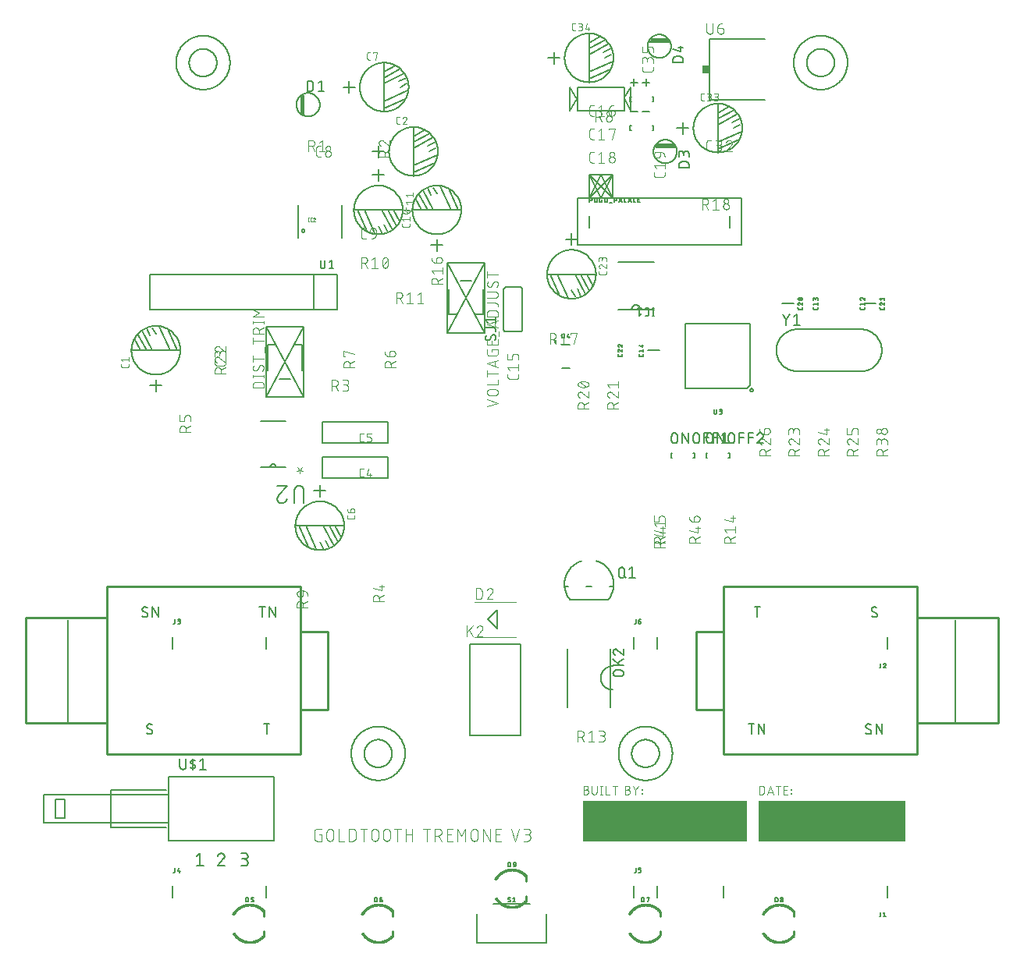
<source format=gbr>
G04 EAGLE Gerber X2 export*
%TF.Part,Single*%
%TF.FileFunction,Legend,Top,1*%
%TF.FilePolarity,Positive*%
%TF.GenerationSoftware,Autodesk,EAGLE,9.2.0*%
%TF.CreationDate,2018-10-30T14:00:18Z*%
G75*
%MOMM*%
%FSLAX34Y34*%
%LPD*%
%INSilkscreen Top*%
%IPPOS*%
%AMOC8*
5,1,8,0,0,1.08239X$1,22.5*%
G01*
%ADD10C,0.101600*%
%ADD11R,15.875000X4.445000*%
%ADD12R,17.780000X4.445000*%
%ADD13C,0.076200*%
%ADD14C,0.127000*%
%ADD15C,0.203200*%
%ADD16C,0.152400*%
%ADD17C,0.254000*%
%ADD18C,0.025400*%
%ADD19C,0.177800*%
%ADD20R,0.762000X0.863600*%

G36*
X522700Y655680D02*
X522700Y655680D01*
X522701Y655681D01*
X522703Y655681D01*
X523086Y655839D01*
X523087Y655841D01*
X523089Y655841D01*
X523417Y656093D01*
X523418Y656095D01*
X523420Y656095D01*
X523672Y656424D01*
X523672Y656426D01*
X523673Y656427D01*
X523832Y656810D01*
X523831Y656812D01*
X523833Y656813D01*
X523887Y657223D01*
X523887Y657224D01*
X523886Y657224D01*
X523886Y657225D01*
X523887Y657227D01*
X523833Y657637D01*
X523831Y657639D01*
X523832Y657640D01*
X523673Y658023D01*
X523671Y658024D01*
X523672Y658026D01*
X523420Y658355D01*
X523417Y658355D01*
X523417Y658357D01*
X523089Y658609D01*
X523086Y658609D01*
X523086Y658611D01*
X522703Y658769D01*
X522701Y658769D01*
X522700Y658770D01*
X522289Y658824D01*
X522287Y658823D01*
X522286Y658824D01*
X521875Y658770D01*
X521874Y658769D01*
X521872Y658769D01*
X521489Y658611D01*
X521488Y658609D01*
X521486Y658609D01*
X521158Y658357D01*
X521157Y658355D01*
X521156Y658355D01*
X520903Y658026D01*
X520903Y658024D01*
X520902Y658023D01*
X520743Y657640D01*
X520744Y657638D01*
X520742Y657637D01*
X520688Y657227D01*
X520689Y657225D01*
X520688Y657223D01*
X520742Y656813D01*
X520744Y656811D01*
X520743Y656810D01*
X520902Y656427D01*
X520904Y656426D01*
X520903Y656424D01*
X521156Y656095D01*
X521158Y656095D01*
X521158Y656093D01*
X521486Y655841D01*
X521489Y655841D01*
X521489Y655839D01*
X521872Y655681D01*
X521874Y655681D01*
X521875Y655680D01*
X522286Y655626D01*
X522288Y655627D01*
X522289Y655626D01*
X522700Y655680D01*
G37*
D10*
X265994Y122146D02*
X268196Y122146D01*
X268196Y114808D01*
X263793Y114808D01*
X263686Y114810D01*
X263579Y114816D01*
X263472Y114826D01*
X263366Y114839D01*
X263260Y114857D01*
X263155Y114878D01*
X263051Y114903D01*
X262947Y114932D01*
X262845Y114965D01*
X262745Y115002D01*
X262645Y115042D01*
X262547Y115086D01*
X262451Y115133D01*
X262357Y115184D01*
X262264Y115238D01*
X262174Y115295D01*
X262085Y115356D01*
X261999Y115420D01*
X261916Y115487D01*
X261834Y115557D01*
X261756Y115630D01*
X261680Y115706D01*
X261607Y115784D01*
X261537Y115866D01*
X261470Y115949D01*
X261406Y116035D01*
X261345Y116124D01*
X261288Y116214D01*
X261234Y116307D01*
X261183Y116401D01*
X261136Y116497D01*
X261092Y116595D01*
X261052Y116695D01*
X261015Y116795D01*
X260982Y116897D01*
X260953Y117001D01*
X260928Y117105D01*
X260907Y117210D01*
X260889Y117316D01*
X260876Y117422D01*
X260866Y117529D01*
X260860Y117636D01*
X260858Y117743D01*
X260858Y125081D01*
X260860Y125188D01*
X260866Y125295D01*
X260876Y125402D01*
X260889Y125508D01*
X260907Y125614D01*
X260928Y125719D01*
X260953Y125823D01*
X260982Y125927D01*
X261015Y126029D01*
X261052Y126129D01*
X261092Y126229D01*
X261136Y126327D01*
X261183Y126423D01*
X261234Y126517D01*
X261288Y126610D01*
X261345Y126700D01*
X261406Y126789D01*
X261470Y126875D01*
X261537Y126958D01*
X261607Y127040D01*
X261680Y127118D01*
X261756Y127194D01*
X261834Y127267D01*
X261916Y127337D01*
X261999Y127404D01*
X262085Y127468D01*
X262174Y127529D01*
X262264Y127586D01*
X262357Y127640D01*
X262451Y127691D01*
X262547Y127738D01*
X262645Y127782D01*
X262745Y127822D01*
X262845Y127859D01*
X262947Y127892D01*
X263051Y127921D01*
X263155Y127946D01*
X263260Y127967D01*
X263366Y127985D01*
X263472Y127998D01*
X263579Y128008D01*
X263686Y128014D01*
X263793Y128016D01*
X268196Y128016D01*
X274086Y124347D02*
X274086Y118477D01*
X274086Y124347D02*
X274088Y124467D01*
X274094Y124587D01*
X274104Y124707D01*
X274117Y124826D01*
X274135Y124945D01*
X274156Y125063D01*
X274182Y125180D01*
X274211Y125297D01*
X274244Y125412D01*
X274281Y125526D01*
X274321Y125639D01*
X274365Y125751D01*
X274413Y125861D01*
X274464Y125970D01*
X274519Y126077D01*
X274578Y126182D01*
X274639Y126284D01*
X274704Y126385D01*
X274773Y126484D01*
X274844Y126581D01*
X274919Y126675D01*
X274996Y126766D01*
X275077Y126855D01*
X275161Y126941D01*
X275247Y127025D01*
X275336Y127106D01*
X275427Y127183D01*
X275521Y127258D01*
X275618Y127329D01*
X275717Y127398D01*
X275818Y127463D01*
X275921Y127524D01*
X276025Y127583D01*
X276132Y127638D01*
X276241Y127689D01*
X276351Y127737D01*
X276463Y127781D01*
X276576Y127821D01*
X276690Y127858D01*
X276805Y127891D01*
X276922Y127920D01*
X277039Y127946D01*
X277157Y127967D01*
X277276Y127985D01*
X277395Y127998D01*
X277515Y128008D01*
X277635Y128014D01*
X277755Y128016D01*
X277875Y128014D01*
X277995Y128008D01*
X278115Y127998D01*
X278234Y127985D01*
X278353Y127967D01*
X278471Y127946D01*
X278588Y127920D01*
X278705Y127891D01*
X278820Y127858D01*
X278934Y127821D01*
X279047Y127781D01*
X279159Y127737D01*
X279269Y127689D01*
X279378Y127638D01*
X279485Y127583D01*
X279590Y127524D01*
X279692Y127463D01*
X279793Y127398D01*
X279892Y127329D01*
X279989Y127258D01*
X280083Y127183D01*
X280174Y127106D01*
X280263Y127025D01*
X280349Y126941D01*
X280433Y126855D01*
X280514Y126766D01*
X280591Y126675D01*
X280666Y126581D01*
X280737Y126484D01*
X280806Y126385D01*
X280871Y126284D01*
X280932Y126182D01*
X280991Y126077D01*
X281046Y125970D01*
X281097Y125861D01*
X281145Y125751D01*
X281189Y125639D01*
X281229Y125526D01*
X281266Y125412D01*
X281299Y125297D01*
X281328Y125180D01*
X281354Y125063D01*
X281375Y124945D01*
X281393Y124826D01*
X281406Y124707D01*
X281416Y124587D01*
X281422Y124467D01*
X281424Y124347D01*
X281424Y118477D01*
X281422Y118357D01*
X281416Y118237D01*
X281406Y118117D01*
X281393Y117998D01*
X281375Y117879D01*
X281354Y117761D01*
X281328Y117644D01*
X281299Y117527D01*
X281266Y117412D01*
X281229Y117298D01*
X281189Y117185D01*
X281145Y117073D01*
X281097Y116963D01*
X281046Y116854D01*
X280991Y116747D01*
X280932Y116643D01*
X280871Y116540D01*
X280806Y116439D01*
X280737Y116340D01*
X280666Y116243D01*
X280591Y116149D01*
X280514Y116058D01*
X280433Y115969D01*
X280349Y115883D01*
X280263Y115799D01*
X280174Y115718D01*
X280083Y115641D01*
X279989Y115566D01*
X279892Y115495D01*
X279793Y115426D01*
X279692Y115361D01*
X279590Y115300D01*
X279485Y115241D01*
X279378Y115186D01*
X279269Y115135D01*
X279159Y115087D01*
X279047Y115043D01*
X278934Y115003D01*
X278820Y114966D01*
X278705Y114933D01*
X278588Y114904D01*
X278471Y114878D01*
X278353Y114857D01*
X278234Y114839D01*
X278115Y114826D01*
X277995Y114816D01*
X277875Y114810D01*
X277755Y114808D01*
X277635Y114810D01*
X277515Y114816D01*
X277395Y114826D01*
X277276Y114839D01*
X277157Y114857D01*
X277039Y114878D01*
X276922Y114904D01*
X276805Y114933D01*
X276690Y114966D01*
X276576Y115003D01*
X276463Y115043D01*
X276351Y115087D01*
X276241Y115135D01*
X276132Y115186D01*
X276025Y115241D01*
X275921Y115300D01*
X275818Y115361D01*
X275717Y115426D01*
X275618Y115495D01*
X275521Y115566D01*
X275427Y115641D01*
X275336Y115718D01*
X275247Y115799D01*
X275161Y115883D01*
X275077Y115969D01*
X274996Y116058D01*
X274919Y116149D01*
X274844Y116243D01*
X274773Y116340D01*
X274704Y116439D01*
X274639Y116540D01*
X274578Y116642D01*
X274519Y116747D01*
X274464Y116854D01*
X274413Y116963D01*
X274365Y117073D01*
X274321Y117185D01*
X274281Y117298D01*
X274244Y117412D01*
X274211Y117527D01*
X274182Y117644D01*
X274156Y117761D01*
X274135Y117879D01*
X274117Y117998D01*
X274104Y118117D01*
X274094Y118237D01*
X274088Y118357D01*
X274086Y118477D01*
X287339Y114808D02*
X287339Y128016D01*
X287339Y114808D02*
X293209Y114808D01*
X298409Y114808D02*
X298409Y128016D01*
X302078Y128016D01*
X302198Y128014D01*
X302318Y128008D01*
X302438Y127998D01*
X302557Y127985D01*
X302676Y127967D01*
X302794Y127946D01*
X302911Y127920D01*
X303028Y127891D01*
X303143Y127858D01*
X303257Y127821D01*
X303370Y127781D01*
X303482Y127737D01*
X303592Y127689D01*
X303701Y127638D01*
X303808Y127583D01*
X303913Y127524D01*
X304015Y127463D01*
X304116Y127398D01*
X304215Y127329D01*
X304312Y127258D01*
X304406Y127183D01*
X304497Y127106D01*
X304586Y127025D01*
X304672Y126941D01*
X304756Y126855D01*
X304837Y126766D01*
X304914Y126675D01*
X304989Y126581D01*
X305060Y126484D01*
X305129Y126385D01*
X305194Y126284D01*
X305255Y126182D01*
X305314Y126077D01*
X305369Y125970D01*
X305420Y125861D01*
X305468Y125751D01*
X305512Y125639D01*
X305552Y125526D01*
X305589Y125412D01*
X305622Y125297D01*
X305651Y125180D01*
X305677Y125063D01*
X305698Y124945D01*
X305716Y124826D01*
X305729Y124707D01*
X305739Y124587D01*
X305745Y124467D01*
X305747Y124347D01*
X305747Y118477D01*
X305745Y118357D01*
X305739Y118237D01*
X305729Y118117D01*
X305716Y117998D01*
X305698Y117879D01*
X305677Y117761D01*
X305651Y117644D01*
X305622Y117527D01*
X305589Y117412D01*
X305552Y117298D01*
X305512Y117185D01*
X305468Y117073D01*
X305420Y116963D01*
X305369Y116854D01*
X305314Y116747D01*
X305255Y116643D01*
X305194Y116540D01*
X305129Y116439D01*
X305060Y116340D01*
X304989Y116243D01*
X304914Y116149D01*
X304837Y116058D01*
X304756Y115969D01*
X304672Y115883D01*
X304586Y115799D01*
X304497Y115718D01*
X304406Y115641D01*
X304312Y115566D01*
X304215Y115495D01*
X304116Y115426D01*
X304015Y115361D01*
X303913Y115300D01*
X303808Y115241D01*
X303701Y115186D01*
X303592Y115135D01*
X303482Y115087D01*
X303370Y115043D01*
X303257Y115003D01*
X303143Y114966D01*
X303028Y114933D01*
X302911Y114904D01*
X302794Y114878D01*
X302676Y114857D01*
X302557Y114839D01*
X302438Y114826D01*
X302318Y114816D01*
X302198Y114810D01*
X302078Y114808D01*
X298409Y114808D01*
X314453Y114808D02*
X314453Y128016D01*
X310784Y128016D02*
X318122Y128016D01*
X322732Y124347D02*
X322732Y118477D01*
X322732Y124347D02*
X322734Y124467D01*
X322740Y124587D01*
X322750Y124707D01*
X322763Y124826D01*
X322781Y124945D01*
X322802Y125063D01*
X322828Y125180D01*
X322857Y125297D01*
X322890Y125412D01*
X322927Y125526D01*
X322967Y125639D01*
X323011Y125751D01*
X323059Y125861D01*
X323110Y125970D01*
X323165Y126077D01*
X323224Y126182D01*
X323285Y126284D01*
X323350Y126385D01*
X323419Y126484D01*
X323490Y126581D01*
X323565Y126675D01*
X323642Y126766D01*
X323723Y126855D01*
X323807Y126941D01*
X323893Y127025D01*
X323982Y127106D01*
X324073Y127183D01*
X324167Y127258D01*
X324264Y127329D01*
X324363Y127398D01*
X324464Y127463D01*
X324567Y127524D01*
X324671Y127583D01*
X324778Y127638D01*
X324887Y127689D01*
X324997Y127737D01*
X325109Y127781D01*
X325222Y127821D01*
X325336Y127858D01*
X325451Y127891D01*
X325568Y127920D01*
X325685Y127946D01*
X325803Y127967D01*
X325922Y127985D01*
X326041Y127998D01*
X326161Y128008D01*
X326281Y128014D01*
X326401Y128016D01*
X326521Y128014D01*
X326641Y128008D01*
X326761Y127998D01*
X326880Y127985D01*
X326999Y127967D01*
X327117Y127946D01*
X327234Y127920D01*
X327351Y127891D01*
X327466Y127858D01*
X327580Y127821D01*
X327693Y127781D01*
X327805Y127737D01*
X327915Y127689D01*
X328024Y127638D01*
X328131Y127583D01*
X328236Y127524D01*
X328338Y127463D01*
X328439Y127398D01*
X328538Y127329D01*
X328635Y127258D01*
X328729Y127183D01*
X328820Y127106D01*
X328909Y127025D01*
X328995Y126941D01*
X329079Y126855D01*
X329160Y126766D01*
X329237Y126675D01*
X329312Y126581D01*
X329383Y126484D01*
X329452Y126385D01*
X329517Y126284D01*
X329578Y126182D01*
X329637Y126077D01*
X329692Y125970D01*
X329743Y125861D01*
X329791Y125751D01*
X329835Y125639D01*
X329875Y125526D01*
X329912Y125412D01*
X329945Y125297D01*
X329974Y125180D01*
X330000Y125063D01*
X330021Y124945D01*
X330039Y124826D01*
X330052Y124707D01*
X330062Y124587D01*
X330068Y124467D01*
X330070Y124347D01*
X330070Y118477D01*
X330068Y118357D01*
X330062Y118237D01*
X330052Y118117D01*
X330039Y117998D01*
X330021Y117879D01*
X330000Y117761D01*
X329974Y117644D01*
X329945Y117527D01*
X329912Y117412D01*
X329875Y117298D01*
X329835Y117185D01*
X329791Y117073D01*
X329743Y116963D01*
X329692Y116854D01*
X329637Y116747D01*
X329578Y116643D01*
X329517Y116540D01*
X329452Y116439D01*
X329383Y116340D01*
X329312Y116243D01*
X329237Y116149D01*
X329160Y116058D01*
X329079Y115969D01*
X328995Y115883D01*
X328909Y115799D01*
X328820Y115718D01*
X328729Y115641D01*
X328635Y115566D01*
X328538Y115495D01*
X328439Y115426D01*
X328338Y115361D01*
X328236Y115300D01*
X328131Y115241D01*
X328024Y115186D01*
X327915Y115135D01*
X327805Y115087D01*
X327693Y115043D01*
X327580Y115003D01*
X327466Y114966D01*
X327351Y114933D01*
X327234Y114904D01*
X327117Y114878D01*
X326999Y114857D01*
X326880Y114839D01*
X326761Y114826D01*
X326641Y114816D01*
X326521Y114810D01*
X326401Y114808D01*
X326281Y114810D01*
X326161Y114816D01*
X326041Y114826D01*
X325922Y114839D01*
X325803Y114857D01*
X325685Y114878D01*
X325568Y114904D01*
X325451Y114933D01*
X325336Y114966D01*
X325222Y115003D01*
X325109Y115043D01*
X324997Y115087D01*
X324887Y115135D01*
X324778Y115186D01*
X324671Y115241D01*
X324567Y115300D01*
X324464Y115361D01*
X324363Y115426D01*
X324264Y115495D01*
X324167Y115566D01*
X324073Y115641D01*
X323982Y115718D01*
X323893Y115799D01*
X323807Y115883D01*
X323723Y115969D01*
X323642Y116058D01*
X323565Y116149D01*
X323490Y116243D01*
X323419Y116340D01*
X323350Y116439D01*
X323285Y116540D01*
X323224Y116642D01*
X323165Y116747D01*
X323110Y116854D01*
X323059Y116963D01*
X323011Y117073D01*
X322967Y117185D01*
X322927Y117298D01*
X322890Y117412D01*
X322857Y117527D01*
X322828Y117644D01*
X322802Y117761D01*
X322781Y117879D01*
X322763Y117998D01*
X322750Y118117D01*
X322740Y118237D01*
X322734Y118357D01*
X322732Y118477D01*
X335534Y118477D02*
X335534Y124347D01*
X335536Y124467D01*
X335542Y124587D01*
X335552Y124707D01*
X335565Y124826D01*
X335583Y124945D01*
X335604Y125063D01*
X335630Y125180D01*
X335659Y125297D01*
X335692Y125412D01*
X335729Y125526D01*
X335769Y125639D01*
X335813Y125751D01*
X335861Y125861D01*
X335912Y125970D01*
X335967Y126077D01*
X336026Y126182D01*
X336087Y126284D01*
X336152Y126385D01*
X336221Y126484D01*
X336292Y126581D01*
X336367Y126675D01*
X336444Y126766D01*
X336525Y126855D01*
X336609Y126941D01*
X336695Y127025D01*
X336784Y127106D01*
X336875Y127183D01*
X336969Y127258D01*
X337066Y127329D01*
X337165Y127398D01*
X337266Y127463D01*
X337369Y127524D01*
X337473Y127583D01*
X337580Y127638D01*
X337689Y127689D01*
X337799Y127737D01*
X337911Y127781D01*
X338024Y127821D01*
X338138Y127858D01*
X338253Y127891D01*
X338370Y127920D01*
X338487Y127946D01*
X338605Y127967D01*
X338724Y127985D01*
X338843Y127998D01*
X338963Y128008D01*
X339083Y128014D01*
X339203Y128016D01*
X339323Y128014D01*
X339443Y128008D01*
X339563Y127998D01*
X339682Y127985D01*
X339801Y127967D01*
X339919Y127946D01*
X340036Y127920D01*
X340153Y127891D01*
X340268Y127858D01*
X340382Y127821D01*
X340495Y127781D01*
X340607Y127737D01*
X340717Y127689D01*
X340826Y127638D01*
X340933Y127583D01*
X341038Y127524D01*
X341140Y127463D01*
X341241Y127398D01*
X341340Y127329D01*
X341437Y127258D01*
X341531Y127183D01*
X341622Y127106D01*
X341711Y127025D01*
X341797Y126941D01*
X341881Y126855D01*
X341962Y126766D01*
X342039Y126675D01*
X342114Y126581D01*
X342185Y126484D01*
X342254Y126385D01*
X342319Y126284D01*
X342380Y126182D01*
X342439Y126077D01*
X342494Y125970D01*
X342545Y125861D01*
X342593Y125751D01*
X342637Y125639D01*
X342677Y125526D01*
X342714Y125412D01*
X342747Y125297D01*
X342776Y125180D01*
X342802Y125063D01*
X342823Y124945D01*
X342841Y124826D01*
X342854Y124707D01*
X342864Y124587D01*
X342870Y124467D01*
X342872Y124347D01*
X342872Y118477D01*
X342870Y118357D01*
X342864Y118237D01*
X342854Y118117D01*
X342841Y117998D01*
X342823Y117879D01*
X342802Y117761D01*
X342776Y117644D01*
X342747Y117527D01*
X342714Y117412D01*
X342677Y117298D01*
X342637Y117185D01*
X342593Y117073D01*
X342545Y116963D01*
X342494Y116854D01*
X342439Y116747D01*
X342380Y116643D01*
X342319Y116540D01*
X342254Y116439D01*
X342185Y116340D01*
X342114Y116243D01*
X342039Y116149D01*
X341962Y116058D01*
X341881Y115969D01*
X341797Y115883D01*
X341711Y115799D01*
X341622Y115718D01*
X341531Y115641D01*
X341437Y115566D01*
X341340Y115495D01*
X341241Y115426D01*
X341140Y115361D01*
X341038Y115300D01*
X340933Y115241D01*
X340826Y115186D01*
X340717Y115135D01*
X340607Y115087D01*
X340495Y115043D01*
X340382Y115003D01*
X340268Y114966D01*
X340153Y114933D01*
X340036Y114904D01*
X339919Y114878D01*
X339801Y114857D01*
X339682Y114839D01*
X339563Y114826D01*
X339443Y114816D01*
X339323Y114810D01*
X339203Y114808D01*
X339083Y114810D01*
X338963Y114816D01*
X338843Y114826D01*
X338724Y114839D01*
X338605Y114857D01*
X338487Y114878D01*
X338370Y114904D01*
X338253Y114933D01*
X338138Y114966D01*
X338024Y115003D01*
X337911Y115043D01*
X337799Y115087D01*
X337689Y115135D01*
X337580Y115186D01*
X337473Y115241D01*
X337369Y115300D01*
X337266Y115361D01*
X337165Y115426D01*
X337066Y115495D01*
X336969Y115566D01*
X336875Y115641D01*
X336784Y115718D01*
X336695Y115799D01*
X336609Y115883D01*
X336525Y115969D01*
X336444Y116058D01*
X336367Y116149D01*
X336292Y116243D01*
X336221Y116340D01*
X336152Y116439D01*
X336087Y116540D01*
X336026Y116642D01*
X335967Y116747D01*
X335912Y116854D01*
X335861Y116963D01*
X335813Y117073D01*
X335769Y117185D01*
X335729Y117298D01*
X335692Y117412D01*
X335659Y117527D01*
X335630Y117644D01*
X335604Y117761D01*
X335583Y117879D01*
X335565Y117998D01*
X335552Y118117D01*
X335542Y118237D01*
X335536Y118357D01*
X335534Y118477D01*
X351151Y114808D02*
X351151Y128016D01*
X347482Y128016D02*
X354820Y128016D01*
X359857Y128016D02*
X359857Y114808D01*
X359857Y122146D02*
X367195Y122146D01*
X367195Y128016D02*
X367195Y114808D01*
X382728Y114808D02*
X382728Y128016D01*
X379059Y128016D02*
X386397Y128016D01*
X391512Y128016D02*
X391512Y114808D01*
X391512Y128016D02*
X395181Y128016D01*
X395301Y128014D01*
X395421Y128008D01*
X395541Y127998D01*
X395660Y127985D01*
X395779Y127967D01*
X395897Y127946D01*
X396014Y127920D01*
X396131Y127891D01*
X396246Y127858D01*
X396360Y127821D01*
X396473Y127781D01*
X396585Y127737D01*
X396695Y127689D01*
X396804Y127638D01*
X396911Y127583D01*
X397015Y127524D01*
X397118Y127463D01*
X397219Y127398D01*
X397318Y127329D01*
X397415Y127258D01*
X397509Y127183D01*
X397600Y127106D01*
X397689Y127025D01*
X397775Y126941D01*
X397859Y126855D01*
X397940Y126766D01*
X398017Y126675D01*
X398092Y126581D01*
X398163Y126484D01*
X398232Y126385D01*
X398297Y126284D01*
X398358Y126182D01*
X398417Y126077D01*
X398472Y125970D01*
X398523Y125861D01*
X398571Y125751D01*
X398615Y125639D01*
X398655Y125526D01*
X398692Y125412D01*
X398725Y125297D01*
X398754Y125180D01*
X398780Y125063D01*
X398801Y124945D01*
X398819Y124826D01*
X398832Y124707D01*
X398842Y124587D01*
X398848Y124467D01*
X398850Y124347D01*
X398848Y124227D01*
X398842Y124107D01*
X398832Y123987D01*
X398819Y123868D01*
X398801Y123749D01*
X398780Y123631D01*
X398754Y123514D01*
X398725Y123397D01*
X398692Y123282D01*
X398655Y123168D01*
X398615Y123055D01*
X398571Y122943D01*
X398523Y122833D01*
X398472Y122724D01*
X398417Y122617D01*
X398358Y122513D01*
X398297Y122410D01*
X398232Y122309D01*
X398163Y122210D01*
X398092Y122113D01*
X398017Y122019D01*
X397940Y121928D01*
X397859Y121839D01*
X397775Y121753D01*
X397689Y121669D01*
X397600Y121588D01*
X397509Y121511D01*
X397415Y121436D01*
X397318Y121365D01*
X397219Y121296D01*
X397118Y121231D01*
X397016Y121170D01*
X396911Y121111D01*
X396804Y121056D01*
X396695Y121005D01*
X396585Y120957D01*
X396473Y120913D01*
X396360Y120873D01*
X396246Y120836D01*
X396131Y120803D01*
X396014Y120774D01*
X395897Y120748D01*
X395779Y120727D01*
X395660Y120709D01*
X395541Y120696D01*
X395421Y120686D01*
X395301Y120680D01*
X395181Y120678D01*
X391512Y120678D01*
X395915Y120678D02*
X398850Y114808D01*
X404686Y114808D02*
X410556Y114808D01*
X404686Y114808D02*
X404686Y128016D01*
X410556Y128016D01*
X409089Y122146D02*
X404686Y122146D01*
X415877Y128016D02*
X415877Y114808D01*
X420279Y120678D02*
X415877Y128016D01*
X420279Y120678D02*
X424682Y128016D01*
X424682Y114808D01*
X430692Y118477D02*
X430692Y124347D01*
X430694Y124467D01*
X430700Y124587D01*
X430710Y124707D01*
X430723Y124826D01*
X430741Y124945D01*
X430762Y125063D01*
X430788Y125180D01*
X430817Y125297D01*
X430850Y125412D01*
X430887Y125526D01*
X430927Y125639D01*
X430971Y125751D01*
X431019Y125861D01*
X431070Y125970D01*
X431125Y126077D01*
X431184Y126182D01*
X431245Y126284D01*
X431310Y126385D01*
X431379Y126484D01*
X431450Y126581D01*
X431525Y126675D01*
X431602Y126766D01*
X431683Y126855D01*
X431767Y126941D01*
X431853Y127025D01*
X431942Y127106D01*
X432033Y127183D01*
X432127Y127258D01*
X432224Y127329D01*
X432323Y127398D01*
X432424Y127463D01*
X432527Y127524D01*
X432631Y127583D01*
X432738Y127638D01*
X432847Y127689D01*
X432957Y127737D01*
X433069Y127781D01*
X433182Y127821D01*
X433296Y127858D01*
X433411Y127891D01*
X433528Y127920D01*
X433645Y127946D01*
X433763Y127967D01*
X433882Y127985D01*
X434001Y127998D01*
X434121Y128008D01*
X434241Y128014D01*
X434361Y128016D01*
X434481Y128014D01*
X434601Y128008D01*
X434721Y127998D01*
X434840Y127985D01*
X434959Y127967D01*
X435077Y127946D01*
X435194Y127920D01*
X435311Y127891D01*
X435426Y127858D01*
X435540Y127821D01*
X435653Y127781D01*
X435765Y127737D01*
X435875Y127689D01*
X435984Y127638D01*
X436091Y127583D01*
X436196Y127524D01*
X436298Y127463D01*
X436399Y127398D01*
X436498Y127329D01*
X436595Y127258D01*
X436689Y127183D01*
X436780Y127106D01*
X436869Y127025D01*
X436955Y126941D01*
X437039Y126855D01*
X437120Y126766D01*
X437197Y126675D01*
X437272Y126581D01*
X437343Y126484D01*
X437412Y126385D01*
X437477Y126284D01*
X437538Y126182D01*
X437597Y126077D01*
X437652Y125970D01*
X437703Y125861D01*
X437751Y125751D01*
X437795Y125639D01*
X437835Y125526D01*
X437872Y125412D01*
X437905Y125297D01*
X437934Y125180D01*
X437960Y125063D01*
X437981Y124945D01*
X437999Y124826D01*
X438012Y124707D01*
X438022Y124587D01*
X438028Y124467D01*
X438030Y124347D01*
X438030Y118477D01*
X438028Y118357D01*
X438022Y118237D01*
X438012Y118117D01*
X437999Y117998D01*
X437981Y117879D01*
X437960Y117761D01*
X437934Y117644D01*
X437905Y117527D01*
X437872Y117412D01*
X437835Y117298D01*
X437795Y117185D01*
X437751Y117073D01*
X437703Y116963D01*
X437652Y116854D01*
X437597Y116747D01*
X437538Y116643D01*
X437477Y116540D01*
X437412Y116439D01*
X437343Y116340D01*
X437272Y116243D01*
X437197Y116149D01*
X437120Y116058D01*
X437039Y115969D01*
X436955Y115883D01*
X436869Y115799D01*
X436780Y115718D01*
X436689Y115641D01*
X436595Y115566D01*
X436498Y115495D01*
X436399Y115426D01*
X436298Y115361D01*
X436196Y115300D01*
X436091Y115241D01*
X435984Y115186D01*
X435875Y115135D01*
X435765Y115087D01*
X435653Y115043D01*
X435540Y115003D01*
X435426Y114966D01*
X435311Y114933D01*
X435194Y114904D01*
X435077Y114878D01*
X434959Y114857D01*
X434840Y114839D01*
X434721Y114826D01*
X434601Y114816D01*
X434481Y114810D01*
X434361Y114808D01*
X434241Y114810D01*
X434121Y114816D01*
X434001Y114826D01*
X433882Y114839D01*
X433763Y114857D01*
X433645Y114878D01*
X433528Y114904D01*
X433411Y114933D01*
X433296Y114966D01*
X433182Y115003D01*
X433069Y115043D01*
X432957Y115087D01*
X432847Y115135D01*
X432738Y115186D01*
X432631Y115241D01*
X432527Y115300D01*
X432424Y115361D01*
X432323Y115426D01*
X432224Y115495D01*
X432127Y115566D01*
X432033Y115641D01*
X431942Y115718D01*
X431853Y115799D01*
X431767Y115883D01*
X431683Y115969D01*
X431602Y116058D01*
X431525Y116149D01*
X431450Y116243D01*
X431379Y116340D01*
X431310Y116439D01*
X431245Y116540D01*
X431184Y116642D01*
X431125Y116747D01*
X431070Y116854D01*
X431019Y116963D01*
X430971Y117073D01*
X430927Y117185D01*
X430887Y117298D01*
X430850Y117412D01*
X430817Y117527D01*
X430788Y117644D01*
X430762Y117761D01*
X430741Y117879D01*
X430723Y117998D01*
X430710Y118117D01*
X430700Y118237D01*
X430694Y118357D01*
X430692Y118477D01*
X443920Y114808D02*
X443920Y128016D01*
X451258Y114808D01*
X451258Y128016D01*
X457599Y114808D02*
X463470Y114808D01*
X457599Y114808D02*
X457599Y128016D01*
X463470Y128016D01*
X462002Y122146D02*
X457599Y122146D01*
X474337Y128016D02*
X478740Y114808D01*
X483143Y128016D01*
X487873Y114808D02*
X491541Y114808D01*
X491661Y114810D01*
X491781Y114816D01*
X491901Y114826D01*
X492020Y114839D01*
X492139Y114857D01*
X492257Y114878D01*
X492374Y114904D01*
X492491Y114933D01*
X492606Y114966D01*
X492720Y115003D01*
X492833Y115043D01*
X492945Y115087D01*
X493055Y115135D01*
X493164Y115186D01*
X493271Y115241D01*
X493376Y115300D01*
X493478Y115361D01*
X493579Y115426D01*
X493678Y115495D01*
X493775Y115566D01*
X493869Y115641D01*
X493960Y115718D01*
X494049Y115799D01*
X494135Y115883D01*
X494219Y115969D01*
X494300Y116058D01*
X494377Y116149D01*
X494452Y116243D01*
X494523Y116340D01*
X494592Y116439D01*
X494657Y116540D01*
X494718Y116643D01*
X494777Y116747D01*
X494832Y116854D01*
X494883Y116963D01*
X494931Y117073D01*
X494975Y117185D01*
X495015Y117298D01*
X495052Y117412D01*
X495085Y117527D01*
X495114Y117644D01*
X495140Y117761D01*
X495161Y117879D01*
X495179Y117998D01*
X495192Y118117D01*
X495202Y118237D01*
X495208Y118357D01*
X495210Y118477D01*
X495208Y118597D01*
X495202Y118717D01*
X495192Y118837D01*
X495179Y118956D01*
X495161Y119075D01*
X495140Y119193D01*
X495114Y119310D01*
X495085Y119427D01*
X495052Y119542D01*
X495015Y119656D01*
X494975Y119769D01*
X494931Y119881D01*
X494883Y119991D01*
X494832Y120100D01*
X494777Y120207D01*
X494718Y120312D01*
X494657Y120414D01*
X494592Y120515D01*
X494523Y120614D01*
X494452Y120711D01*
X494377Y120805D01*
X494300Y120896D01*
X494219Y120985D01*
X494135Y121071D01*
X494049Y121155D01*
X493960Y121236D01*
X493869Y121313D01*
X493775Y121388D01*
X493678Y121459D01*
X493579Y121528D01*
X493478Y121593D01*
X493375Y121654D01*
X493271Y121713D01*
X493164Y121768D01*
X493055Y121819D01*
X492945Y121867D01*
X492833Y121911D01*
X492720Y121951D01*
X492606Y121988D01*
X492491Y122021D01*
X492374Y122050D01*
X492257Y122076D01*
X492139Y122097D01*
X492020Y122115D01*
X491901Y122128D01*
X491781Y122138D01*
X491661Y122144D01*
X491541Y122146D01*
X492275Y128016D02*
X487873Y128016D01*
X492275Y128016D02*
X492382Y128014D01*
X492489Y128008D01*
X492596Y127998D01*
X492702Y127985D01*
X492808Y127967D01*
X492913Y127946D01*
X493017Y127921D01*
X493121Y127892D01*
X493223Y127859D01*
X493323Y127822D01*
X493423Y127782D01*
X493521Y127738D01*
X493617Y127691D01*
X493711Y127640D01*
X493804Y127586D01*
X493894Y127529D01*
X493983Y127468D01*
X494069Y127404D01*
X494152Y127337D01*
X494234Y127267D01*
X494312Y127194D01*
X494388Y127118D01*
X494461Y127040D01*
X494531Y126958D01*
X494598Y126875D01*
X494662Y126789D01*
X494723Y126700D01*
X494780Y126610D01*
X494834Y126517D01*
X494885Y126423D01*
X494932Y126327D01*
X494976Y126229D01*
X495016Y126129D01*
X495053Y126029D01*
X495086Y125927D01*
X495115Y125823D01*
X495140Y125719D01*
X495161Y125614D01*
X495179Y125508D01*
X495192Y125402D01*
X495202Y125295D01*
X495208Y125188D01*
X495210Y125081D01*
X495208Y124974D01*
X495202Y124867D01*
X495192Y124760D01*
X495179Y124654D01*
X495161Y124548D01*
X495140Y124443D01*
X495115Y124339D01*
X495086Y124235D01*
X495053Y124133D01*
X495016Y124033D01*
X494976Y123933D01*
X494932Y123835D01*
X494885Y123739D01*
X494834Y123645D01*
X494780Y123552D01*
X494723Y123462D01*
X494662Y123373D01*
X494598Y123287D01*
X494531Y123204D01*
X494461Y123122D01*
X494388Y123044D01*
X494312Y122968D01*
X494234Y122895D01*
X494152Y122825D01*
X494069Y122758D01*
X493983Y122694D01*
X493894Y122633D01*
X493804Y122576D01*
X493711Y122522D01*
X493617Y122471D01*
X493521Y122424D01*
X493423Y122380D01*
X493323Y122340D01*
X493223Y122303D01*
X493121Y122270D01*
X493017Y122241D01*
X492913Y122216D01*
X492808Y122195D01*
X492702Y122177D01*
X492596Y122164D01*
X492489Y122154D01*
X492382Y122148D01*
X492275Y122146D01*
X489340Y122146D01*
D11*
X822325Y136525D03*
D12*
X641350Y136525D03*
D13*
X555442Y170702D02*
X552831Y170702D01*
X555442Y170703D02*
X555543Y170701D01*
X555644Y170695D01*
X555745Y170685D01*
X555845Y170672D01*
X555945Y170654D01*
X556044Y170633D01*
X556142Y170607D01*
X556239Y170578D01*
X556335Y170546D01*
X556429Y170509D01*
X556522Y170469D01*
X556614Y170425D01*
X556703Y170378D01*
X556791Y170327D01*
X556877Y170273D01*
X556960Y170216D01*
X557042Y170156D01*
X557120Y170092D01*
X557197Y170026D01*
X557270Y169956D01*
X557341Y169884D01*
X557409Y169809D01*
X557474Y169731D01*
X557536Y169651D01*
X557595Y169569D01*
X557651Y169484D01*
X557703Y169397D01*
X557752Y169309D01*
X557798Y169218D01*
X557839Y169126D01*
X557878Y169032D01*
X557912Y168937D01*
X557943Y168841D01*
X557970Y168743D01*
X557994Y168645D01*
X558013Y168545D01*
X558029Y168445D01*
X558041Y168345D01*
X558049Y168244D01*
X558053Y168143D01*
X558053Y168041D01*
X558049Y167940D01*
X558041Y167839D01*
X558029Y167739D01*
X558013Y167639D01*
X557994Y167539D01*
X557970Y167441D01*
X557943Y167343D01*
X557912Y167247D01*
X557878Y167152D01*
X557839Y167058D01*
X557798Y166966D01*
X557752Y166875D01*
X557703Y166786D01*
X557651Y166700D01*
X557595Y166615D01*
X557536Y166533D01*
X557474Y166453D01*
X557409Y166375D01*
X557341Y166300D01*
X557270Y166228D01*
X557197Y166158D01*
X557120Y166092D01*
X557042Y166028D01*
X556960Y165968D01*
X556877Y165911D01*
X556791Y165857D01*
X556703Y165806D01*
X556614Y165759D01*
X556522Y165715D01*
X556429Y165675D01*
X556335Y165638D01*
X556239Y165606D01*
X556142Y165577D01*
X556044Y165551D01*
X555945Y165530D01*
X555845Y165512D01*
X555745Y165499D01*
X555644Y165489D01*
X555543Y165483D01*
X555442Y165481D01*
X552831Y165481D01*
X552831Y174879D01*
X555442Y174879D01*
X555532Y174877D01*
X555621Y174871D01*
X555711Y174862D01*
X555800Y174848D01*
X555888Y174831D01*
X555975Y174810D01*
X556062Y174785D01*
X556147Y174756D01*
X556231Y174724D01*
X556313Y174689D01*
X556394Y174649D01*
X556473Y174607D01*
X556550Y174561D01*
X556625Y174511D01*
X556698Y174459D01*
X556769Y174403D01*
X556837Y174345D01*
X556902Y174283D01*
X556965Y174219D01*
X557025Y174152D01*
X557082Y174083D01*
X557136Y174011D01*
X557187Y173937D01*
X557235Y173861D01*
X557279Y173783D01*
X557320Y173703D01*
X557358Y173621D01*
X557392Y173538D01*
X557422Y173453D01*
X557449Y173367D01*
X557472Y173281D01*
X557491Y173193D01*
X557506Y173104D01*
X557518Y173015D01*
X557526Y172926D01*
X557530Y172836D01*
X557530Y172746D01*
X557526Y172656D01*
X557518Y172567D01*
X557506Y172478D01*
X557491Y172389D01*
X557472Y172301D01*
X557449Y172215D01*
X557422Y172129D01*
X557392Y172044D01*
X557358Y171961D01*
X557320Y171879D01*
X557279Y171799D01*
X557235Y171721D01*
X557187Y171645D01*
X557136Y171571D01*
X557082Y171499D01*
X557025Y171430D01*
X556965Y171363D01*
X556902Y171299D01*
X556837Y171237D01*
X556769Y171179D01*
X556698Y171123D01*
X556625Y171071D01*
X556550Y171021D01*
X556473Y170975D01*
X556394Y170933D01*
X556313Y170893D01*
X556231Y170858D01*
X556147Y170826D01*
X556062Y170797D01*
X555975Y170772D01*
X555888Y170751D01*
X555800Y170734D01*
X555711Y170720D01*
X555621Y170711D01*
X555532Y170705D01*
X555442Y170703D01*
X561844Y168092D02*
X561844Y174879D01*
X561843Y168092D02*
X561845Y167991D01*
X561851Y167890D01*
X561861Y167789D01*
X561874Y167689D01*
X561892Y167589D01*
X561913Y167490D01*
X561939Y167392D01*
X561968Y167295D01*
X562000Y167199D01*
X562037Y167105D01*
X562077Y167012D01*
X562121Y166920D01*
X562168Y166831D01*
X562219Y166743D01*
X562273Y166657D01*
X562330Y166574D01*
X562390Y166492D01*
X562454Y166414D01*
X562520Y166337D01*
X562590Y166264D01*
X562662Y166193D01*
X562737Y166125D01*
X562815Y166060D01*
X562895Y165998D01*
X562977Y165939D01*
X563062Y165883D01*
X563149Y165831D01*
X563237Y165782D01*
X563328Y165736D01*
X563420Y165695D01*
X563514Y165656D01*
X563609Y165622D01*
X563705Y165591D01*
X563803Y165564D01*
X563901Y165540D01*
X564001Y165521D01*
X564101Y165505D01*
X564201Y165493D01*
X564302Y165485D01*
X564403Y165481D01*
X564505Y165481D01*
X564606Y165485D01*
X564707Y165493D01*
X564807Y165505D01*
X564907Y165521D01*
X565007Y165540D01*
X565105Y165564D01*
X565203Y165591D01*
X565299Y165622D01*
X565394Y165656D01*
X565488Y165695D01*
X565580Y165736D01*
X565671Y165782D01*
X565760Y165831D01*
X565846Y165883D01*
X565931Y165939D01*
X566013Y165998D01*
X566093Y166060D01*
X566171Y166125D01*
X566246Y166193D01*
X566318Y166264D01*
X566388Y166337D01*
X566454Y166414D01*
X566518Y166492D01*
X566578Y166574D01*
X566635Y166657D01*
X566689Y166743D01*
X566740Y166831D01*
X566787Y166920D01*
X566831Y167012D01*
X566871Y167105D01*
X566908Y167199D01*
X566940Y167295D01*
X566969Y167392D01*
X566995Y167490D01*
X567016Y167589D01*
X567034Y167689D01*
X567047Y167789D01*
X567057Y167890D01*
X567063Y167991D01*
X567065Y168092D01*
X567065Y174879D01*
X572074Y174879D02*
X572074Y165481D01*
X571030Y165481D02*
X573119Y165481D01*
X573119Y174879D02*
X571030Y174879D01*
X577101Y174879D02*
X577101Y165481D01*
X581278Y165481D01*
X586705Y165481D02*
X586705Y174879D01*
X589315Y174879D02*
X584094Y174879D01*
X597941Y170702D02*
X600552Y170702D01*
X600552Y170703D02*
X600653Y170701D01*
X600754Y170695D01*
X600855Y170685D01*
X600955Y170672D01*
X601055Y170654D01*
X601154Y170633D01*
X601252Y170607D01*
X601349Y170578D01*
X601445Y170546D01*
X601539Y170509D01*
X601632Y170469D01*
X601724Y170425D01*
X601813Y170378D01*
X601901Y170327D01*
X601987Y170273D01*
X602070Y170216D01*
X602152Y170156D01*
X602230Y170092D01*
X602307Y170026D01*
X602380Y169956D01*
X602451Y169884D01*
X602519Y169809D01*
X602584Y169731D01*
X602646Y169651D01*
X602705Y169569D01*
X602761Y169484D01*
X602813Y169397D01*
X602862Y169309D01*
X602908Y169218D01*
X602949Y169126D01*
X602988Y169032D01*
X603022Y168937D01*
X603053Y168841D01*
X603080Y168743D01*
X603104Y168645D01*
X603123Y168545D01*
X603139Y168445D01*
X603151Y168345D01*
X603159Y168244D01*
X603163Y168143D01*
X603163Y168041D01*
X603159Y167940D01*
X603151Y167839D01*
X603139Y167739D01*
X603123Y167639D01*
X603104Y167539D01*
X603080Y167441D01*
X603053Y167343D01*
X603022Y167247D01*
X602988Y167152D01*
X602949Y167058D01*
X602908Y166966D01*
X602862Y166875D01*
X602813Y166786D01*
X602761Y166700D01*
X602705Y166615D01*
X602646Y166533D01*
X602584Y166453D01*
X602519Y166375D01*
X602451Y166300D01*
X602380Y166228D01*
X602307Y166158D01*
X602230Y166092D01*
X602152Y166028D01*
X602070Y165968D01*
X601987Y165911D01*
X601901Y165857D01*
X601813Y165806D01*
X601724Y165759D01*
X601632Y165715D01*
X601539Y165675D01*
X601445Y165638D01*
X601349Y165606D01*
X601252Y165577D01*
X601154Y165551D01*
X601055Y165530D01*
X600955Y165512D01*
X600855Y165499D01*
X600754Y165489D01*
X600653Y165483D01*
X600552Y165481D01*
X597941Y165481D01*
X597941Y174879D01*
X600552Y174879D01*
X600642Y174877D01*
X600731Y174871D01*
X600821Y174862D01*
X600910Y174848D01*
X600998Y174831D01*
X601085Y174810D01*
X601172Y174785D01*
X601257Y174756D01*
X601341Y174724D01*
X601423Y174689D01*
X601504Y174649D01*
X601583Y174607D01*
X601660Y174561D01*
X601735Y174511D01*
X601808Y174459D01*
X601879Y174403D01*
X601947Y174345D01*
X602012Y174283D01*
X602075Y174219D01*
X602135Y174152D01*
X602192Y174083D01*
X602246Y174011D01*
X602297Y173937D01*
X602345Y173861D01*
X602389Y173783D01*
X602430Y173703D01*
X602468Y173621D01*
X602502Y173538D01*
X602532Y173453D01*
X602559Y173367D01*
X602582Y173281D01*
X602601Y173193D01*
X602616Y173104D01*
X602628Y173015D01*
X602636Y172926D01*
X602640Y172836D01*
X602640Y172746D01*
X602636Y172656D01*
X602628Y172567D01*
X602616Y172478D01*
X602601Y172389D01*
X602582Y172301D01*
X602559Y172215D01*
X602532Y172129D01*
X602502Y172044D01*
X602468Y171961D01*
X602430Y171879D01*
X602389Y171799D01*
X602345Y171721D01*
X602297Y171645D01*
X602246Y171571D01*
X602192Y171499D01*
X602135Y171430D01*
X602075Y171363D01*
X602012Y171299D01*
X601947Y171237D01*
X601879Y171179D01*
X601808Y171123D01*
X601735Y171071D01*
X601660Y171021D01*
X601583Y170975D01*
X601504Y170933D01*
X601423Y170893D01*
X601341Y170858D01*
X601257Y170826D01*
X601172Y170797D01*
X601085Y170772D01*
X600998Y170751D01*
X600910Y170734D01*
X600821Y170720D01*
X600731Y170711D01*
X600642Y170705D01*
X600552Y170703D01*
X606127Y174879D02*
X609260Y170441D01*
X612392Y174879D01*
X609260Y170441D02*
X609260Y165481D01*
X615704Y166264D02*
X615704Y166786D01*
X616226Y166786D01*
X616226Y166264D01*
X615704Y166264D01*
X615704Y170441D02*
X615704Y170963D01*
X616226Y170963D01*
X616226Y170441D01*
X615704Y170441D01*
X743331Y174879D02*
X743331Y165481D01*
X743331Y174879D02*
X745942Y174879D01*
X746042Y174877D01*
X746142Y174871D01*
X746241Y174862D01*
X746341Y174848D01*
X746439Y174831D01*
X746537Y174810D01*
X746634Y174786D01*
X746730Y174757D01*
X746825Y174725D01*
X746918Y174690D01*
X747010Y174651D01*
X747101Y174608D01*
X747189Y174562D01*
X747276Y174512D01*
X747361Y174460D01*
X747444Y174404D01*
X747525Y174345D01*
X747603Y174282D01*
X747679Y174217D01*
X747753Y174149D01*
X747823Y174079D01*
X747891Y174005D01*
X747956Y173929D01*
X748019Y173851D01*
X748078Y173770D01*
X748134Y173687D01*
X748186Y173602D01*
X748236Y173515D01*
X748282Y173427D01*
X748325Y173336D01*
X748364Y173244D01*
X748399Y173151D01*
X748431Y173056D01*
X748460Y172960D01*
X748484Y172863D01*
X748505Y172765D01*
X748522Y172667D01*
X748536Y172567D01*
X748545Y172468D01*
X748551Y172368D01*
X748553Y172268D01*
X748552Y172268D02*
X748552Y168092D01*
X748553Y168092D02*
X748551Y167992D01*
X748545Y167892D01*
X748536Y167793D01*
X748522Y167693D01*
X748505Y167595D01*
X748484Y167497D01*
X748460Y167400D01*
X748431Y167304D01*
X748399Y167209D01*
X748364Y167116D01*
X748325Y167024D01*
X748282Y166933D01*
X748236Y166845D01*
X748186Y166758D01*
X748134Y166673D01*
X748078Y166590D01*
X748019Y166509D01*
X747956Y166431D01*
X747891Y166355D01*
X747823Y166281D01*
X747753Y166211D01*
X747679Y166143D01*
X747603Y166078D01*
X747525Y166015D01*
X747444Y165956D01*
X747361Y165900D01*
X747276Y165848D01*
X747189Y165798D01*
X747101Y165752D01*
X747010Y165709D01*
X746918Y165670D01*
X746825Y165635D01*
X746730Y165603D01*
X746634Y165574D01*
X746537Y165550D01*
X746439Y165529D01*
X746341Y165512D01*
X746241Y165498D01*
X746142Y165489D01*
X746042Y165483D01*
X745942Y165481D01*
X743331Y165481D01*
X752258Y165481D02*
X755390Y174879D01*
X758523Y165481D01*
X757740Y167831D02*
X753041Y167831D01*
X763925Y165481D02*
X763925Y174879D01*
X766535Y174879D02*
X761314Y174879D01*
X770171Y165481D02*
X774348Y165481D01*
X770171Y165481D02*
X770171Y174879D01*
X774348Y174879D01*
X773303Y170702D02*
X770171Y170702D01*
X777684Y166786D02*
X777684Y166264D01*
X777684Y166786D02*
X778206Y166786D01*
X778206Y166264D01*
X777684Y166264D01*
X777684Y170441D02*
X777684Y170963D01*
X778206Y170963D01*
X778206Y170441D01*
X777684Y170441D01*
D14*
X62400Y647700D02*
X62408Y648350D01*
X62432Y649000D01*
X62472Y649649D01*
X62528Y650297D01*
X62599Y650944D01*
X62687Y651588D01*
X62790Y652230D01*
X62909Y652870D01*
X63044Y653506D01*
X63194Y654139D01*
X63360Y654768D01*
X63541Y655393D01*
X63738Y656013D01*
X63949Y656628D01*
X64176Y657237D01*
X64417Y657841D01*
X64673Y658439D01*
X64944Y659030D01*
X65230Y659615D01*
X65529Y660192D01*
X65843Y660762D01*
X66170Y661324D01*
X66511Y661877D01*
X66866Y662423D01*
X67234Y662959D01*
X67615Y663486D01*
X68009Y664004D01*
X68415Y664511D01*
X68834Y665009D01*
X69265Y665496D01*
X69707Y665973D01*
X70162Y666438D01*
X70627Y666893D01*
X71104Y667335D01*
X71591Y667766D01*
X72089Y668185D01*
X72596Y668591D01*
X73114Y668985D01*
X73641Y669366D01*
X74177Y669734D01*
X74723Y670089D01*
X75276Y670430D01*
X75838Y670757D01*
X76408Y671071D01*
X76985Y671370D01*
X77570Y671656D01*
X78161Y671927D01*
X78759Y672183D01*
X79363Y672424D01*
X79972Y672651D01*
X80587Y672862D01*
X81207Y673059D01*
X81832Y673240D01*
X82461Y673406D01*
X83094Y673556D01*
X83730Y673691D01*
X84370Y673810D01*
X85012Y673913D01*
X85656Y674001D01*
X86303Y674072D01*
X86951Y674128D01*
X87600Y674168D01*
X88250Y674192D01*
X88900Y674200D01*
X89550Y674192D01*
X90200Y674168D01*
X90849Y674128D01*
X91497Y674072D01*
X92144Y674001D01*
X92788Y673913D01*
X93430Y673810D01*
X94070Y673691D01*
X94706Y673556D01*
X95339Y673406D01*
X95968Y673240D01*
X96593Y673059D01*
X97213Y672862D01*
X97828Y672651D01*
X98437Y672424D01*
X99041Y672183D01*
X99639Y671927D01*
X100230Y671656D01*
X100815Y671370D01*
X101392Y671071D01*
X101962Y670757D01*
X102524Y670430D01*
X103077Y670089D01*
X103623Y669734D01*
X104159Y669366D01*
X104686Y668985D01*
X105204Y668591D01*
X105711Y668185D01*
X106209Y667766D01*
X106696Y667335D01*
X107173Y666893D01*
X107638Y666438D01*
X108093Y665973D01*
X108535Y665496D01*
X108966Y665009D01*
X109385Y664511D01*
X109791Y664004D01*
X110185Y663486D01*
X110566Y662959D01*
X110934Y662423D01*
X111289Y661877D01*
X111630Y661324D01*
X111957Y660762D01*
X112271Y660192D01*
X112570Y659615D01*
X112856Y659030D01*
X113127Y658439D01*
X113383Y657841D01*
X113624Y657237D01*
X113851Y656628D01*
X114062Y656013D01*
X114259Y655393D01*
X114440Y654768D01*
X114606Y654139D01*
X114756Y653506D01*
X114891Y652870D01*
X115010Y652230D01*
X115113Y651588D01*
X115201Y650944D01*
X115272Y650297D01*
X115328Y649649D01*
X115368Y649000D01*
X115392Y648350D01*
X115400Y647700D01*
X115392Y647050D01*
X115368Y646400D01*
X115328Y645751D01*
X115272Y645103D01*
X115201Y644456D01*
X115113Y643812D01*
X115010Y643170D01*
X114891Y642530D01*
X114756Y641894D01*
X114606Y641261D01*
X114440Y640632D01*
X114259Y640007D01*
X114062Y639387D01*
X113851Y638772D01*
X113624Y638163D01*
X113383Y637559D01*
X113127Y636961D01*
X112856Y636370D01*
X112570Y635785D01*
X112271Y635208D01*
X111957Y634638D01*
X111630Y634076D01*
X111289Y633523D01*
X110934Y632977D01*
X110566Y632441D01*
X110185Y631914D01*
X109791Y631396D01*
X109385Y630889D01*
X108966Y630391D01*
X108535Y629904D01*
X108093Y629427D01*
X107638Y628962D01*
X107173Y628507D01*
X106696Y628065D01*
X106209Y627634D01*
X105711Y627215D01*
X105204Y626809D01*
X104686Y626415D01*
X104159Y626034D01*
X103623Y625666D01*
X103077Y625311D01*
X102524Y624970D01*
X101962Y624643D01*
X101392Y624329D01*
X100815Y624030D01*
X100230Y623744D01*
X99639Y623473D01*
X99041Y623217D01*
X98437Y622976D01*
X97828Y622749D01*
X97213Y622538D01*
X96593Y622341D01*
X95968Y622160D01*
X95339Y621994D01*
X94706Y621844D01*
X94070Y621709D01*
X93430Y621590D01*
X92788Y621487D01*
X92144Y621399D01*
X91497Y621328D01*
X90849Y621272D01*
X90200Y621232D01*
X89550Y621208D01*
X88900Y621200D01*
X88250Y621208D01*
X87600Y621232D01*
X86951Y621272D01*
X86303Y621328D01*
X85656Y621399D01*
X85012Y621487D01*
X84370Y621590D01*
X83730Y621709D01*
X83094Y621844D01*
X82461Y621994D01*
X81832Y622160D01*
X81207Y622341D01*
X80587Y622538D01*
X79972Y622749D01*
X79363Y622976D01*
X78759Y623217D01*
X78161Y623473D01*
X77570Y623744D01*
X76985Y624030D01*
X76408Y624329D01*
X75838Y624643D01*
X75276Y624970D01*
X74723Y625311D01*
X74177Y625666D01*
X73641Y626034D01*
X73114Y626415D01*
X72596Y626809D01*
X72089Y627215D01*
X71591Y627634D01*
X71104Y628065D01*
X70627Y628507D01*
X70162Y628962D01*
X69707Y629427D01*
X69265Y629904D01*
X68834Y630391D01*
X68415Y630889D01*
X68009Y631396D01*
X67615Y631914D01*
X67234Y632441D01*
X66866Y632977D01*
X66511Y633523D01*
X66170Y634076D01*
X65843Y634638D01*
X65529Y635208D01*
X65230Y635785D01*
X64944Y636370D01*
X64673Y636961D01*
X64417Y637559D01*
X64176Y638163D01*
X63949Y638772D01*
X63738Y639387D01*
X63541Y640007D01*
X63360Y640632D01*
X63194Y641261D01*
X63044Y641894D01*
X62909Y642530D01*
X62790Y643170D01*
X62687Y643812D01*
X62599Y644456D01*
X62528Y645103D01*
X62472Y645751D01*
X62432Y646400D01*
X62408Y647050D01*
X62400Y647700D01*
X88900Y609600D02*
X88900Y603250D01*
X88900Y609600D02*
X88900Y615950D01*
X88900Y609600D02*
X82550Y609600D01*
X88900Y609600D02*
X95250Y609600D01*
X72390Y647700D02*
X62230Y647700D01*
X72390Y647700D02*
X78740Y647700D01*
X85090Y647700D01*
X104140Y647700D01*
X111760Y647700D01*
X115570Y647700D01*
X111760Y647700D02*
X101600Y670560D01*
X92710Y673100D02*
X104140Y647700D01*
X82550Y663575D02*
X78740Y671830D01*
X73660Y669290D02*
X85090Y647700D01*
X78740Y647700D02*
X69215Y665480D01*
X65405Y660400D02*
X72390Y647700D01*
X88900Y665200D02*
X85090Y671830D01*
D10*
X59182Y632658D02*
X59182Y630908D01*
X59180Y630827D01*
X59175Y630747D01*
X59165Y630666D01*
X59152Y630586D01*
X59136Y630507D01*
X59115Y630429D01*
X59091Y630352D01*
X59064Y630276D01*
X59033Y630201D01*
X58999Y630128D01*
X58961Y630056D01*
X58920Y629987D01*
X58876Y629919D01*
X58829Y629853D01*
X58778Y629790D01*
X58725Y629729D01*
X58669Y629671D01*
X58611Y629615D01*
X58550Y629562D01*
X58487Y629511D01*
X58421Y629464D01*
X58353Y629420D01*
X58284Y629379D01*
X58212Y629341D01*
X58139Y629307D01*
X58064Y629276D01*
X57988Y629249D01*
X57911Y629225D01*
X57833Y629204D01*
X57754Y629188D01*
X57674Y629175D01*
X57593Y629165D01*
X57513Y629160D01*
X57432Y629158D01*
X53058Y629158D01*
X52975Y629160D01*
X52892Y629166D01*
X52809Y629176D01*
X52727Y629190D01*
X52645Y629207D01*
X52565Y629229D01*
X52486Y629254D01*
X52408Y629283D01*
X52331Y629316D01*
X52256Y629353D01*
X52183Y629392D01*
X52112Y629436D01*
X52043Y629482D01*
X51976Y629532D01*
X51912Y629585D01*
X51850Y629641D01*
X51791Y629700D01*
X51735Y629762D01*
X51682Y629826D01*
X51633Y629893D01*
X51586Y629962D01*
X51542Y630033D01*
X51503Y630106D01*
X51466Y630181D01*
X51433Y630258D01*
X51404Y630336D01*
X51379Y630415D01*
X51357Y630495D01*
X51340Y630577D01*
X51326Y630659D01*
X51316Y630742D01*
X51310Y630825D01*
X51308Y630908D01*
X51308Y632658D01*
X53058Y635854D02*
X51308Y638041D01*
X59182Y638041D01*
X59182Y635854D02*
X59182Y640228D01*
D14*
X367200Y800100D02*
X367208Y800750D01*
X367232Y801400D01*
X367272Y802049D01*
X367328Y802697D01*
X367399Y803344D01*
X367487Y803988D01*
X367590Y804630D01*
X367709Y805270D01*
X367844Y805906D01*
X367994Y806539D01*
X368160Y807168D01*
X368341Y807793D01*
X368538Y808413D01*
X368749Y809028D01*
X368976Y809637D01*
X369217Y810241D01*
X369473Y810839D01*
X369744Y811430D01*
X370030Y812015D01*
X370329Y812592D01*
X370643Y813162D01*
X370970Y813724D01*
X371311Y814277D01*
X371666Y814823D01*
X372034Y815359D01*
X372415Y815886D01*
X372809Y816404D01*
X373215Y816911D01*
X373634Y817409D01*
X374065Y817896D01*
X374507Y818373D01*
X374962Y818838D01*
X375427Y819293D01*
X375904Y819735D01*
X376391Y820166D01*
X376889Y820585D01*
X377396Y820991D01*
X377914Y821385D01*
X378441Y821766D01*
X378977Y822134D01*
X379523Y822489D01*
X380076Y822830D01*
X380638Y823157D01*
X381208Y823471D01*
X381785Y823770D01*
X382370Y824056D01*
X382961Y824327D01*
X383559Y824583D01*
X384163Y824824D01*
X384772Y825051D01*
X385387Y825262D01*
X386007Y825459D01*
X386632Y825640D01*
X387261Y825806D01*
X387894Y825956D01*
X388530Y826091D01*
X389170Y826210D01*
X389812Y826313D01*
X390456Y826401D01*
X391103Y826472D01*
X391751Y826528D01*
X392400Y826568D01*
X393050Y826592D01*
X393700Y826600D01*
X394350Y826592D01*
X395000Y826568D01*
X395649Y826528D01*
X396297Y826472D01*
X396944Y826401D01*
X397588Y826313D01*
X398230Y826210D01*
X398870Y826091D01*
X399506Y825956D01*
X400139Y825806D01*
X400768Y825640D01*
X401393Y825459D01*
X402013Y825262D01*
X402628Y825051D01*
X403237Y824824D01*
X403841Y824583D01*
X404439Y824327D01*
X405030Y824056D01*
X405615Y823770D01*
X406192Y823471D01*
X406762Y823157D01*
X407324Y822830D01*
X407877Y822489D01*
X408423Y822134D01*
X408959Y821766D01*
X409486Y821385D01*
X410004Y820991D01*
X410511Y820585D01*
X411009Y820166D01*
X411496Y819735D01*
X411973Y819293D01*
X412438Y818838D01*
X412893Y818373D01*
X413335Y817896D01*
X413766Y817409D01*
X414185Y816911D01*
X414591Y816404D01*
X414985Y815886D01*
X415366Y815359D01*
X415734Y814823D01*
X416089Y814277D01*
X416430Y813724D01*
X416757Y813162D01*
X417071Y812592D01*
X417370Y812015D01*
X417656Y811430D01*
X417927Y810839D01*
X418183Y810241D01*
X418424Y809637D01*
X418651Y809028D01*
X418862Y808413D01*
X419059Y807793D01*
X419240Y807168D01*
X419406Y806539D01*
X419556Y805906D01*
X419691Y805270D01*
X419810Y804630D01*
X419913Y803988D01*
X420001Y803344D01*
X420072Y802697D01*
X420128Y802049D01*
X420168Y801400D01*
X420192Y800750D01*
X420200Y800100D01*
X420192Y799450D01*
X420168Y798800D01*
X420128Y798151D01*
X420072Y797503D01*
X420001Y796856D01*
X419913Y796212D01*
X419810Y795570D01*
X419691Y794930D01*
X419556Y794294D01*
X419406Y793661D01*
X419240Y793032D01*
X419059Y792407D01*
X418862Y791787D01*
X418651Y791172D01*
X418424Y790563D01*
X418183Y789959D01*
X417927Y789361D01*
X417656Y788770D01*
X417370Y788185D01*
X417071Y787608D01*
X416757Y787038D01*
X416430Y786476D01*
X416089Y785923D01*
X415734Y785377D01*
X415366Y784841D01*
X414985Y784314D01*
X414591Y783796D01*
X414185Y783289D01*
X413766Y782791D01*
X413335Y782304D01*
X412893Y781827D01*
X412438Y781362D01*
X411973Y780907D01*
X411496Y780465D01*
X411009Y780034D01*
X410511Y779615D01*
X410004Y779209D01*
X409486Y778815D01*
X408959Y778434D01*
X408423Y778066D01*
X407877Y777711D01*
X407324Y777370D01*
X406762Y777043D01*
X406192Y776729D01*
X405615Y776430D01*
X405030Y776144D01*
X404439Y775873D01*
X403841Y775617D01*
X403237Y775376D01*
X402628Y775149D01*
X402013Y774938D01*
X401393Y774741D01*
X400768Y774560D01*
X400139Y774394D01*
X399506Y774244D01*
X398870Y774109D01*
X398230Y773990D01*
X397588Y773887D01*
X396944Y773799D01*
X396297Y773728D01*
X395649Y773672D01*
X395000Y773632D01*
X394350Y773608D01*
X393700Y773600D01*
X393050Y773608D01*
X392400Y773632D01*
X391751Y773672D01*
X391103Y773728D01*
X390456Y773799D01*
X389812Y773887D01*
X389170Y773990D01*
X388530Y774109D01*
X387894Y774244D01*
X387261Y774394D01*
X386632Y774560D01*
X386007Y774741D01*
X385387Y774938D01*
X384772Y775149D01*
X384163Y775376D01*
X383559Y775617D01*
X382961Y775873D01*
X382370Y776144D01*
X381785Y776430D01*
X381208Y776729D01*
X380638Y777043D01*
X380076Y777370D01*
X379523Y777711D01*
X378977Y778066D01*
X378441Y778434D01*
X377914Y778815D01*
X377396Y779209D01*
X376889Y779615D01*
X376391Y780034D01*
X375904Y780465D01*
X375427Y780907D01*
X374962Y781362D01*
X374507Y781827D01*
X374065Y782304D01*
X373634Y782791D01*
X373215Y783289D01*
X372809Y783796D01*
X372415Y784314D01*
X372034Y784841D01*
X371666Y785377D01*
X371311Y785923D01*
X370970Y786476D01*
X370643Y787038D01*
X370329Y787608D01*
X370030Y788185D01*
X369744Y788770D01*
X369473Y789361D01*
X369217Y789959D01*
X368976Y790563D01*
X368749Y791172D01*
X368538Y791787D01*
X368341Y792407D01*
X368160Y793032D01*
X367994Y793661D01*
X367844Y794294D01*
X367709Y794930D01*
X367590Y795570D01*
X367487Y796212D01*
X367399Y796856D01*
X367328Y797503D01*
X367272Y798151D01*
X367232Y798800D01*
X367208Y799450D01*
X367200Y800100D01*
X393700Y762000D02*
X393700Y755650D01*
X393700Y762000D02*
X393700Y768350D01*
X393700Y762000D02*
X387350Y762000D01*
X393700Y762000D02*
X400050Y762000D01*
X377190Y800100D02*
X367030Y800100D01*
X377190Y800100D02*
X383540Y800100D01*
X389890Y800100D01*
X408940Y800100D01*
X416560Y800100D01*
X420370Y800100D01*
X416560Y800100D02*
X406400Y822960D01*
X397510Y825500D02*
X408940Y800100D01*
X387350Y815975D02*
X383540Y824230D01*
X378460Y821690D02*
X389890Y800100D01*
X383540Y800100D02*
X374015Y817880D01*
X370205Y812800D02*
X377190Y800100D01*
X393700Y817600D02*
X389890Y824230D01*
D10*
X363982Y785058D02*
X363982Y783308D01*
X363980Y783227D01*
X363975Y783147D01*
X363965Y783066D01*
X363952Y782986D01*
X363936Y782907D01*
X363915Y782829D01*
X363891Y782752D01*
X363864Y782676D01*
X363833Y782601D01*
X363799Y782528D01*
X363761Y782456D01*
X363720Y782387D01*
X363676Y782319D01*
X363629Y782253D01*
X363578Y782190D01*
X363525Y782129D01*
X363469Y782071D01*
X363411Y782015D01*
X363350Y781962D01*
X363287Y781911D01*
X363221Y781864D01*
X363153Y781820D01*
X363084Y781779D01*
X363012Y781741D01*
X362939Y781707D01*
X362864Y781676D01*
X362788Y781649D01*
X362711Y781625D01*
X362633Y781604D01*
X362554Y781588D01*
X362474Y781575D01*
X362393Y781565D01*
X362313Y781560D01*
X362232Y781558D01*
X357858Y781558D01*
X357775Y781560D01*
X357692Y781566D01*
X357609Y781576D01*
X357527Y781590D01*
X357445Y781607D01*
X357365Y781629D01*
X357286Y781654D01*
X357208Y781683D01*
X357131Y781716D01*
X357056Y781753D01*
X356983Y781792D01*
X356912Y781836D01*
X356843Y781882D01*
X356776Y781932D01*
X356712Y781985D01*
X356650Y782041D01*
X356591Y782100D01*
X356535Y782162D01*
X356482Y782226D01*
X356433Y782293D01*
X356386Y782362D01*
X356342Y782433D01*
X356303Y782506D01*
X356266Y782581D01*
X356233Y782658D01*
X356204Y782736D01*
X356179Y782815D01*
X356157Y782895D01*
X356140Y782977D01*
X356126Y783059D01*
X356116Y783142D01*
X356110Y783225D01*
X356108Y783308D01*
X356108Y785058D01*
X357858Y788254D02*
X356108Y790441D01*
X363982Y790441D01*
X363982Y788254D02*
X363982Y792628D01*
X360045Y796254D02*
X359890Y796256D01*
X359735Y796261D01*
X359581Y796271D01*
X359426Y796284D01*
X359272Y796300D01*
X359119Y796320D01*
X358966Y796344D01*
X358813Y796372D01*
X358661Y796403D01*
X358511Y796438D01*
X358360Y796476D01*
X358211Y796518D01*
X358063Y796564D01*
X357916Y796613D01*
X357771Y796666D01*
X357626Y796722D01*
X357483Y796781D01*
X357342Y796844D01*
X357202Y796910D01*
X357202Y796911D02*
X357129Y796937D01*
X357058Y796968D01*
X356989Y797001D01*
X356921Y797038D01*
X356855Y797078D01*
X356791Y797121D01*
X356729Y797167D01*
X356669Y797216D01*
X356612Y797268D01*
X356557Y797323D01*
X356505Y797380D01*
X356456Y797439D01*
X356410Y797501D01*
X356366Y797565D01*
X356326Y797631D01*
X356289Y797699D01*
X356255Y797768D01*
X356225Y797839D01*
X356197Y797911D01*
X356174Y797985D01*
X356154Y798059D01*
X356137Y798135D01*
X356125Y798211D01*
X356115Y798288D01*
X356110Y798365D01*
X356108Y798442D01*
X356110Y798519D01*
X356115Y798596D01*
X356125Y798673D01*
X356137Y798749D01*
X356154Y798824D01*
X356174Y798899D01*
X356197Y798972D01*
X356224Y799045D01*
X356255Y799116D01*
X356289Y799185D01*
X356326Y799253D01*
X356366Y799319D01*
X356409Y799382D01*
X356456Y799444D01*
X356505Y799504D01*
X356557Y799561D01*
X356612Y799615D01*
X356669Y799667D01*
X356729Y799716D01*
X356790Y799762D01*
X356854Y799805D01*
X356920Y799845D01*
X356988Y799882D01*
X357058Y799916D01*
X357129Y799946D01*
X357201Y799973D01*
X357201Y799974D02*
X357341Y800040D01*
X357483Y800103D01*
X357626Y800162D01*
X357771Y800218D01*
X357916Y800271D01*
X358063Y800320D01*
X358211Y800366D01*
X358360Y800408D01*
X358510Y800446D01*
X358661Y800481D01*
X358813Y800512D01*
X358966Y800540D01*
X359119Y800564D01*
X359272Y800584D01*
X359426Y800600D01*
X359581Y800613D01*
X359735Y800623D01*
X359890Y800628D01*
X360045Y800630D01*
X360045Y796255D02*
X360200Y796257D01*
X360355Y796262D01*
X360509Y796272D01*
X360664Y796285D01*
X360818Y796301D01*
X360971Y796321D01*
X361124Y796345D01*
X361277Y796373D01*
X361429Y796404D01*
X361579Y796439D01*
X361730Y796477D01*
X361879Y796519D01*
X362027Y796565D01*
X362174Y796614D01*
X362319Y796667D01*
X362464Y796723D01*
X362607Y796782D01*
X362748Y796845D01*
X362888Y796911D01*
X362961Y796937D01*
X363032Y796968D01*
X363101Y797001D01*
X363169Y797038D01*
X363235Y797078D01*
X363299Y797121D01*
X363361Y797167D01*
X363421Y797216D01*
X363478Y797268D01*
X363533Y797323D01*
X363585Y797380D01*
X363634Y797439D01*
X363680Y797501D01*
X363724Y797565D01*
X363764Y797631D01*
X363801Y797699D01*
X363835Y797768D01*
X363865Y797839D01*
X363893Y797911D01*
X363916Y797985D01*
X363936Y798059D01*
X363953Y798135D01*
X363965Y798211D01*
X363975Y798288D01*
X363980Y798365D01*
X363982Y798442D01*
X362889Y799974D02*
X362749Y800040D01*
X362607Y800103D01*
X362464Y800162D01*
X362319Y800218D01*
X362174Y800271D01*
X362027Y800320D01*
X361879Y800366D01*
X361730Y800408D01*
X361580Y800446D01*
X361429Y800481D01*
X361277Y800512D01*
X361124Y800540D01*
X360971Y800564D01*
X360818Y800584D01*
X360664Y800600D01*
X360509Y800613D01*
X360355Y800623D01*
X360200Y800628D01*
X360045Y800630D01*
X362889Y799973D02*
X362962Y799947D01*
X363033Y799916D01*
X363102Y799883D01*
X363170Y799846D01*
X363236Y799806D01*
X363300Y799763D01*
X363362Y799717D01*
X363422Y799668D01*
X363479Y799616D01*
X363534Y799561D01*
X363586Y799504D01*
X363635Y799445D01*
X363681Y799383D01*
X363725Y799319D01*
X363765Y799253D01*
X363802Y799185D01*
X363836Y799116D01*
X363866Y799045D01*
X363894Y798973D01*
X363917Y798899D01*
X363937Y798825D01*
X363954Y798749D01*
X363966Y798673D01*
X363976Y798596D01*
X363981Y798519D01*
X363983Y798442D01*
X362232Y796692D02*
X357858Y800192D01*
D14*
X303700Y800100D02*
X303708Y800750D01*
X303732Y801400D01*
X303772Y802049D01*
X303828Y802697D01*
X303899Y803344D01*
X303987Y803988D01*
X304090Y804630D01*
X304209Y805270D01*
X304344Y805906D01*
X304494Y806539D01*
X304660Y807168D01*
X304841Y807793D01*
X305038Y808413D01*
X305249Y809028D01*
X305476Y809637D01*
X305717Y810241D01*
X305973Y810839D01*
X306244Y811430D01*
X306530Y812015D01*
X306829Y812592D01*
X307143Y813162D01*
X307470Y813724D01*
X307811Y814277D01*
X308166Y814823D01*
X308534Y815359D01*
X308915Y815886D01*
X309309Y816404D01*
X309715Y816911D01*
X310134Y817409D01*
X310565Y817896D01*
X311007Y818373D01*
X311462Y818838D01*
X311927Y819293D01*
X312404Y819735D01*
X312891Y820166D01*
X313389Y820585D01*
X313896Y820991D01*
X314414Y821385D01*
X314941Y821766D01*
X315477Y822134D01*
X316023Y822489D01*
X316576Y822830D01*
X317138Y823157D01*
X317708Y823471D01*
X318285Y823770D01*
X318870Y824056D01*
X319461Y824327D01*
X320059Y824583D01*
X320663Y824824D01*
X321272Y825051D01*
X321887Y825262D01*
X322507Y825459D01*
X323132Y825640D01*
X323761Y825806D01*
X324394Y825956D01*
X325030Y826091D01*
X325670Y826210D01*
X326312Y826313D01*
X326956Y826401D01*
X327603Y826472D01*
X328251Y826528D01*
X328900Y826568D01*
X329550Y826592D01*
X330200Y826600D01*
X330850Y826592D01*
X331500Y826568D01*
X332149Y826528D01*
X332797Y826472D01*
X333444Y826401D01*
X334088Y826313D01*
X334730Y826210D01*
X335370Y826091D01*
X336006Y825956D01*
X336639Y825806D01*
X337268Y825640D01*
X337893Y825459D01*
X338513Y825262D01*
X339128Y825051D01*
X339737Y824824D01*
X340341Y824583D01*
X340939Y824327D01*
X341530Y824056D01*
X342115Y823770D01*
X342692Y823471D01*
X343262Y823157D01*
X343824Y822830D01*
X344377Y822489D01*
X344923Y822134D01*
X345459Y821766D01*
X345986Y821385D01*
X346504Y820991D01*
X347011Y820585D01*
X347509Y820166D01*
X347996Y819735D01*
X348473Y819293D01*
X348938Y818838D01*
X349393Y818373D01*
X349835Y817896D01*
X350266Y817409D01*
X350685Y816911D01*
X351091Y816404D01*
X351485Y815886D01*
X351866Y815359D01*
X352234Y814823D01*
X352589Y814277D01*
X352930Y813724D01*
X353257Y813162D01*
X353571Y812592D01*
X353870Y812015D01*
X354156Y811430D01*
X354427Y810839D01*
X354683Y810241D01*
X354924Y809637D01*
X355151Y809028D01*
X355362Y808413D01*
X355559Y807793D01*
X355740Y807168D01*
X355906Y806539D01*
X356056Y805906D01*
X356191Y805270D01*
X356310Y804630D01*
X356413Y803988D01*
X356501Y803344D01*
X356572Y802697D01*
X356628Y802049D01*
X356668Y801400D01*
X356692Y800750D01*
X356700Y800100D01*
X356692Y799450D01*
X356668Y798800D01*
X356628Y798151D01*
X356572Y797503D01*
X356501Y796856D01*
X356413Y796212D01*
X356310Y795570D01*
X356191Y794930D01*
X356056Y794294D01*
X355906Y793661D01*
X355740Y793032D01*
X355559Y792407D01*
X355362Y791787D01*
X355151Y791172D01*
X354924Y790563D01*
X354683Y789959D01*
X354427Y789361D01*
X354156Y788770D01*
X353870Y788185D01*
X353571Y787608D01*
X353257Y787038D01*
X352930Y786476D01*
X352589Y785923D01*
X352234Y785377D01*
X351866Y784841D01*
X351485Y784314D01*
X351091Y783796D01*
X350685Y783289D01*
X350266Y782791D01*
X349835Y782304D01*
X349393Y781827D01*
X348938Y781362D01*
X348473Y780907D01*
X347996Y780465D01*
X347509Y780034D01*
X347011Y779615D01*
X346504Y779209D01*
X345986Y778815D01*
X345459Y778434D01*
X344923Y778066D01*
X344377Y777711D01*
X343824Y777370D01*
X343262Y777043D01*
X342692Y776729D01*
X342115Y776430D01*
X341530Y776144D01*
X340939Y775873D01*
X340341Y775617D01*
X339737Y775376D01*
X339128Y775149D01*
X338513Y774938D01*
X337893Y774741D01*
X337268Y774560D01*
X336639Y774394D01*
X336006Y774244D01*
X335370Y774109D01*
X334730Y773990D01*
X334088Y773887D01*
X333444Y773799D01*
X332797Y773728D01*
X332149Y773672D01*
X331500Y773632D01*
X330850Y773608D01*
X330200Y773600D01*
X329550Y773608D01*
X328900Y773632D01*
X328251Y773672D01*
X327603Y773728D01*
X326956Y773799D01*
X326312Y773887D01*
X325670Y773990D01*
X325030Y774109D01*
X324394Y774244D01*
X323761Y774394D01*
X323132Y774560D01*
X322507Y774741D01*
X321887Y774938D01*
X321272Y775149D01*
X320663Y775376D01*
X320059Y775617D01*
X319461Y775873D01*
X318870Y776144D01*
X318285Y776430D01*
X317708Y776729D01*
X317138Y777043D01*
X316576Y777370D01*
X316023Y777711D01*
X315477Y778066D01*
X314941Y778434D01*
X314414Y778815D01*
X313896Y779209D01*
X313389Y779615D01*
X312891Y780034D01*
X312404Y780465D01*
X311927Y780907D01*
X311462Y781362D01*
X311007Y781827D01*
X310565Y782304D01*
X310134Y782791D01*
X309715Y783289D01*
X309309Y783796D01*
X308915Y784314D01*
X308534Y784841D01*
X308166Y785377D01*
X307811Y785923D01*
X307470Y786476D01*
X307143Y787038D01*
X306829Y787608D01*
X306530Y788185D01*
X306244Y788770D01*
X305973Y789361D01*
X305717Y789959D01*
X305476Y790563D01*
X305249Y791172D01*
X305038Y791787D01*
X304841Y792407D01*
X304660Y793032D01*
X304494Y793661D01*
X304344Y794294D01*
X304209Y794930D01*
X304090Y795570D01*
X303987Y796212D01*
X303899Y796856D01*
X303828Y797503D01*
X303772Y798151D01*
X303732Y798800D01*
X303708Y799450D01*
X303700Y800100D01*
X330200Y838200D02*
X330200Y844550D01*
X330200Y838200D02*
X330200Y831850D01*
X330200Y838200D02*
X336550Y838200D01*
X330200Y838200D02*
X323850Y838200D01*
X346710Y800100D02*
X356870Y800100D01*
X346710Y800100D02*
X340360Y800100D01*
X334010Y800100D01*
X314960Y800100D01*
X307340Y800100D01*
X303530Y800100D01*
X307340Y800100D02*
X317500Y777240D01*
X326390Y774700D02*
X314960Y800100D01*
X336550Y784225D02*
X340360Y775970D01*
X345440Y778510D02*
X334010Y800100D01*
X340360Y800100D02*
X349885Y782320D01*
X353695Y787400D02*
X346710Y800100D01*
X330200Y782600D02*
X334010Y775970D01*
D10*
X367792Y801321D02*
X367792Y803070D01*
X367792Y801321D02*
X367790Y801240D01*
X367785Y801160D01*
X367775Y801079D01*
X367762Y800999D01*
X367746Y800920D01*
X367725Y800842D01*
X367701Y800765D01*
X367674Y800689D01*
X367643Y800614D01*
X367609Y800541D01*
X367571Y800469D01*
X367530Y800400D01*
X367486Y800332D01*
X367439Y800266D01*
X367388Y800203D01*
X367335Y800142D01*
X367279Y800084D01*
X367221Y800028D01*
X367160Y799975D01*
X367097Y799924D01*
X367031Y799877D01*
X366963Y799833D01*
X366894Y799792D01*
X366822Y799754D01*
X366749Y799720D01*
X366674Y799689D01*
X366598Y799662D01*
X366521Y799638D01*
X366443Y799617D01*
X366364Y799601D01*
X366284Y799588D01*
X366203Y799578D01*
X366123Y799573D01*
X366042Y799571D01*
X361668Y799571D01*
X361585Y799573D01*
X361502Y799579D01*
X361419Y799589D01*
X361337Y799603D01*
X361255Y799620D01*
X361175Y799642D01*
X361096Y799667D01*
X361018Y799696D01*
X360941Y799729D01*
X360866Y799766D01*
X360793Y799805D01*
X360722Y799849D01*
X360653Y799895D01*
X360586Y799945D01*
X360522Y799998D01*
X360460Y800054D01*
X360401Y800113D01*
X360345Y800175D01*
X360292Y800239D01*
X360243Y800306D01*
X360196Y800375D01*
X360152Y800446D01*
X360113Y800519D01*
X360076Y800594D01*
X360043Y800671D01*
X360014Y800749D01*
X359989Y800828D01*
X359967Y800908D01*
X359950Y800990D01*
X359936Y801072D01*
X359926Y801155D01*
X359920Y801238D01*
X359918Y801321D01*
X359918Y803070D01*
X361668Y806267D02*
X359918Y808454D01*
X367792Y808454D01*
X367792Y806267D02*
X367792Y810641D01*
X361668Y814268D02*
X359918Y816455D01*
X367792Y816455D01*
X367792Y814268D02*
X367792Y818642D01*
D14*
X857631Y694261D02*
X857631Y693188D01*
X857629Y693123D01*
X857623Y693059D01*
X857613Y692995D01*
X857600Y692931D01*
X857582Y692869D01*
X857561Y692808D01*
X857537Y692748D01*
X857508Y692690D01*
X857476Y692633D01*
X857441Y692579D01*
X857403Y692527D01*
X857361Y692477D01*
X857317Y692430D01*
X857270Y692386D01*
X857220Y692344D01*
X857168Y692306D01*
X857114Y692271D01*
X857057Y692239D01*
X856999Y692210D01*
X856939Y692186D01*
X856878Y692165D01*
X856816Y692147D01*
X856752Y692134D01*
X856688Y692124D01*
X856624Y692118D01*
X856559Y692116D01*
X853877Y692116D01*
X853877Y692115D02*
X853812Y692117D01*
X853748Y692123D01*
X853684Y692133D01*
X853620Y692146D01*
X853558Y692164D01*
X853497Y692185D01*
X853437Y692210D01*
X853378Y692238D01*
X853322Y692270D01*
X853267Y692305D01*
X853215Y692343D01*
X853165Y692385D01*
X853118Y692429D01*
X853074Y692476D01*
X853032Y692526D01*
X852994Y692578D01*
X852959Y692633D01*
X852927Y692689D01*
X852899Y692748D01*
X852874Y692807D01*
X852853Y692869D01*
X852835Y692931D01*
X852822Y692995D01*
X852812Y693059D01*
X852806Y693123D01*
X852804Y693188D01*
X852805Y693188D02*
X852805Y694261D01*
X853877Y696717D02*
X852805Y698057D01*
X857631Y698057D01*
X857631Y696717D02*
X857631Y699398D01*
X852805Y703678D02*
X852807Y703746D01*
X852813Y703813D01*
X852822Y703880D01*
X852835Y703947D01*
X852852Y704012D01*
X852873Y704077D01*
X852897Y704140D01*
X852925Y704202D01*
X852956Y704262D01*
X852990Y704320D01*
X853028Y704376D01*
X853068Y704431D01*
X853112Y704482D01*
X853159Y704531D01*
X853208Y704578D01*
X853259Y704622D01*
X853314Y704662D01*
X853370Y704700D01*
X853428Y704734D01*
X853488Y704765D01*
X853550Y704793D01*
X853613Y704817D01*
X853678Y704838D01*
X853743Y704855D01*
X853810Y704868D01*
X853877Y704877D01*
X853944Y704883D01*
X854012Y704885D01*
X852805Y703677D02*
X852807Y703599D01*
X852813Y703521D01*
X852823Y703444D01*
X852836Y703367D01*
X852854Y703291D01*
X852875Y703216D01*
X852900Y703142D01*
X852929Y703070D01*
X852961Y702999D01*
X852997Y702930D01*
X853036Y702862D01*
X853079Y702797D01*
X853125Y702734D01*
X853174Y702673D01*
X853226Y702615D01*
X853281Y702560D01*
X853338Y702507D01*
X853398Y702458D01*
X853461Y702411D01*
X853526Y702368D01*
X853592Y702328D01*
X853661Y702291D01*
X853732Y702258D01*
X853804Y702228D01*
X853878Y702202D01*
X854950Y704482D02*
X854901Y704531D01*
X854849Y704578D01*
X854794Y704621D01*
X854737Y704662D01*
X854678Y704700D01*
X854617Y704734D01*
X854554Y704765D01*
X854490Y704793D01*
X854424Y704817D01*
X854358Y704837D01*
X854290Y704854D01*
X854221Y704867D01*
X854152Y704876D01*
X854082Y704882D01*
X854012Y704884D01*
X854950Y704482D02*
X857631Y702203D01*
X857631Y704884D01*
X806831Y694261D02*
X806831Y693188D01*
X806829Y693123D01*
X806823Y693059D01*
X806813Y692995D01*
X806800Y692931D01*
X806782Y692869D01*
X806761Y692808D01*
X806737Y692748D01*
X806708Y692690D01*
X806676Y692633D01*
X806641Y692579D01*
X806603Y692527D01*
X806561Y692477D01*
X806517Y692430D01*
X806470Y692386D01*
X806420Y692344D01*
X806368Y692306D01*
X806314Y692271D01*
X806257Y692239D01*
X806199Y692210D01*
X806139Y692186D01*
X806078Y692165D01*
X806016Y692147D01*
X805952Y692134D01*
X805888Y692124D01*
X805824Y692118D01*
X805759Y692116D01*
X803077Y692116D01*
X803077Y692115D02*
X803012Y692117D01*
X802948Y692123D01*
X802884Y692133D01*
X802820Y692146D01*
X802758Y692164D01*
X802697Y692185D01*
X802637Y692210D01*
X802578Y692238D01*
X802522Y692270D01*
X802467Y692305D01*
X802415Y692343D01*
X802365Y692385D01*
X802318Y692429D01*
X802274Y692476D01*
X802232Y692526D01*
X802194Y692578D01*
X802159Y692633D01*
X802127Y692689D01*
X802099Y692748D01*
X802074Y692807D01*
X802053Y692869D01*
X802035Y692931D01*
X802022Y692995D01*
X802012Y693059D01*
X802006Y693123D01*
X802004Y693188D01*
X802005Y693188D02*
X802005Y694261D01*
X803077Y696717D02*
X802005Y698057D01*
X806831Y698057D01*
X806831Y696717D02*
X806831Y699398D01*
X806831Y702203D02*
X806831Y703544D01*
X806829Y703615D01*
X806823Y703687D01*
X806814Y703757D01*
X806801Y703827D01*
X806784Y703897D01*
X806763Y703965D01*
X806739Y704032D01*
X806711Y704098D01*
X806680Y704162D01*
X806645Y704225D01*
X806607Y704285D01*
X806566Y704344D01*
X806522Y704400D01*
X806475Y704454D01*
X806426Y704505D01*
X806373Y704553D01*
X806318Y704599D01*
X806261Y704641D01*
X806201Y704681D01*
X806140Y704717D01*
X806076Y704750D01*
X806011Y704779D01*
X805945Y704805D01*
X805877Y704828D01*
X805808Y704847D01*
X805738Y704862D01*
X805668Y704873D01*
X805597Y704881D01*
X805526Y704885D01*
X805454Y704885D01*
X805383Y704881D01*
X805312Y704873D01*
X805242Y704862D01*
X805172Y704847D01*
X805103Y704828D01*
X805035Y704805D01*
X804969Y704779D01*
X804904Y704750D01*
X804840Y704717D01*
X804779Y704681D01*
X804719Y704641D01*
X804662Y704599D01*
X804607Y704553D01*
X804554Y704505D01*
X804505Y704454D01*
X804458Y704400D01*
X804414Y704344D01*
X804373Y704285D01*
X804335Y704225D01*
X804300Y704162D01*
X804269Y704098D01*
X804241Y704032D01*
X804217Y703965D01*
X804196Y703897D01*
X804179Y703827D01*
X804166Y703757D01*
X804157Y703687D01*
X804151Y703615D01*
X804149Y703544D01*
X802005Y703812D02*
X802005Y702203D01*
X802005Y703812D02*
X802007Y703877D01*
X802013Y703941D01*
X802023Y704005D01*
X802036Y704069D01*
X802054Y704131D01*
X802075Y704192D01*
X802099Y704252D01*
X802128Y704310D01*
X802160Y704367D01*
X802195Y704421D01*
X802233Y704473D01*
X802275Y704523D01*
X802319Y704570D01*
X802366Y704614D01*
X802416Y704656D01*
X802468Y704694D01*
X802522Y704729D01*
X802579Y704761D01*
X802637Y704790D01*
X802697Y704814D01*
X802758Y704835D01*
X802820Y704853D01*
X802884Y704866D01*
X802948Y704876D01*
X803012Y704882D01*
X803077Y704884D01*
X803142Y704882D01*
X803206Y704876D01*
X803270Y704866D01*
X803334Y704853D01*
X803396Y704835D01*
X803457Y704814D01*
X803517Y704790D01*
X803575Y704761D01*
X803632Y704729D01*
X803686Y704694D01*
X803738Y704656D01*
X803788Y704614D01*
X803835Y704570D01*
X803879Y704523D01*
X803921Y704473D01*
X803959Y704421D01*
X803994Y704367D01*
X804026Y704310D01*
X804055Y704252D01*
X804079Y704192D01*
X804100Y704131D01*
X804118Y704069D01*
X804131Y704005D01*
X804141Y703941D01*
X804147Y703877D01*
X804149Y703812D01*
X804150Y703812D02*
X804150Y702739D01*
D15*
X635000Y647700D02*
X622300Y647700D01*
D14*
X617855Y643461D02*
X617855Y642388D01*
X617853Y642323D01*
X617847Y642259D01*
X617837Y642195D01*
X617824Y642131D01*
X617806Y642069D01*
X617785Y642008D01*
X617761Y641948D01*
X617732Y641890D01*
X617700Y641833D01*
X617665Y641779D01*
X617627Y641727D01*
X617585Y641677D01*
X617541Y641630D01*
X617494Y641586D01*
X617444Y641544D01*
X617392Y641506D01*
X617338Y641471D01*
X617281Y641439D01*
X617223Y641410D01*
X617163Y641386D01*
X617102Y641365D01*
X617040Y641347D01*
X616976Y641334D01*
X616912Y641324D01*
X616848Y641318D01*
X616783Y641316D01*
X614101Y641316D01*
X614101Y641315D02*
X614036Y641317D01*
X613972Y641323D01*
X613908Y641333D01*
X613844Y641346D01*
X613782Y641364D01*
X613721Y641385D01*
X613661Y641410D01*
X613602Y641438D01*
X613546Y641470D01*
X613491Y641505D01*
X613439Y641543D01*
X613389Y641585D01*
X613342Y641629D01*
X613298Y641676D01*
X613256Y641726D01*
X613218Y641778D01*
X613183Y641833D01*
X613151Y641889D01*
X613123Y641948D01*
X613098Y642007D01*
X613077Y642069D01*
X613059Y642131D01*
X613046Y642195D01*
X613036Y642259D01*
X613030Y642323D01*
X613028Y642388D01*
X613029Y642388D02*
X613029Y643461D01*
X614101Y645917D02*
X613029Y647257D01*
X617855Y647257D01*
X617855Y645917D02*
X617855Y648598D01*
X616783Y651403D02*
X613029Y652475D01*
X616783Y651403D02*
X616783Y654084D01*
X615710Y653280D02*
X617855Y653280D01*
X341800Y863600D02*
X341808Y864250D01*
X341832Y864900D01*
X341872Y865549D01*
X341928Y866197D01*
X341999Y866844D01*
X342087Y867488D01*
X342190Y868130D01*
X342309Y868770D01*
X342444Y869406D01*
X342594Y870039D01*
X342760Y870668D01*
X342941Y871293D01*
X343138Y871913D01*
X343349Y872528D01*
X343576Y873137D01*
X343817Y873741D01*
X344073Y874339D01*
X344344Y874930D01*
X344630Y875515D01*
X344929Y876092D01*
X345243Y876662D01*
X345570Y877224D01*
X345911Y877777D01*
X346266Y878323D01*
X346634Y878859D01*
X347015Y879386D01*
X347409Y879904D01*
X347815Y880411D01*
X348234Y880909D01*
X348665Y881396D01*
X349107Y881873D01*
X349562Y882338D01*
X350027Y882793D01*
X350504Y883235D01*
X350991Y883666D01*
X351489Y884085D01*
X351996Y884491D01*
X352514Y884885D01*
X353041Y885266D01*
X353577Y885634D01*
X354123Y885989D01*
X354676Y886330D01*
X355238Y886657D01*
X355808Y886971D01*
X356385Y887270D01*
X356970Y887556D01*
X357561Y887827D01*
X358159Y888083D01*
X358763Y888324D01*
X359372Y888551D01*
X359987Y888762D01*
X360607Y888959D01*
X361232Y889140D01*
X361861Y889306D01*
X362494Y889456D01*
X363130Y889591D01*
X363770Y889710D01*
X364412Y889813D01*
X365056Y889901D01*
X365703Y889972D01*
X366351Y890028D01*
X367000Y890068D01*
X367650Y890092D01*
X368300Y890100D01*
X368950Y890092D01*
X369600Y890068D01*
X370249Y890028D01*
X370897Y889972D01*
X371544Y889901D01*
X372188Y889813D01*
X372830Y889710D01*
X373470Y889591D01*
X374106Y889456D01*
X374739Y889306D01*
X375368Y889140D01*
X375993Y888959D01*
X376613Y888762D01*
X377228Y888551D01*
X377837Y888324D01*
X378441Y888083D01*
X379039Y887827D01*
X379630Y887556D01*
X380215Y887270D01*
X380792Y886971D01*
X381362Y886657D01*
X381924Y886330D01*
X382477Y885989D01*
X383023Y885634D01*
X383559Y885266D01*
X384086Y884885D01*
X384604Y884491D01*
X385111Y884085D01*
X385609Y883666D01*
X386096Y883235D01*
X386573Y882793D01*
X387038Y882338D01*
X387493Y881873D01*
X387935Y881396D01*
X388366Y880909D01*
X388785Y880411D01*
X389191Y879904D01*
X389585Y879386D01*
X389966Y878859D01*
X390334Y878323D01*
X390689Y877777D01*
X391030Y877224D01*
X391357Y876662D01*
X391671Y876092D01*
X391970Y875515D01*
X392256Y874930D01*
X392527Y874339D01*
X392783Y873741D01*
X393024Y873137D01*
X393251Y872528D01*
X393462Y871913D01*
X393659Y871293D01*
X393840Y870668D01*
X394006Y870039D01*
X394156Y869406D01*
X394291Y868770D01*
X394410Y868130D01*
X394513Y867488D01*
X394601Y866844D01*
X394672Y866197D01*
X394728Y865549D01*
X394768Y864900D01*
X394792Y864250D01*
X394800Y863600D01*
X394792Y862950D01*
X394768Y862300D01*
X394728Y861651D01*
X394672Y861003D01*
X394601Y860356D01*
X394513Y859712D01*
X394410Y859070D01*
X394291Y858430D01*
X394156Y857794D01*
X394006Y857161D01*
X393840Y856532D01*
X393659Y855907D01*
X393462Y855287D01*
X393251Y854672D01*
X393024Y854063D01*
X392783Y853459D01*
X392527Y852861D01*
X392256Y852270D01*
X391970Y851685D01*
X391671Y851108D01*
X391357Y850538D01*
X391030Y849976D01*
X390689Y849423D01*
X390334Y848877D01*
X389966Y848341D01*
X389585Y847814D01*
X389191Y847296D01*
X388785Y846789D01*
X388366Y846291D01*
X387935Y845804D01*
X387493Y845327D01*
X387038Y844862D01*
X386573Y844407D01*
X386096Y843965D01*
X385609Y843534D01*
X385111Y843115D01*
X384604Y842709D01*
X384086Y842315D01*
X383559Y841934D01*
X383023Y841566D01*
X382477Y841211D01*
X381924Y840870D01*
X381362Y840543D01*
X380792Y840229D01*
X380215Y839930D01*
X379630Y839644D01*
X379039Y839373D01*
X378441Y839117D01*
X377837Y838876D01*
X377228Y838649D01*
X376613Y838438D01*
X375993Y838241D01*
X375368Y838060D01*
X374739Y837894D01*
X374106Y837744D01*
X373470Y837609D01*
X372830Y837490D01*
X372188Y837387D01*
X371544Y837299D01*
X370897Y837228D01*
X370249Y837172D01*
X369600Y837132D01*
X368950Y837108D01*
X368300Y837100D01*
X367650Y837108D01*
X367000Y837132D01*
X366351Y837172D01*
X365703Y837228D01*
X365056Y837299D01*
X364412Y837387D01*
X363770Y837490D01*
X363130Y837609D01*
X362494Y837744D01*
X361861Y837894D01*
X361232Y838060D01*
X360607Y838241D01*
X359987Y838438D01*
X359372Y838649D01*
X358763Y838876D01*
X358159Y839117D01*
X357561Y839373D01*
X356970Y839644D01*
X356385Y839930D01*
X355808Y840229D01*
X355238Y840543D01*
X354676Y840870D01*
X354123Y841211D01*
X353577Y841566D01*
X353041Y841934D01*
X352514Y842315D01*
X351996Y842709D01*
X351489Y843115D01*
X350991Y843534D01*
X350504Y843965D01*
X350027Y844407D01*
X349562Y844862D01*
X349107Y845327D01*
X348665Y845804D01*
X348234Y846291D01*
X347815Y846789D01*
X347409Y847296D01*
X347015Y847814D01*
X346634Y848341D01*
X346266Y848877D01*
X345911Y849423D01*
X345570Y849976D01*
X345243Y850538D01*
X344929Y851108D01*
X344630Y851685D01*
X344344Y852270D01*
X344073Y852861D01*
X343817Y853459D01*
X343576Y854063D01*
X343349Y854672D01*
X343138Y855287D01*
X342941Y855907D01*
X342760Y856532D01*
X342594Y857161D01*
X342444Y857794D01*
X342309Y858430D01*
X342190Y859070D01*
X342087Y859712D01*
X341999Y860356D01*
X341928Y861003D01*
X341872Y861651D01*
X341832Y862300D01*
X341808Y862950D01*
X341800Y863600D01*
X330200Y863600D02*
X323850Y863600D01*
X330200Y863600D02*
X336550Y863600D01*
X330200Y863600D02*
X330200Y869950D01*
X330200Y863600D02*
X330200Y857250D01*
X368300Y880110D02*
X368300Y890270D01*
X368300Y880110D02*
X368300Y873760D01*
X368300Y867410D01*
X368300Y848360D01*
X368300Y840740D01*
X368300Y836930D01*
X368300Y840740D02*
X391160Y850900D01*
X393700Y859790D02*
X368300Y848360D01*
X384175Y869950D02*
X392430Y873760D01*
X389890Y878840D02*
X368300Y867410D01*
X368300Y873760D02*
X386080Y883285D01*
X381000Y887095D02*
X368300Y880110D01*
X385800Y863600D02*
X392430Y867410D01*
D10*
X353258Y893318D02*
X351508Y893318D01*
X351427Y893320D01*
X351347Y893325D01*
X351266Y893335D01*
X351186Y893348D01*
X351107Y893364D01*
X351029Y893385D01*
X350952Y893409D01*
X350876Y893436D01*
X350801Y893467D01*
X350728Y893501D01*
X350656Y893539D01*
X350587Y893580D01*
X350519Y893624D01*
X350453Y893671D01*
X350390Y893722D01*
X350329Y893775D01*
X350271Y893831D01*
X350215Y893889D01*
X350162Y893950D01*
X350111Y894013D01*
X350064Y894079D01*
X350020Y894147D01*
X349979Y894216D01*
X349941Y894288D01*
X349907Y894361D01*
X349876Y894436D01*
X349849Y894512D01*
X349825Y894589D01*
X349804Y894667D01*
X349788Y894746D01*
X349775Y894826D01*
X349765Y894907D01*
X349760Y894987D01*
X349758Y895068D01*
X349758Y899442D01*
X349760Y899525D01*
X349766Y899608D01*
X349776Y899691D01*
X349790Y899773D01*
X349807Y899855D01*
X349829Y899935D01*
X349854Y900014D01*
X349883Y900092D01*
X349916Y900169D01*
X349953Y900244D01*
X349992Y900317D01*
X350036Y900388D01*
X350082Y900457D01*
X350132Y900524D01*
X350185Y900588D01*
X350241Y900650D01*
X350300Y900709D01*
X350362Y900765D01*
X350426Y900818D01*
X350493Y900867D01*
X350562Y900914D01*
X350633Y900958D01*
X350706Y900997D01*
X350781Y901034D01*
X350858Y901067D01*
X350936Y901096D01*
X351015Y901121D01*
X351095Y901143D01*
X351177Y901160D01*
X351259Y901174D01*
X351342Y901184D01*
X351425Y901190D01*
X351508Y901192D01*
X353258Y901192D01*
X358860Y901193D02*
X358946Y901191D01*
X359032Y901186D01*
X359117Y901176D01*
X359202Y901163D01*
X359286Y901146D01*
X359370Y901126D01*
X359452Y901102D01*
X359533Y901074D01*
X359614Y901043D01*
X359692Y901009D01*
X359769Y900971D01*
X359845Y900929D01*
X359918Y900885D01*
X359989Y900837D01*
X360059Y900786D01*
X360126Y900732D01*
X360190Y900676D01*
X360252Y900616D01*
X360312Y900554D01*
X360368Y900490D01*
X360422Y900423D01*
X360473Y900353D01*
X360521Y900282D01*
X360565Y900209D01*
X360607Y900133D01*
X360645Y900056D01*
X360679Y899978D01*
X360710Y899897D01*
X360738Y899816D01*
X360762Y899734D01*
X360782Y899650D01*
X360799Y899566D01*
X360812Y899481D01*
X360822Y899396D01*
X360827Y899310D01*
X360829Y899224D01*
X358860Y901192D02*
X358761Y901190D01*
X358661Y901184D01*
X358563Y901174D01*
X358464Y901161D01*
X358366Y901143D01*
X358269Y901122D01*
X358173Y901097D01*
X358078Y901068D01*
X357984Y901035D01*
X357891Y900999D01*
X357800Y900959D01*
X357711Y900916D01*
X357623Y900869D01*
X357538Y900819D01*
X357454Y900765D01*
X357373Y900708D01*
X357293Y900648D01*
X357217Y900585D01*
X357142Y900519D01*
X357071Y900450D01*
X357002Y900379D01*
X356936Y900304D01*
X356873Y900227D01*
X356813Y900148D01*
X356756Y900066D01*
X356703Y899983D01*
X356652Y899897D01*
X356606Y899809D01*
X356562Y899720D01*
X356523Y899629D01*
X356487Y899536D01*
X356454Y899442D01*
X360172Y897693D02*
X360236Y897757D01*
X360297Y897823D01*
X360355Y897892D01*
X360410Y897963D01*
X360463Y898036D01*
X360512Y898112D01*
X360557Y898189D01*
X360600Y898269D01*
X360639Y898350D01*
X360674Y898433D01*
X360706Y898517D01*
X360735Y898603D01*
X360759Y898689D01*
X360780Y898777D01*
X360797Y898865D01*
X360811Y898954D01*
X360820Y899044D01*
X360826Y899134D01*
X360828Y899224D01*
X360172Y897692D02*
X356454Y893318D01*
X360828Y893318D01*
X164592Y636336D02*
X164592Y633739D01*
X164590Y633640D01*
X164584Y633540D01*
X164575Y633441D01*
X164562Y633343D01*
X164545Y633245D01*
X164524Y633147D01*
X164499Y633051D01*
X164471Y632956D01*
X164439Y632862D01*
X164404Y632769D01*
X164365Y632677D01*
X164322Y632587D01*
X164277Y632499D01*
X164227Y632412D01*
X164175Y632328D01*
X164119Y632245D01*
X164061Y632165D01*
X163999Y632087D01*
X163934Y632012D01*
X163866Y631939D01*
X163796Y631869D01*
X163723Y631801D01*
X163648Y631736D01*
X163570Y631674D01*
X163490Y631616D01*
X163407Y631560D01*
X163323Y631508D01*
X163236Y631458D01*
X163148Y631413D01*
X163058Y631370D01*
X162966Y631331D01*
X162873Y631296D01*
X162779Y631264D01*
X162684Y631236D01*
X162588Y631211D01*
X162490Y631190D01*
X162392Y631173D01*
X162294Y631160D01*
X162195Y631151D01*
X162095Y631145D01*
X161996Y631143D01*
X155504Y631143D01*
X155504Y631142D02*
X155405Y631144D01*
X155305Y631150D01*
X155206Y631159D01*
X155108Y631172D01*
X155010Y631190D01*
X154912Y631210D01*
X154816Y631235D01*
X154720Y631263D01*
X154626Y631295D01*
X154533Y631330D01*
X154442Y631369D01*
X154352Y631412D01*
X154263Y631457D01*
X154177Y631507D01*
X154092Y631559D01*
X154010Y631615D01*
X153930Y631674D01*
X153852Y631735D01*
X153776Y631800D01*
X153703Y631868D01*
X153633Y631938D01*
X153565Y632011D01*
X153500Y632087D01*
X153439Y632165D01*
X153380Y632245D01*
X153324Y632327D01*
X153272Y632412D01*
X153223Y632498D01*
X153177Y632587D01*
X153134Y632677D01*
X153095Y632768D01*
X153060Y632861D01*
X153028Y632955D01*
X153000Y633051D01*
X152975Y633147D01*
X152955Y633245D01*
X152937Y633343D01*
X152924Y633441D01*
X152915Y633540D01*
X152909Y633639D01*
X152907Y633739D01*
X152908Y633739D02*
X152908Y636336D01*
X164592Y640701D02*
X164592Y643946D01*
X164590Y644059D01*
X164584Y644172D01*
X164574Y644285D01*
X164560Y644398D01*
X164543Y644510D01*
X164521Y644621D01*
X164496Y644731D01*
X164466Y644841D01*
X164433Y644949D01*
X164396Y645056D01*
X164356Y645162D01*
X164311Y645266D01*
X164263Y645369D01*
X164212Y645470D01*
X164157Y645569D01*
X164099Y645666D01*
X164037Y645761D01*
X163972Y645854D01*
X163904Y645944D01*
X163833Y646032D01*
X163758Y646118D01*
X163681Y646201D01*
X163601Y646281D01*
X163518Y646358D01*
X163432Y646433D01*
X163344Y646504D01*
X163254Y646572D01*
X163161Y646637D01*
X163066Y646699D01*
X162969Y646757D01*
X162870Y646812D01*
X162769Y646863D01*
X162666Y646911D01*
X162562Y646956D01*
X162456Y646996D01*
X162349Y647033D01*
X162241Y647066D01*
X162131Y647096D01*
X162021Y647121D01*
X161910Y647143D01*
X161798Y647160D01*
X161685Y647174D01*
X161572Y647184D01*
X161459Y647190D01*
X161346Y647192D01*
X161233Y647190D01*
X161120Y647184D01*
X161007Y647174D01*
X160894Y647160D01*
X160782Y647143D01*
X160671Y647121D01*
X160561Y647096D01*
X160451Y647066D01*
X160343Y647033D01*
X160236Y646996D01*
X160130Y646956D01*
X160026Y646911D01*
X159923Y646863D01*
X159822Y646812D01*
X159723Y646757D01*
X159626Y646699D01*
X159531Y646637D01*
X159438Y646572D01*
X159348Y646504D01*
X159260Y646433D01*
X159174Y646358D01*
X159091Y646281D01*
X159011Y646201D01*
X158934Y646118D01*
X158859Y646032D01*
X158788Y645944D01*
X158720Y645854D01*
X158655Y645761D01*
X158593Y645666D01*
X158535Y645569D01*
X158480Y645470D01*
X158429Y645369D01*
X158381Y645266D01*
X158336Y645162D01*
X158296Y645056D01*
X158259Y644949D01*
X158226Y644841D01*
X158196Y644731D01*
X158171Y644621D01*
X158149Y644510D01*
X158132Y644398D01*
X158118Y644285D01*
X158108Y644172D01*
X158102Y644059D01*
X158100Y643946D01*
X152908Y644596D02*
X152908Y640701D01*
X152908Y644596D02*
X152910Y644697D01*
X152916Y644797D01*
X152926Y644897D01*
X152939Y644997D01*
X152957Y645096D01*
X152978Y645195D01*
X153003Y645292D01*
X153032Y645389D01*
X153065Y645484D01*
X153101Y645578D01*
X153141Y645670D01*
X153184Y645761D01*
X153231Y645850D01*
X153281Y645937D01*
X153335Y646023D01*
X153392Y646106D01*
X153452Y646186D01*
X153515Y646265D01*
X153582Y646341D01*
X153651Y646414D01*
X153723Y646484D01*
X153797Y646552D01*
X153874Y646617D01*
X153954Y646678D01*
X154036Y646737D01*
X154120Y646792D01*
X154206Y646844D01*
X154294Y646893D01*
X154384Y646938D01*
X154476Y646980D01*
X154569Y647018D01*
X154664Y647052D01*
X154759Y647083D01*
X154856Y647110D01*
X154954Y647133D01*
X155053Y647153D01*
X155153Y647168D01*
X155253Y647180D01*
X155353Y647188D01*
X155454Y647192D01*
X155554Y647192D01*
X155655Y647188D01*
X155755Y647180D01*
X155855Y647168D01*
X155955Y647153D01*
X156054Y647133D01*
X156152Y647110D01*
X156249Y647083D01*
X156344Y647052D01*
X156439Y647018D01*
X156532Y646980D01*
X156624Y646938D01*
X156714Y646893D01*
X156802Y646844D01*
X156888Y646792D01*
X156972Y646737D01*
X157054Y646678D01*
X157134Y646617D01*
X157211Y646552D01*
X157285Y646484D01*
X157357Y646414D01*
X157426Y646341D01*
X157493Y646265D01*
X157556Y646186D01*
X157616Y646106D01*
X157673Y646023D01*
X157727Y645937D01*
X157777Y645850D01*
X157824Y645761D01*
X157867Y645670D01*
X157907Y645578D01*
X157943Y645484D01*
X157976Y645389D01*
X158005Y645292D01*
X158030Y645195D01*
X158051Y645096D01*
X158069Y644997D01*
X158082Y644897D01*
X158092Y644797D01*
X158098Y644697D01*
X158100Y644596D01*
X158101Y644596D02*
X158101Y641999D01*
D14*
X269400Y509270D02*
X340200Y509270D01*
X269400Y509270D02*
X269400Y532130D01*
X340200Y532130D01*
X340200Y509270D01*
D10*
X314009Y510278D02*
X311977Y510278D01*
X311888Y510280D01*
X311800Y510286D01*
X311712Y510295D01*
X311624Y510309D01*
X311537Y510326D01*
X311451Y510347D01*
X311366Y510372D01*
X311282Y510401D01*
X311199Y510433D01*
X311118Y510468D01*
X311039Y510508D01*
X310961Y510550D01*
X310885Y510596D01*
X310811Y510645D01*
X310740Y510698D01*
X310671Y510753D01*
X310604Y510812D01*
X310540Y510873D01*
X310479Y510937D01*
X310420Y511004D01*
X310365Y511073D01*
X310312Y511144D01*
X310263Y511218D01*
X310217Y511294D01*
X310175Y511372D01*
X310135Y511451D01*
X310100Y511532D01*
X310068Y511615D01*
X310039Y511699D01*
X310014Y511784D01*
X309993Y511870D01*
X309976Y511957D01*
X309962Y512045D01*
X309953Y512133D01*
X309947Y512221D01*
X309945Y512310D01*
X309945Y517390D01*
X309947Y517479D01*
X309953Y517567D01*
X309962Y517655D01*
X309976Y517743D01*
X309993Y517830D01*
X310014Y517916D01*
X310039Y518001D01*
X310068Y518085D01*
X310100Y518168D01*
X310135Y518249D01*
X310175Y518328D01*
X310217Y518406D01*
X310263Y518482D01*
X310312Y518556D01*
X310365Y518627D01*
X310420Y518696D01*
X310479Y518763D01*
X310540Y518827D01*
X310604Y518888D01*
X310671Y518947D01*
X310740Y519002D01*
X310811Y519055D01*
X310885Y519104D01*
X310961Y519150D01*
X311039Y519192D01*
X311118Y519232D01*
X311199Y519267D01*
X311282Y519299D01*
X311366Y519328D01*
X311451Y519353D01*
X311537Y519374D01*
X311624Y519391D01*
X311712Y519405D01*
X311800Y519414D01*
X311888Y519420D01*
X311977Y519422D01*
X314009Y519422D01*
X319626Y519422D02*
X317594Y512310D01*
X322674Y512310D01*
X321150Y514342D02*
X321150Y510278D01*
D14*
X310050Y933450D02*
X310058Y934100D01*
X310082Y934750D01*
X310122Y935399D01*
X310178Y936047D01*
X310249Y936694D01*
X310337Y937338D01*
X310440Y937980D01*
X310559Y938620D01*
X310694Y939256D01*
X310844Y939889D01*
X311010Y940518D01*
X311191Y941143D01*
X311388Y941763D01*
X311599Y942378D01*
X311826Y942987D01*
X312067Y943591D01*
X312323Y944189D01*
X312594Y944780D01*
X312880Y945365D01*
X313179Y945942D01*
X313493Y946512D01*
X313820Y947074D01*
X314161Y947627D01*
X314516Y948173D01*
X314884Y948709D01*
X315265Y949236D01*
X315659Y949754D01*
X316065Y950261D01*
X316484Y950759D01*
X316915Y951246D01*
X317357Y951723D01*
X317812Y952188D01*
X318277Y952643D01*
X318754Y953085D01*
X319241Y953516D01*
X319739Y953935D01*
X320246Y954341D01*
X320764Y954735D01*
X321291Y955116D01*
X321827Y955484D01*
X322373Y955839D01*
X322926Y956180D01*
X323488Y956507D01*
X324058Y956821D01*
X324635Y957120D01*
X325220Y957406D01*
X325811Y957677D01*
X326409Y957933D01*
X327013Y958174D01*
X327622Y958401D01*
X328237Y958612D01*
X328857Y958809D01*
X329482Y958990D01*
X330111Y959156D01*
X330744Y959306D01*
X331380Y959441D01*
X332020Y959560D01*
X332662Y959663D01*
X333306Y959751D01*
X333953Y959822D01*
X334601Y959878D01*
X335250Y959918D01*
X335900Y959942D01*
X336550Y959950D01*
X337200Y959942D01*
X337850Y959918D01*
X338499Y959878D01*
X339147Y959822D01*
X339794Y959751D01*
X340438Y959663D01*
X341080Y959560D01*
X341720Y959441D01*
X342356Y959306D01*
X342989Y959156D01*
X343618Y958990D01*
X344243Y958809D01*
X344863Y958612D01*
X345478Y958401D01*
X346087Y958174D01*
X346691Y957933D01*
X347289Y957677D01*
X347880Y957406D01*
X348465Y957120D01*
X349042Y956821D01*
X349612Y956507D01*
X350174Y956180D01*
X350727Y955839D01*
X351273Y955484D01*
X351809Y955116D01*
X352336Y954735D01*
X352854Y954341D01*
X353361Y953935D01*
X353859Y953516D01*
X354346Y953085D01*
X354823Y952643D01*
X355288Y952188D01*
X355743Y951723D01*
X356185Y951246D01*
X356616Y950759D01*
X357035Y950261D01*
X357441Y949754D01*
X357835Y949236D01*
X358216Y948709D01*
X358584Y948173D01*
X358939Y947627D01*
X359280Y947074D01*
X359607Y946512D01*
X359921Y945942D01*
X360220Y945365D01*
X360506Y944780D01*
X360777Y944189D01*
X361033Y943591D01*
X361274Y942987D01*
X361501Y942378D01*
X361712Y941763D01*
X361909Y941143D01*
X362090Y940518D01*
X362256Y939889D01*
X362406Y939256D01*
X362541Y938620D01*
X362660Y937980D01*
X362763Y937338D01*
X362851Y936694D01*
X362922Y936047D01*
X362978Y935399D01*
X363018Y934750D01*
X363042Y934100D01*
X363050Y933450D01*
X363042Y932800D01*
X363018Y932150D01*
X362978Y931501D01*
X362922Y930853D01*
X362851Y930206D01*
X362763Y929562D01*
X362660Y928920D01*
X362541Y928280D01*
X362406Y927644D01*
X362256Y927011D01*
X362090Y926382D01*
X361909Y925757D01*
X361712Y925137D01*
X361501Y924522D01*
X361274Y923913D01*
X361033Y923309D01*
X360777Y922711D01*
X360506Y922120D01*
X360220Y921535D01*
X359921Y920958D01*
X359607Y920388D01*
X359280Y919826D01*
X358939Y919273D01*
X358584Y918727D01*
X358216Y918191D01*
X357835Y917664D01*
X357441Y917146D01*
X357035Y916639D01*
X356616Y916141D01*
X356185Y915654D01*
X355743Y915177D01*
X355288Y914712D01*
X354823Y914257D01*
X354346Y913815D01*
X353859Y913384D01*
X353361Y912965D01*
X352854Y912559D01*
X352336Y912165D01*
X351809Y911784D01*
X351273Y911416D01*
X350727Y911061D01*
X350174Y910720D01*
X349612Y910393D01*
X349042Y910079D01*
X348465Y909780D01*
X347880Y909494D01*
X347289Y909223D01*
X346691Y908967D01*
X346087Y908726D01*
X345478Y908499D01*
X344863Y908288D01*
X344243Y908091D01*
X343618Y907910D01*
X342989Y907744D01*
X342356Y907594D01*
X341720Y907459D01*
X341080Y907340D01*
X340438Y907237D01*
X339794Y907149D01*
X339147Y907078D01*
X338499Y907022D01*
X337850Y906982D01*
X337200Y906958D01*
X336550Y906950D01*
X335900Y906958D01*
X335250Y906982D01*
X334601Y907022D01*
X333953Y907078D01*
X333306Y907149D01*
X332662Y907237D01*
X332020Y907340D01*
X331380Y907459D01*
X330744Y907594D01*
X330111Y907744D01*
X329482Y907910D01*
X328857Y908091D01*
X328237Y908288D01*
X327622Y908499D01*
X327013Y908726D01*
X326409Y908967D01*
X325811Y909223D01*
X325220Y909494D01*
X324635Y909780D01*
X324058Y910079D01*
X323488Y910393D01*
X322926Y910720D01*
X322373Y911061D01*
X321827Y911416D01*
X321291Y911784D01*
X320764Y912165D01*
X320246Y912559D01*
X319739Y912965D01*
X319241Y913384D01*
X318754Y913815D01*
X318277Y914257D01*
X317812Y914712D01*
X317357Y915177D01*
X316915Y915654D01*
X316484Y916141D01*
X316065Y916639D01*
X315659Y917146D01*
X315265Y917664D01*
X314884Y918191D01*
X314516Y918727D01*
X314161Y919273D01*
X313820Y919826D01*
X313493Y920388D01*
X313179Y920958D01*
X312880Y921535D01*
X312594Y922120D01*
X312323Y922711D01*
X312067Y923309D01*
X311826Y923913D01*
X311599Y924522D01*
X311388Y925137D01*
X311191Y925757D01*
X311010Y926382D01*
X310844Y927011D01*
X310694Y927644D01*
X310559Y928280D01*
X310440Y928920D01*
X310337Y929562D01*
X310249Y930206D01*
X310178Y930853D01*
X310122Y931501D01*
X310082Y932150D01*
X310058Y932800D01*
X310050Y933450D01*
X298450Y933450D02*
X292100Y933450D01*
X298450Y933450D02*
X304800Y933450D01*
X298450Y933450D02*
X298450Y939800D01*
X298450Y933450D02*
X298450Y927100D01*
X336550Y949960D02*
X336550Y960120D01*
X336550Y949960D02*
X336550Y943610D01*
X336550Y937260D01*
X336550Y918210D01*
X336550Y910590D01*
X336550Y906780D01*
X336550Y910590D02*
X359410Y920750D01*
X361950Y929640D02*
X336550Y918210D01*
X352425Y939800D02*
X360680Y943610D01*
X358140Y948690D02*
X336550Y937260D01*
X336550Y943610D02*
X354330Y953135D01*
X349250Y956945D02*
X336550Y949960D01*
X354050Y933450D02*
X360680Y937260D01*
D10*
X321508Y963168D02*
X319758Y963168D01*
X319677Y963170D01*
X319597Y963175D01*
X319516Y963185D01*
X319436Y963198D01*
X319357Y963214D01*
X319279Y963235D01*
X319202Y963259D01*
X319126Y963286D01*
X319051Y963317D01*
X318978Y963351D01*
X318906Y963389D01*
X318837Y963430D01*
X318769Y963474D01*
X318703Y963521D01*
X318640Y963572D01*
X318579Y963625D01*
X318521Y963681D01*
X318465Y963739D01*
X318412Y963800D01*
X318361Y963863D01*
X318314Y963929D01*
X318270Y963997D01*
X318229Y964066D01*
X318191Y964138D01*
X318157Y964211D01*
X318126Y964286D01*
X318099Y964362D01*
X318075Y964439D01*
X318054Y964517D01*
X318038Y964596D01*
X318025Y964676D01*
X318015Y964757D01*
X318010Y964837D01*
X318008Y964918D01*
X318008Y969292D01*
X318010Y969375D01*
X318016Y969458D01*
X318026Y969541D01*
X318040Y969623D01*
X318057Y969705D01*
X318079Y969785D01*
X318104Y969864D01*
X318133Y969942D01*
X318166Y970019D01*
X318203Y970094D01*
X318242Y970167D01*
X318286Y970238D01*
X318332Y970307D01*
X318382Y970374D01*
X318435Y970438D01*
X318491Y970500D01*
X318550Y970559D01*
X318612Y970615D01*
X318676Y970668D01*
X318743Y970717D01*
X318812Y970764D01*
X318883Y970808D01*
X318956Y970847D01*
X319031Y970884D01*
X319108Y970917D01*
X319186Y970946D01*
X319265Y970971D01*
X319345Y970993D01*
X319427Y971010D01*
X319509Y971024D01*
X319592Y971034D01*
X319675Y971040D01*
X319758Y971042D01*
X321508Y971042D01*
X324704Y971042D02*
X324704Y970167D01*
X324704Y971042D02*
X329078Y971042D01*
X326891Y963168D01*
X268036Y857758D02*
X265439Y857758D01*
X265340Y857760D01*
X265240Y857766D01*
X265141Y857775D01*
X265043Y857788D01*
X264945Y857805D01*
X264847Y857826D01*
X264751Y857851D01*
X264656Y857879D01*
X264562Y857911D01*
X264469Y857946D01*
X264377Y857985D01*
X264287Y858028D01*
X264199Y858073D01*
X264112Y858123D01*
X264028Y858175D01*
X263945Y858231D01*
X263865Y858289D01*
X263787Y858351D01*
X263712Y858416D01*
X263639Y858484D01*
X263569Y858554D01*
X263501Y858627D01*
X263436Y858702D01*
X263374Y858780D01*
X263316Y858860D01*
X263260Y858943D01*
X263208Y859027D01*
X263158Y859114D01*
X263113Y859202D01*
X263070Y859292D01*
X263031Y859384D01*
X262996Y859477D01*
X262964Y859571D01*
X262936Y859666D01*
X262911Y859762D01*
X262890Y859860D01*
X262873Y859958D01*
X262860Y860056D01*
X262851Y860155D01*
X262845Y860255D01*
X262843Y860354D01*
X262843Y866846D01*
X262845Y866945D01*
X262851Y867045D01*
X262860Y867144D01*
X262873Y867242D01*
X262890Y867340D01*
X262911Y867438D01*
X262936Y867534D01*
X262964Y867629D01*
X262996Y867723D01*
X263031Y867816D01*
X263070Y867908D01*
X263113Y867998D01*
X263158Y868086D01*
X263208Y868173D01*
X263260Y868257D01*
X263316Y868340D01*
X263374Y868420D01*
X263436Y868498D01*
X263501Y868573D01*
X263569Y868646D01*
X263639Y868716D01*
X263712Y868784D01*
X263787Y868849D01*
X263865Y868911D01*
X263945Y868969D01*
X264028Y869025D01*
X264112Y869077D01*
X264199Y869127D01*
X264287Y869172D01*
X264377Y869215D01*
X264469Y869254D01*
X264561Y869289D01*
X264656Y869321D01*
X264751Y869349D01*
X264847Y869374D01*
X264945Y869395D01*
X265043Y869412D01*
X265141Y869425D01*
X265240Y869434D01*
X265340Y869440D01*
X265439Y869442D01*
X268036Y869442D01*
X272400Y861004D02*
X272402Y861117D01*
X272408Y861230D01*
X272418Y861343D01*
X272432Y861456D01*
X272449Y861568D01*
X272471Y861679D01*
X272496Y861789D01*
X272526Y861899D01*
X272559Y862007D01*
X272596Y862114D01*
X272636Y862220D01*
X272681Y862324D01*
X272729Y862427D01*
X272780Y862528D01*
X272835Y862627D01*
X272893Y862724D01*
X272955Y862819D01*
X273020Y862912D01*
X273088Y863002D01*
X273159Y863090D01*
X273234Y863176D01*
X273311Y863259D01*
X273391Y863339D01*
X273474Y863416D01*
X273560Y863491D01*
X273648Y863562D01*
X273738Y863630D01*
X273831Y863695D01*
X273926Y863757D01*
X274023Y863815D01*
X274122Y863870D01*
X274223Y863921D01*
X274326Y863969D01*
X274430Y864014D01*
X274536Y864054D01*
X274643Y864091D01*
X274751Y864124D01*
X274861Y864154D01*
X274971Y864179D01*
X275082Y864201D01*
X275194Y864218D01*
X275307Y864232D01*
X275420Y864242D01*
X275533Y864248D01*
X275646Y864250D01*
X275759Y864248D01*
X275872Y864242D01*
X275985Y864232D01*
X276098Y864218D01*
X276210Y864201D01*
X276321Y864179D01*
X276431Y864154D01*
X276541Y864124D01*
X276649Y864091D01*
X276756Y864054D01*
X276862Y864014D01*
X276966Y863969D01*
X277069Y863921D01*
X277170Y863870D01*
X277269Y863815D01*
X277366Y863757D01*
X277461Y863695D01*
X277554Y863630D01*
X277644Y863562D01*
X277732Y863491D01*
X277818Y863416D01*
X277901Y863339D01*
X277981Y863259D01*
X278058Y863176D01*
X278133Y863090D01*
X278204Y863002D01*
X278272Y862912D01*
X278337Y862819D01*
X278399Y862724D01*
X278457Y862627D01*
X278512Y862528D01*
X278563Y862427D01*
X278611Y862324D01*
X278656Y862220D01*
X278696Y862114D01*
X278733Y862007D01*
X278766Y861899D01*
X278796Y861789D01*
X278821Y861679D01*
X278843Y861568D01*
X278860Y861456D01*
X278874Y861343D01*
X278884Y861230D01*
X278890Y861117D01*
X278892Y861004D01*
X278890Y860891D01*
X278884Y860778D01*
X278874Y860665D01*
X278860Y860552D01*
X278843Y860440D01*
X278821Y860329D01*
X278796Y860219D01*
X278766Y860109D01*
X278733Y860001D01*
X278696Y859894D01*
X278656Y859788D01*
X278611Y859684D01*
X278563Y859581D01*
X278512Y859480D01*
X278457Y859381D01*
X278399Y859284D01*
X278337Y859189D01*
X278272Y859096D01*
X278204Y859006D01*
X278133Y858918D01*
X278058Y858832D01*
X277981Y858749D01*
X277901Y858669D01*
X277818Y858592D01*
X277732Y858517D01*
X277644Y858446D01*
X277554Y858378D01*
X277461Y858313D01*
X277366Y858251D01*
X277269Y858193D01*
X277170Y858138D01*
X277069Y858087D01*
X276966Y858039D01*
X276862Y857994D01*
X276756Y857954D01*
X276649Y857917D01*
X276541Y857884D01*
X276431Y857854D01*
X276321Y857829D01*
X276210Y857807D01*
X276098Y857790D01*
X275985Y857776D01*
X275872Y857766D01*
X275759Y857760D01*
X275646Y857758D01*
X275533Y857760D01*
X275420Y857766D01*
X275307Y857776D01*
X275194Y857790D01*
X275082Y857807D01*
X274971Y857829D01*
X274861Y857854D01*
X274751Y857884D01*
X274643Y857917D01*
X274536Y857954D01*
X274430Y857994D01*
X274326Y858039D01*
X274223Y858087D01*
X274122Y858138D01*
X274023Y858193D01*
X273926Y858251D01*
X273831Y858313D01*
X273738Y858378D01*
X273648Y858446D01*
X273560Y858517D01*
X273474Y858592D01*
X273391Y858669D01*
X273311Y858749D01*
X273234Y858832D01*
X273159Y858918D01*
X273088Y859006D01*
X273020Y859096D01*
X272955Y859189D01*
X272893Y859284D01*
X272835Y859381D01*
X272780Y859480D01*
X272729Y859581D01*
X272681Y859684D01*
X272636Y859788D01*
X272596Y859894D01*
X272559Y860001D01*
X272526Y860109D01*
X272496Y860219D01*
X272471Y860329D01*
X272449Y860440D01*
X272432Y860552D01*
X272418Y860665D01*
X272408Y860778D01*
X272402Y860891D01*
X272400Y861004D01*
X273050Y866846D02*
X273052Y866947D01*
X273058Y867047D01*
X273068Y867147D01*
X273081Y867247D01*
X273099Y867346D01*
X273120Y867445D01*
X273145Y867542D01*
X273174Y867639D01*
X273207Y867734D01*
X273243Y867828D01*
X273283Y867920D01*
X273326Y868011D01*
X273373Y868100D01*
X273423Y868187D01*
X273477Y868273D01*
X273534Y868356D01*
X273594Y868436D01*
X273657Y868515D01*
X273724Y868591D01*
X273793Y868664D01*
X273865Y868734D01*
X273939Y868802D01*
X274016Y868867D01*
X274096Y868928D01*
X274178Y868987D01*
X274262Y869042D01*
X274348Y869094D01*
X274436Y869143D01*
X274526Y869188D01*
X274618Y869230D01*
X274711Y869268D01*
X274806Y869302D01*
X274901Y869333D01*
X274998Y869360D01*
X275096Y869383D01*
X275195Y869403D01*
X275295Y869418D01*
X275395Y869430D01*
X275495Y869438D01*
X275596Y869442D01*
X275696Y869442D01*
X275797Y869438D01*
X275897Y869430D01*
X275997Y869418D01*
X276097Y869403D01*
X276196Y869383D01*
X276294Y869360D01*
X276391Y869333D01*
X276486Y869302D01*
X276581Y869268D01*
X276674Y869230D01*
X276766Y869188D01*
X276856Y869143D01*
X276944Y869094D01*
X277030Y869042D01*
X277114Y868987D01*
X277196Y868928D01*
X277276Y868867D01*
X277353Y868802D01*
X277427Y868734D01*
X277499Y868664D01*
X277568Y868591D01*
X277635Y868515D01*
X277698Y868436D01*
X277758Y868356D01*
X277815Y868273D01*
X277869Y868187D01*
X277919Y868100D01*
X277966Y868011D01*
X278009Y867920D01*
X278049Y867828D01*
X278085Y867734D01*
X278118Y867639D01*
X278147Y867542D01*
X278172Y867445D01*
X278193Y867346D01*
X278211Y867247D01*
X278224Y867147D01*
X278234Y867047D01*
X278240Y866947D01*
X278242Y866846D01*
X278240Y866745D01*
X278234Y866645D01*
X278224Y866545D01*
X278211Y866445D01*
X278193Y866346D01*
X278172Y866247D01*
X278147Y866150D01*
X278118Y866053D01*
X278085Y865958D01*
X278049Y865864D01*
X278009Y865772D01*
X277966Y865681D01*
X277919Y865592D01*
X277869Y865505D01*
X277815Y865419D01*
X277758Y865336D01*
X277698Y865256D01*
X277635Y865177D01*
X277568Y865101D01*
X277499Y865028D01*
X277427Y864958D01*
X277353Y864890D01*
X277276Y864825D01*
X277196Y864764D01*
X277114Y864705D01*
X277030Y864650D01*
X276944Y864598D01*
X276856Y864549D01*
X276766Y864504D01*
X276674Y864462D01*
X276581Y864424D01*
X276486Y864390D01*
X276391Y864359D01*
X276294Y864332D01*
X276196Y864309D01*
X276097Y864289D01*
X275997Y864274D01*
X275897Y864262D01*
X275797Y864254D01*
X275696Y864250D01*
X275596Y864250D01*
X275495Y864254D01*
X275395Y864262D01*
X275295Y864274D01*
X275195Y864289D01*
X275096Y864309D01*
X274998Y864332D01*
X274901Y864359D01*
X274806Y864390D01*
X274711Y864424D01*
X274618Y864462D01*
X274526Y864504D01*
X274436Y864549D01*
X274348Y864598D01*
X274262Y864650D01*
X274178Y864705D01*
X274096Y864764D01*
X274016Y864825D01*
X273939Y864890D01*
X273865Y864958D01*
X273793Y865028D01*
X273724Y865101D01*
X273657Y865177D01*
X273594Y865256D01*
X273534Y865336D01*
X273477Y865419D01*
X273423Y865505D01*
X273373Y865592D01*
X273326Y865681D01*
X273283Y865772D01*
X273243Y865864D01*
X273207Y865958D01*
X273174Y866053D01*
X273145Y866150D01*
X273120Y866247D01*
X273099Y866346D01*
X273081Y866445D01*
X273068Y866545D01*
X273058Y866645D01*
X273052Y866745D01*
X273050Y866846D01*
X314254Y768858D02*
X316851Y768858D01*
X314254Y768858D02*
X314155Y768860D01*
X314055Y768866D01*
X313956Y768875D01*
X313858Y768888D01*
X313760Y768905D01*
X313662Y768926D01*
X313566Y768951D01*
X313471Y768979D01*
X313377Y769011D01*
X313284Y769046D01*
X313192Y769085D01*
X313102Y769128D01*
X313014Y769173D01*
X312927Y769223D01*
X312843Y769275D01*
X312760Y769331D01*
X312680Y769389D01*
X312602Y769451D01*
X312527Y769516D01*
X312454Y769584D01*
X312384Y769654D01*
X312316Y769727D01*
X312251Y769802D01*
X312189Y769880D01*
X312131Y769960D01*
X312075Y770043D01*
X312023Y770127D01*
X311973Y770214D01*
X311928Y770302D01*
X311885Y770392D01*
X311846Y770484D01*
X311811Y770577D01*
X311779Y770671D01*
X311751Y770766D01*
X311726Y770862D01*
X311705Y770960D01*
X311688Y771058D01*
X311675Y771156D01*
X311666Y771255D01*
X311660Y771355D01*
X311658Y771454D01*
X311658Y777946D01*
X311660Y778045D01*
X311666Y778145D01*
X311675Y778244D01*
X311688Y778342D01*
X311705Y778440D01*
X311726Y778538D01*
X311751Y778634D01*
X311779Y778729D01*
X311811Y778823D01*
X311846Y778916D01*
X311885Y779008D01*
X311928Y779098D01*
X311973Y779186D01*
X312023Y779273D01*
X312075Y779357D01*
X312131Y779440D01*
X312189Y779520D01*
X312251Y779598D01*
X312316Y779673D01*
X312384Y779746D01*
X312454Y779816D01*
X312527Y779884D01*
X312602Y779949D01*
X312680Y780011D01*
X312760Y780069D01*
X312843Y780125D01*
X312927Y780177D01*
X313014Y780227D01*
X313102Y780272D01*
X313192Y780315D01*
X313284Y780354D01*
X313376Y780389D01*
X313471Y780421D01*
X313566Y780449D01*
X313662Y780474D01*
X313760Y780495D01*
X313858Y780512D01*
X313956Y780525D01*
X314055Y780534D01*
X314155Y780540D01*
X314254Y780542D01*
X316851Y780542D01*
X323813Y774051D02*
X327707Y774051D01*
X323813Y774051D02*
X323714Y774053D01*
X323614Y774059D01*
X323515Y774068D01*
X323417Y774081D01*
X323319Y774098D01*
X323221Y774119D01*
X323125Y774144D01*
X323030Y774172D01*
X322936Y774204D01*
X322843Y774239D01*
X322751Y774278D01*
X322661Y774321D01*
X322573Y774366D01*
X322486Y774416D01*
X322402Y774468D01*
X322319Y774524D01*
X322239Y774582D01*
X322161Y774644D01*
X322086Y774709D01*
X322013Y774777D01*
X321943Y774847D01*
X321875Y774920D01*
X321810Y774995D01*
X321748Y775073D01*
X321690Y775153D01*
X321634Y775236D01*
X321582Y775320D01*
X321532Y775407D01*
X321487Y775495D01*
X321444Y775585D01*
X321405Y775677D01*
X321370Y775770D01*
X321338Y775864D01*
X321310Y775959D01*
X321285Y776055D01*
X321264Y776153D01*
X321247Y776251D01*
X321234Y776349D01*
X321225Y776448D01*
X321219Y776548D01*
X321217Y776647D01*
X321216Y776647D02*
X321216Y777296D01*
X321218Y777409D01*
X321224Y777522D01*
X321234Y777635D01*
X321248Y777748D01*
X321265Y777860D01*
X321287Y777971D01*
X321312Y778081D01*
X321342Y778191D01*
X321375Y778299D01*
X321412Y778406D01*
X321452Y778512D01*
X321497Y778616D01*
X321545Y778719D01*
X321596Y778820D01*
X321651Y778919D01*
X321709Y779016D01*
X321771Y779111D01*
X321836Y779204D01*
X321904Y779294D01*
X321975Y779382D01*
X322050Y779468D01*
X322127Y779551D01*
X322207Y779631D01*
X322290Y779708D01*
X322376Y779783D01*
X322464Y779854D01*
X322554Y779922D01*
X322647Y779987D01*
X322742Y780049D01*
X322839Y780107D01*
X322938Y780162D01*
X323039Y780213D01*
X323142Y780261D01*
X323246Y780306D01*
X323352Y780346D01*
X323459Y780383D01*
X323567Y780416D01*
X323677Y780446D01*
X323787Y780471D01*
X323898Y780493D01*
X324010Y780510D01*
X324123Y780524D01*
X324236Y780534D01*
X324349Y780540D01*
X324462Y780542D01*
X324575Y780540D01*
X324688Y780534D01*
X324801Y780524D01*
X324914Y780510D01*
X325026Y780493D01*
X325137Y780471D01*
X325247Y780446D01*
X325357Y780416D01*
X325465Y780383D01*
X325572Y780346D01*
X325678Y780306D01*
X325782Y780261D01*
X325885Y780213D01*
X325986Y780162D01*
X326085Y780107D01*
X326182Y780049D01*
X326277Y779987D01*
X326370Y779922D01*
X326460Y779854D01*
X326548Y779783D01*
X326634Y779708D01*
X326717Y779631D01*
X326797Y779551D01*
X326874Y779468D01*
X326949Y779382D01*
X327020Y779294D01*
X327088Y779204D01*
X327153Y779111D01*
X327215Y779016D01*
X327273Y778919D01*
X327328Y778820D01*
X327379Y778719D01*
X327427Y778616D01*
X327472Y778512D01*
X327512Y778406D01*
X327549Y778299D01*
X327582Y778191D01*
X327612Y778081D01*
X327637Y777971D01*
X327659Y777860D01*
X327676Y777748D01*
X327690Y777635D01*
X327700Y777522D01*
X327706Y777409D01*
X327708Y777296D01*
X327707Y777296D02*
X327707Y774051D01*
X327705Y773908D01*
X327699Y773765D01*
X327689Y773622D01*
X327675Y773480D01*
X327658Y773338D01*
X327636Y773196D01*
X327611Y773055D01*
X327581Y772915D01*
X327548Y772776D01*
X327511Y772638D01*
X327470Y772501D01*
X327426Y772365D01*
X327377Y772230D01*
X327325Y772097D01*
X327270Y771965D01*
X327210Y771835D01*
X327147Y771706D01*
X327081Y771579D01*
X327011Y771455D01*
X326938Y771332D01*
X326861Y771211D01*
X326781Y771092D01*
X326698Y770976D01*
X326612Y770861D01*
X326523Y770750D01*
X326430Y770640D01*
X326335Y770534D01*
X326236Y770430D01*
X326135Y770329D01*
X326031Y770230D01*
X325925Y770135D01*
X325815Y770042D01*
X325704Y769953D01*
X325589Y769867D01*
X325473Y769784D01*
X325354Y769704D01*
X325233Y769627D01*
X325111Y769554D01*
X324986Y769484D01*
X324859Y769418D01*
X324730Y769355D01*
X324600Y769295D01*
X324468Y769240D01*
X324335Y769188D01*
X324200Y769139D01*
X324064Y769095D01*
X323927Y769054D01*
X323789Y769017D01*
X323650Y768984D01*
X323510Y768954D01*
X323369Y768929D01*
X323227Y768907D01*
X323085Y768890D01*
X322943Y768876D01*
X322800Y768866D01*
X322657Y768860D01*
X322514Y768858D01*
D16*
X241300Y914400D02*
X241304Y914712D01*
X241315Y915023D01*
X241334Y915334D01*
X241361Y915645D01*
X241396Y915955D01*
X241437Y916263D01*
X241487Y916571D01*
X241544Y916878D01*
X241609Y917183D01*
X241681Y917486D01*
X241760Y917787D01*
X241847Y918087D01*
X241941Y918384D01*
X242042Y918679D01*
X242151Y918971D01*
X242267Y919260D01*
X242390Y919547D01*
X242519Y919830D01*
X242656Y920110D01*
X242800Y920387D01*
X242950Y920660D01*
X243107Y920929D01*
X243270Y921194D01*
X243440Y921456D01*
X243617Y921713D01*
X243799Y921965D01*
X243988Y922213D01*
X244183Y922457D01*
X244383Y922695D01*
X244590Y922929D01*
X244802Y923157D01*
X245020Y923380D01*
X245243Y923598D01*
X245471Y923810D01*
X245705Y924017D01*
X245943Y924217D01*
X246187Y924412D01*
X246435Y924601D01*
X246687Y924783D01*
X246944Y924960D01*
X247206Y925130D01*
X247471Y925293D01*
X247740Y925450D01*
X248013Y925600D01*
X248290Y925744D01*
X248570Y925881D01*
X248853Y926010D01*
X249140Y926133D01*
X249429Y926249D01*
X249721Y926358D01*
X250016Y926459D01*
X250313Y926553D01*
X250613Y926640D01*
X250914Y926719D01*
X251217Y926791D01*
X251522Y926856D01*
X251829Y926913D01*
X252137Y926963D01*
X252445Y927004D01*
X252755Y927039D01*
X253066Y927066D01*
X253377Y927085D01*
X253688Y927096D01*
X254000Y927100D01*
X254312Y927096D01*
X254623Y927085D01*
X254934Y927066D01*
X255245Y927039D01*
X255555Y927004D01*
X255863Y926963D01*
X256171Y926913D01*
X256478Y926856D01*
X256783Y926791D01*
X257086Y926719D01*
X257387Y926640D01*
X257687Y926553D01*
X257984Y926459D01*
X258279Y926358D01*
X258571Y926249D01*
X258860Y926133D01*
X259147Y926010D01*
X259430Y925881D01*
X259710Y925744D01*
X259987Y925600D01*
X260260Y925450D01*
X260529Y925293D01*
X260794Y925130D01*
X261056Y924960D01*
X261313Y924783D01*
X261565Y924601D01*
X261813Y924412D01*
X262057Y924217D01*
X262295Y924017D01*
X262529Y923810D01*
X262757Y923598D01*
X262980Y923380D01*
X263198Y923157D01*
X263410Y922929D01*
X263617Y922695D01*
X263817Y922457D01*
X264012Y922213D01*
X264201Y921965D01*
X264383Y921713D01*
X264560Y921456D01*
X264730Y921194D01*
X264893Y920929D01*
X265050Y920660D01*
X265200Y920387D01*
X265344Y920110D01*
X265481Y919830D01*
X265610Y919547D01*
X265733Y919260D01*
X265849Y918971D01*
X265958Y918679D01*
X266059Y918384D01*
X266153Y918087D01*
X266240Y917787D01*
X266319Y917486D01*
X266391Y917183D01*
X266456Y916878D01*
X266513Y916571D01*
X266563Y916263D01*
X266604Y915955D01*
X266639Y915645D01*
X266666Y915334D01*
X266685Y915023D01*
X266696Y914712D01*
X266700Y914400D01*
X266696Y914088D01*
X266685Y913777D01*
X266666Y913466D01*
X266639Y913155D01*
X266604Y912845D01*
X266563Y912537D01*
X266513Y912229D01*
X266456Y911922D01*
X266391Y911617D01*
X266319Y911314D01*
X266240Y911013D01*
X266153Y910713D01*
X266059Y910416D01*
X265958Y910121D01*
X265849Y909829D01*
X265733Y909540D01*
X265610Y909253D01*
X265481Y908970D01*
X265344Y908690D01*
X265200Y908413D01*
X265050Y908140D01*
X264893Y907871D01*
X264730Y907606D01*
X264560Y907344D01*
X264383Y907087D01*
X264201Y906835D01*
X264012Y906587D01*
X263817Y906343D01*
X263617Y906105D01*
X263410Y905871D01*
X263198Y905643D01*
X262980Y905420D01*
X262757Y905202D01*
X262529Y904990D01*
X262295Y904783D01*
X262057Y904583D01*
X261813Y904388D01*
X261565Y904199D01*
X261313Y904017D01*
X261056Y903840D01*
X260794Y903670D01*
X260529Y903507D01*
X260260Y903350D01*
X259987Y903200D01*
X259710Y903056D01*
X259430Y902919D01*
X259147Y902790D01*
X258860Y902667D01*
X258571Y902551D01*
X258279Y902442D01*
X257984Y902341D01*
X257687Y902247D01*
X257387Y902160D01*
X257086Y902081D01*
X256783Y902009D01*
X256478Y901944D01*
X256171Y901887D01*
X255863Y901837D01*
X255555Y901796D01*
X255245Y901761D01*
X254934Y901734D01*
X254623Y901715D01*
X254312Y901704D01*
X254000Y901700D01*
X253688Y901704D01*
X253377Y901715D01*
X253066Y901734D01*
X252755Y901761D01*
X252445Y901796D01*
X252137Y901837D01*
X251829Y901887D01*
X251522Y901944D01*
X251217Y902009D01*
X250914Y902081D01*
X250613Y902160D01*
X250313Y902247D01*
X250016Y902341D01*
X249721Y902442D01*
X249429Y902551D01*
X249140Y902667D01*
X248853Y902790D01*
X248570Y902919D01*
X248290Y903056D01*
X248013Y903200D01*
X247740Y903350D01*
X247471Y903507D01*
X247206Y903670D01*
X246944Y903840D01*
X246687Y904017D01*
X246435Y904199D01*
X246187Y904388D01*
X245943Y904583D01*
X245705Y904783D01*
X245471Y904990D01*
X245243Y905202D01*
X245020Y905420D01*
X244802Y905643D01*
X244590Y905871D01*
X244383Y906105D01*
X244183Y906343D01*
X243988Y906587D01*
X243799Y906835D01*
X243617Y907087D01*
X243440Y907344D01*
X243270Y907606D01*
X243107Y907871D01*
X242950Y908140D01*
X242800Y908413D01*
X242656Y908690D01*
X242519Y908970D01*
X242390Y909253D01*
X242267Y909540D01*
X242151Y909829D01*
X242042Y910121D01*
X241941Y910416D01*
X241847Y910713D01*
X241760Y911013D01*
X241681Y911314D01*
X241609Y911617D01*
X241544Y911922D01*
X241487Y912229D01*
X241437Y912537D01*
X241396Y912845D01*
X241361Y913155D01*
X241334Y913466D01*
X241315Y913777D01*
X241304Y914088D01*
X241300Y914400D01*
D17*
X246380Y923798D02*
X246380Y905002D01*
X248666Y903732D02*
X248666Y925068D01*
D16*
X253492Y929132D02*
X253492Y940308D01*
X256596Y940308D01*
X256707Y940306D01*
X256817Y940300D01*
X256928Y940290D01*
X257038Y940276D01*
X257147Y940259D01*
X257256Y940237D01*
X257364Y940212D01*
X257470Y940182D01*
X257576Y940149D01*
X257681Y940112D01*
X257784Y940072D01*
X257885Y940027D01*
X257985Y939980D01*
X258084Y939928D01*
X258180Y939873D01*
X258274Y939815D01*
X258366Y939754D01*
X258456Y939689D01*
X258544Y939621D01*
X258629Y939550D01*
X258711Y939476D01*
X258791Y939399D01*
X258868Y939319D01*
X258942Y939237D01*
X259013Y939152D01*
X259081Y939064D01*
X259146Y938974D01*
X259207Y938882D01*
X259265Y938788D01*
X259320Y938692D01*
X259372Y938593D01*
X259419Y938493D01*
X259464Y938392D01*
X259504Y938289D01*
X259541Y938184D01*
X259574Y938078D01*
X259604Y937972D01*
X259629Y937864D01*
X259651Y937755D01*
X259668Y937646D01*
X259682Y937536D01*
X259692Y937425D01*
X259698Y937315D01*
X259700Y937204D01*
X259701Y937204D02*
X259701Y932236D01*
X259700Y932236D02*
X259698Y932125D01*
X259692Y932015D01*
X259682Y931904D01*
X259668Y931794D01*
X259651Y931685D01*
X259629Y931576D01*
X259604Y931468D01*
X259574Y931362D01*
X259541Y931256D01*
X259504Y931151D01*
X259464Y931048D01*
X259419Y930947D01*
X259372Y930847D01*
X259320Y930748D01*
X259265Y930652D01*
X259207Y930558D01*
X259146Y930466D01*
X259081Y930376D01*
X259013Y930288D01*
X258942Y930203D01*
X258868Y930121D01*
X258791Y930041D01*
X258711Y929964D01*
X258629Y929890D01*
X258544Y929819D01*
X258456Y929751D01*
X258366Y929686D01*
X258274Y929625D01*
X258180Y929567D01*
X258084Y929512D01*
X257985Y929460D01*
X257885Y929413D01*
X257784Y929368D01*
X257681Y929328D01*
X257576Y929291D01*
X257470Y929258D01*
X257364Y929228D01*
X257256Y929203D01*
X257147Y929181D01*
X257038Y929164D01*
X256928Y929150D01*
X256817Y929140D01*
X256707Y929134D01*
X256596Y929132D01*
X253492Y929132D01*
X265303Y937824D02*
X268407Y940308D01*
X268407Y929132D01*
X265303Y929132D02*
X271512Y929132D01*
D15*
X247230Y777494D02*
X247232Y777569D01*
X247238Y777644D01*
X247248Y777719D01*
X247261Y777793D01*
X247279Y777866D01*
X247300Y777938D01*
X247325Y778009D01*
X247354Y778078D01*
X247387Y778146D01*
X247422Y778212D01*
X247462Y778276D01*
X247504Y778338D01*
X247550Y778398D01*
X247599Y778455D01*
X247651Y778509D01*
X247705Y778561D01*
X247762Y778610D01*
X247822Y778656D01*
X247884Y778698D01*
X247948Y778738D01*
X248014Y778773D01*
X248082Y778806D01*
X248151Y778835D01*
X248222Y778860D01*
X248294Y778881D01*
X248367Y778899D01*
X248441Y778912D01*
X248516Y778922D01*
X248591Y778928D01*
X248666Y778930D01*
X248741Y778928D01*
X248816Y778922D01*
X248891Y778912D01*
X248965Y778899D01*
X249038Y778881D01*
X249110Y778860D01*
X249181Y778835D01*
X249250Y778806D01*
X249318Y778773D01*
X249384Y778738D01*
X249448Y778698D01*
X249510Y778656D01*
X249570Y778610D01*
X249627Y778561D01*
X249681Y778509D01*
X249733Y778455D01*
X249782Y778398D01*
X249828Y778338D01*
X249870Y778276D01*
X249910Y778212D01*
X249945Y778146D01*
X249978Y778078D01*
X250007Y778009D01*
X250032Y777938D01*
X250053Y777866D01*
X250071Y777793D01*
X250084Y777719D01*
X250094Y777644D01*
X250100Y777569D01*
X250102Y777494D01*
X250100Y777419D01*
X250094Y777344D01*
X250084Y777269D01*
X250071Y777195D01*
X250053Y777122D01*
X250032Y777050D01*
X250007Y776979D01*
X249978Y776910D01*
X249945Y776842D01*
X249910Y776776D01*
X249870Y776712D01*
X249828Y776650D01*
X249782Y776590D01*
X249733Y776533D01*
X249681Y776479D01*
X249627Y776427D01*
X249570Y776378D01*
X249510Y776332D01*
X249448Y776290D01*
X249384Y776250D01*
X249318Y776215D01*
X249250Y776182D01*
X249181Y776153D01*
X249110Y776128D01*
X249038Y776107D01*
X248965Y776089D01*
X248891Y776076D01*
X248816Y776066D01*
X248741Y776060D01*
X248666Y776058D01*
X248591Y776060D01*
X248516Y776066D01*
X248441Y776076D01*
X248367Y776089D01*
X248294Y776107D01*
X248222Y776128D01*
X248151Y776153D01*
X248082Y776182D01*
X248014Y776215D01*
X247948Y776250D01*
X247884Y776290D01*
X247822Y776332D01*
X247762Y776378D01*
X247705Y776427D01*
X247651Y776479D01*
X247599Y776533D01*
X247550Y776590D01*
X247504Y776650D01*
X247462Y776712D01*
X247422Y776776D01*
X247387Y776842D01*
X247354Y776910D01*
X247325Y776979D01*
X247300Y777050D01*
X247279Y777122D01*
X247261Y777195D01*
X247248Y777269D01*
X247238Y777344D01*
X247232Y777419D01*
X247230Y777494D01*
D16*
X290320Y769370D02*
X290320Y805430D01*
X243080Y805430D02*
X243080Y769370D01*
D18*
X254550Y787527D02*
X254550Y791337D01*
X254127Y787527D02*
X254974Y787527D01*
X254974Y791337D02*
X254127Y791337D01*
X257255Y787527D02*
X258102Y787527D01*
X257255Y787527D02*
X257200Y787529D01*
X257144Y787534D01*
X257090Y787543D01*
X257036Y787556D01*
X256983Y787572D01*
X256931Y787591D01*
X256880Y787614D01*
X256832Y787640D01*
X256784Y787670D01*
X256739Y787702D01*
X256697Y787737D01*
X256656Y787775D01*
X256618Y787816D01*
X256583Y787858D01*
X256551Y787903D01*
X256521Y787951D01*
X256495Y787999D01*
X256472Y788050D01*
X256453Y788102D01*
X256437Y788155D01*
X256424Y788209D01*
X256415Y788263D01*
X256410Y788319D01*
X256408Y788374D01*
X256409Y788374D02*
X256409Y790490D01*
X256408Y790490D02*
X256410Y790548D01*
X256416Y790605D01*
X256426Y790662D01*
X256439Y790719D01*
X256457Y790774D01*
X256478Y790827D01*
X256503Y790880D01*
X256531Y790930D01*
X256563Y790978D01*
X256598Y791025D01*
X256636Y791068D01*
X256677Y791109D01*
X256720Y791147D01*
X256767Y791182D01*
X256815Y791214D01*
X256865Y791242D01*
X256918Y791267D01*
X256971Y791288D01*
X257026Y791306D01*
X257083Y791319D01*
X257140Y791329D01*
X257197Y791335D01*
X257255Y791337D01*
X258102Y791337D01*
X260630Y791338D02*
X260690Y791336D01*
X260749Y791330D01*
X260809Y791321D01*
X260867Y791308D01*
X260924Y791291D01*
X260981Y791271D01*
X261036Y791247D01*
X261089Y791220D01*
X261141Y791190D01*
X261190Y791156D01*
X261237Y791119D01*
X261282Y791080D01*
X261325Y791037D01*
X261364Y790992D01*
X261401Y790945D01*
X261435Y790896D01*
X261465Y790844D01*
X261492Y790791D01*
X261516Y790736D01*
X261536Y790679D01*
X261553Y790622D01*
X261566Y790564D01*
X261575Y790504D01*
X261581Y790445D01*
X261583Y790385D01*
X260630Y791337D02*
X260563Y791335D01*
X260496Y791330D01*
X260430Y791321D01*
X260364Y791308D01*
X260300Y791292D01*
X260236Y791272D01*
X260173Y791248D01*
X260111Y791222D01*
X260052Y791192D01*
X259994Y791159D01*
X259937Y791122D01*
X259883Y791083D01*
X259831Y791041D01*
X259782Y790996D01*
X259735Y790948D01*
X259691Y790898D01*
X259649Y790845D01*
X259611Y790790D01*
X259575Y790734D01*
X259543Y790675D01*
X259514Y790615D01*
X259488Y790553D01*
X259466Y790490D01*
X261266Y789644D02*
X261307Y789686D01*
X261346Y789731D01*
X261383Y789777D01*
X261417Y789826D01*
X261448Y789876D01*
X261475Y789928D01*
X261500Y789982D01*
X261522Y790037D01*
X261541Y790093D01*
X261556Y790150D01*
X261568Y790208D01*
X261576Y790267D01*
X261581Y790326D01*
X261583Y790385D01*
X261265Y789644D02*
X259466Y787527D01*
X261583Y787527D01*
D15*
X558800Y793750D02*
X558800Y781050D01*
X711200Y781050D02*
X711200Y793750D01*
D14*
X546100Y812800D02*
X546100Y762000D01*
X723900Y762000D01*
X723900Y812800D01*
X584200Y812800D01*
X571500Y812800D01*
X558800Y812800D01*
X546100Y812800D01*
X558800Y812800D02*
X584200Y838200D01*
X571500Y838200D01*
X558800Y838200D01*
X584200Y812800D01*
X584200Y838200D01*
X571500Y812800D01*
X558800Y838200D01*
X558800Y812800D01*
X571500Y838200D01*
X584200Y812800D01*
X559435Y813181D02*
X559435Y808355D01*
X559435Y813181D02*
X560776Y813181D01*
X560847Y813179D01*
X560919Y813173D01*
X560989Y813164D01*
X561059Y813151D01*
X561129Y813134D01*
X561197Y813113D01*
X561264Y813089D01*
X561330Y813061D01*
X561394Y813030D01*
X561457Y812995D01*
X561517Y812957D01*
X561576Y812916D01*
X561632Y812872D01*
X561686Y812825D01*
X561737Y812776D01*
X561785Y812723D01*
X561831Y812668D01*
X561873Y812611D01*
X561913Y812551D01*
X561949Y812490D01*
X561982Y812426D01*
X562011Y812361D01*
X562037Y812295D01*
X562060Y812227D01*
X562079Y812158D01*
X562094Y812088D01*
X562105Y812018D01*
X562113Y811947D01*
X562117Y811876D01*
X562117Y811804D01*
X562113Y811733D01*
X562105Y811662D01*
X562094Y811592D01*
X562079Y811522D01*
X562060Y811453D01*
X562037Y811385D01*
X562011Y811319D01*
X561982Y811254D01*
X561949Y811190D01*
X561913Y811129D01*
X561873Y811069D01*
X561831Y811012D01*
X561785Y810957D01*
X561737Y810904D01*
X561686Y810855D01*
X561632Y810808D01*
X561576Y810764D01*
X561517Y810723D01*
X561457Y810685D01*
X561394Y810650D01*
X561330Y810619D01*
X561264Y810591D01*
X561197Y810567D01*
X561129Y810546D01*
X561059Y810529D01*
X560989Y810516D01*
X560919Y810507D01*
X560847Y810501D01*
X560776Y810499D01*
X560776Y810500D02*
X559435Y810500D01*
X564592Y809696D02*
X564592Y811840D01*
X564594Y811911D01*
X564600Y811983D01*
X564609Y812053D01*
X564622Y812123D01*
X564639Y812193D01*
X564660Y812261D01*
X564684Y812328D01*
X564712Y812394D01*
X564743Y812458D01*
X564778Y812521D01*
X564816Y812581D01*
X564857Y812640D01*
X564901Y812696D01*
X564948Y812750D01*
X564997Y812801D01*
X565050Y812849D01*
X565105Y812895D01*
X565162Y812937D01*
X565222Y812977D01*
X565283Y813013D01*
X565347Y813046D01*
X565412Y813075D01*
X565478Y813101D01*
X565546Y813124D01*
X565615Y813143D01*
X565685Y813158D01*
X565755Y813169D01*
X565826Y813177D01*
X565897Y813181D01*
X565969Y813181D01*
X566040Y813177D01*
X566111Y813169D01*
X566181Y813158D01*
X566251Y813143D01*
X566320Y813124D01*
X566388Y813101D01*
X566454Y813075D01*
X566519Y813046D01*
X566583Y813013D01*
X566644Y812977D01*
X566704Y812937D01*
X566761Y812895D01*
X566816Y812849D01*
X566869Y812801D01*
X566918Y812750D01*
X566965Y812696D01*
X567009Y812640D01*
X567050Y812581D01*
X567088Y812521D01*
X567123Y812458D01*
X567154Y812394D01*
X567182Y812328D01*
X567206Y812261D01*
X567227Y812193D01*
X567244Y812123D01*
X567257Y812053D01*
X567266Y811983D01*
X567272Y811911D01*
X567274Y811840D01*
X567273Y811840D02*
X567273Y809696D01*
X567274Y809696D02*
X567272Y809625D01*
X567266Y809553D01*
X567257Y809483D01*
X567244Y809413D01*
X567227Y809343D01*
X567206Y809275D01*
X567182Y809208D01*
X567154Y809142D01*
X567123Y809078D01*
X567088Y809015D01*
X567050Y808955D01*
X567009Y808896D01*
X566965Y808840D01*
X566918Y808786D01*
X566869Y808735D01*
X566816Y808687D01*
X566761Y808641D01*
X566704Y808599D01*
X566644Y808559D01*
X566583Y808523D01*
X566519Y808490D01*
X566454Y808461D01*
X566388Y808435D01*
X566320Y808412D01*
X566251Y808393D01*
X566181Y808378D01*
X566111Y808367D01*
X566040Y808359D01*
X565969Y808355D01*
X565897Y808355D01*
X565826Y808359D01*
X565755Y808367D01*
X565685Y808378D01*
X565615Y808393D01*
X565546Y808412D01*
X565478Y808435D01*
X565412Y808461D01*
X565347Y808490D01*
X565283Y808523D01*
X565222Y808559D01*
X565162Y808599D01*
X565105Y808641D01*
X565050Y808687D01*
X564997Y808735D01*
X564948Y808786D01*
X564901Y808840D01*
X564857Y808896D01*
X564816Y808955D01*
X564778Y809015D01*
X564743Y809078D01*
X564712Y809142D01*
X564684Y809208D01*
X564660Y809275D01*
X564639Y809343D01*
X564622Y809413D01*
X564609Y809483D01*
X564600Y809553D01*
X564594Y809625D01*
X564592Y809696D01*
X572138Y811036D02*
X572942Y811036D01*
X572942Y808355D01*
X571334Y808355D01*
X571269Y808357D01*
X571205Y808363D01*
X571141Y808373D01*
X571077Y808386D01*
X571015Y808404D01*
X570954Y808425D01*
X570894Y808449D01*
X570836Y808478D01*
X570779Y808510D01*
X570725Y808545D01*
X570673Y808583D01*
X570623Y808625D01*
X570576Y808669D01*
X570532Y808716D01*
X570490Y808766D01*
X570452Y808818D01*
X570417Y808872D01*
X570385Y808929D01*
X570356Y808987D01*
X570332Y809047D01*
X570311Y809108D01*
X570293Y809170D01*
X570280Y809234D01*
X570270Y809298D01*
X570264Y809362D01*
X570262Y809427D01*
X570261Y809427D02*
X570261Y812109D01*
X570262Y812109D02*
X570264Y812174D01*
X570270Y812238D01*
X570280Y812302D01*
X570293Y812366D01*
X570311Y812428D01*
X570332Y812489D01*
X570356Y812549D01*
X570385Y812607D01*
X570417Y812664D01*
X570452Y812718D01*
X570490Y812770D01*
X570532Y812820D01*
X570576Y812867D01*
X570623Y812911D01*
X570673Y812953D01*
X570725Y812991D01*
X570779Y813026D01*
X570836Y813058D01*
X570894Y813087D01*
X570954Y813111D01*
X571015Y813132D01*
X571077Y813150D01*
X571141Y813163D01*
X571205Y813173D01*
X571269Y813179D01*
X571334Y813181D01*
X572942Y813181D01*
X575931Y811840D02*
X575931Y809696D01*
X575930Y811840D02*
X575932Y811911D01*
X575938Y811983D01*
X575947Y812053D01*
X575960Y812123D01*
X575977Y812193D01*
X575998Y812261D01*
X576022Y812328D01*
X576050Y812394D01*
X576081Y812458D01*
X576116Y812521D01*
X576154Y812581D01*
X576195Y812640D01*
X576239Y812696D01*
X576286Y812750D01*
X576335Y812801D01*
X576388Y812849D01*
X576443Y812895D01*
X576500Y812937D01*
X576560Y812977D01*
X576621Y813013D01*
X576685Y813046D01*
X576750Y813075D01*
X576816Y813101D01*
X576884Y813124D01*
X576953Y813143D01*
X577023Y813158D01*
X577093Y813169D01*
X577164Y813177D01*
X577235Y813181D01*
X577307Y813181D01*
X577378Y813177D01*
X577449Y813169D01*
X577519Y813158D01*
X577589Y813143D01*
X577658Y813124D01*
X577726Y813101D01*
X577792Y813075D01*
X577857Y813046D01*
X577921Y813013D01*
X577982Y812977D01*
X578042Y812937D01*
X578099Y812895D01*
X578154Y812849D01*
X578207Y812801D01*
X578256Y812750D01*
X578303Y812696D01*
X578347Y812640D01*
X578388Y812581D01*
X578426Y812521D01*
X578461Y812458D01*
X578492Y812394D01*
X578520Y812328D01*
X578544Y812261D01*
X578565Y812193D01*
X578582Y812123D01*
X578595Y812053D01*
X578604Y811983D01*
X578610Y811911D01*
X578612Y811840D01*
X578612Y809696D01*
X578610Y809625D01*
X578604Y809553D01*
X578595Y809483D01*
X578582Y809413D01*
X578565Y809343D01*
X578544Y809275D01*
X578520Y809208D01*
X578492Y809142D01*
X578461Y809078D01*
X578426Y809015D01*
X578388Y808955D01*
X578347Y808896D01*
X578303Y808840D01*
X578256Y808786D01*
X578207Y808735D01*
X578154Y808687D01*
X578099Y808641D01*
X578042Y808599D01*
X577982Y808559D01*
X577921Y808523D01*
X577857Y808490D01*
X577792Y808461D01*
X577726Y808435D01*
X577658Y808412D01*
X577589Y808393D01*
X577519Y808378D01*
X577449Y808367D01*
X577378Y808359D01*
X577307Y808355D01*
X577235Y808355D01*
X577164Y808359D01*
X577093Y808367D01*
X577023Y808378D01*
X576953Y808393D01*
X576884Y808412D01*
X576816Y808435D01*
X576750Y808461D01*
X576685Y808490D01*
X576621Y808523D01*
X576560Y808559D01*
X576500Y808599D01*
X576443Y808641D01*
X576388Y808687D01*
X576335Y808735D01*
X576286Y808786D01*
X576239Y808840D01*
X576195Y808896D01*
X576154Y808955D01*
X576116Y809015D01*
X576081Y809078D01*
X576050Y809142D01*
X576022Y809208D01*
X575998Y809275D01*
X575977Y809343D01*
X575960Y809413D01*
X575947Y809483D01*
X575938Y809553D01*
X575932Y809625D01*
X575930Y809696D01*
X581136Y807819D02*
X583281Y807819D01*
X586135Y808355D02*
X586135Y813181D01*
X587476Y813181D01*
X587547Y813179D01*
X587619Y813173D01*
X587689Y813164D01*
X587759Y813151D01*
X587829Y813134D01*
X587897Y813113D01*
X587964Y813089D01*
X588030Y813061D01*
X588094Y813030D01*
X588157Y812995D01*
X588217Y812957D01*
X588276Y812916D01*
X588332Y812872D01*
X588386Y812825D01*
X588437Y812776D01*
X588485Y812723D01*
X588531Y812668D01*
X588573Y812611D01*
X588613Y812551D01*
X588649Y812490D01*
X588682Y812426D01*
X588711Y812361D01*
X588737Y812295D01*
X588760Y812227D01*
X588779Y812158D01*
X588794Y812088D01*
X588805Y812018D01*
X588813Y811947D01*
X588817Y811876D01*
X588817Y811804D01*
X588813Y811733D01*
X588805Y811662D01*
X588794Y811592D01*
X588779Y811522D01*
X588760Y811453D01*
X588737Y811385D01*
X588711Y811319D01*
X588682Y811254D01*
X588649Y811190D01*
X588613Y811129D01*
X588573Y811069D01*
X588531Y811012D01*
X588485Y810957D01*
X588437Y810904D01*
X588386Y810855D01*
X588332Y810808D01*
X588276Y810764D01*
X588217Y810723D01*
X588157Y810685D01*
X588094Y810650D01*
X588030Y810619D01*
X587964Y810591D01*
X587897Y810567D01*
X587829Y810546D01*
X587759Y810529D01*
X587689Y810516D01*
X587619Y810507D01*
X587547Y810501D01*
X587476Y810499D01*
X587476Y810500D02*
X586135Y810500D01*
X591024Y808355D02*
X592633Y813181D01*
X594242Y808355D01*
X593839Y809562D02*
X591426Y809562D01*
X596981Y808355D02*
X596981Y813181D01*
X596981Y808355D02*
X599126Y808355D01*
X601265Y808355D02*
X602874Y813181D01*
X604483Y808355D01*
X604081Y809562D02*
X601668Y809562D01*
X608064Y808355D02*
X609136Y808355D01*
X608064Y808355D02*
X607999Y808357D01*
X607935Y808363D01*
X607871Y808373D01*
X607807Y808386D01*
X607745Y808404D01*
X607684Y808425D01*
X607624Y808449D01*
X607566Y808478D01*
X607509Y808510D01*
X607455Y808545D01*
X607403Y808583D01*
X607353Y808625D01*
X607306Y808669D01*
X607262Y808716D01*
X607220Y808766D01*
X607182Y808818D01*
X607147Y808872D01*
X607115Y808929D01*
X607086Y808987D01*
X607062Y809047D01*
X607041Y809108D01*
X607023Y809170D01*
X607010Y809234D01*
X607000Y809298D01*
X606994Y809362D01*
X606992Y809427D01*
X606991Y809427D02*
X606991Y812109D01*
X606992Y812109D02*
X606994Y812174D01*
X607000Y812238D01*
X607010Y812302D01*
X607023Y812366D01*
X607041Y812428D01*
X607062Y812489D01*
X607086Y812549D01*
X607115Y812607D01*
X607147Y812664D01*
X607182Y812718D01*
X607220Y812770D01*
X607262Y812820D01*
X607306Y812867D01*
X607353Y812911D01*
X607403Y812953D01*
X607455Y812991D01*
X607509Y813026D01*
X607566Y813058D01*
X607624Y813087D01*
X607684Y813111D01*
X607745Y813132D01*
X607807Y813150D01*
X607871Y813163D01*
X607935Y813173D01*
X607999Y813179D01*
X608064Y813181D01*
X609136Y813181D01*
X611794Y808355D02*
X613939Y808355D01*
X611794Y808355D02*
X611794Y813181D01*
X613939Y813181D01*
X613403Y811036D02*
X611794Y811036D01*
D10*
X254508Y864108D02*
X254508Y875792D01*
X257754Y875792D01*
X257867Y875790D01*
X257980Y875784D01*
X258093Y875774D01*
X258206Y875760D01*
X258318Y875743D01*
X258429Y875721D01*
X258539Y875696D01*
X258649Y875666D01*
X258757Y875633D01*
X258864Y875596D01*
X258970Y875556D01*
X259074Y875511D01*
X259177Y875463D01*
X259278Y875412D01*
X259377Y875357D01*
X259474Y875299D01*
X259569Y875237D01*
X259662Y875172D01*
X259752Y875104D01*
X259840Y875033D01*
X259926Y874958D01*
X260009Y874881D01*
X260089Y874801D01*
X260166Y874718D01*
X260241Y874632D01*
X260312Y874544D01*
X260380Y874454D01*
X260445Y874361D01*
X260507Y874266D01*
X260565Y874169D01*
X260620Y874070D01*
X260671Y873969D01*
X260719Y873866D01*
X260764Y873762D01*
X260804Y873656D01*
X260841Y873549D01*
X260874Y873441D01*
X260904Y873331D01*
X260929Y873221D01*
X260951Y873110D01*
X260968Y872998D01*
X260982Y872885D01*
X260992Y872772D01*
X260998Y872659D01*
X261000Y872546D01*
X260998Y872433D01*
X260992Y872320D01*
X260982Y872207D01*
X260968Y872094D01*
X260951Y871982D01*
X260929Y871871D01*
X260904Y871761D01*
X260874Y871651D01*
X260841Y871543D01*
X260804Y871436D01*
X260764Y871330D01*
X260719Y871226D01*
X260671Y871123D01*
X260620Y871022D01*
X260565Y870923D01*
X260507Y870826D01*
X260445Y870731D01*
X260380Y870638D01*
X260312Y870548D01*
X260241Y870460D01*
X260166Y870374D01*
X260089Y870291D01*
X260009Y870211D01*
X259926Y870134D01*
X259840Y870059D01*
X259752Y869988D01*
X259662Y869920D01*
X259569Y869855D01*
X259474Y869793D01*
X259377Y869735D01*
X259278Y869680D01*
X259177Y869629D01*
X259074Y869581D01*
X258970Y869536D01*
X258864Y869496D01*
X258757Y869459D01*
X258649Y869426D01*
X258539Y869396D01*
X258429Y869371D01*
X258318Y869349D01*
X258206Y869332D01*
X258093Y869318D01*
X257980Y869308D01*
X257867Y869302D01*
X257754Y869300D01*
X257754Y869301D02*
X254508Y869301D01*
X258403Y869301D02*
X260999Y864108D01*
X265864Y873196D02*
X269110Y875792D01*
X269110Y864108D01*
X272355Y864108D02*
X265864Y864108D01*
X311658Y748792D02*
X311658Y737108D01*
X311658Y748792D02*
X314904Y748792D01*
X315017Y748790D01*
X315130Y748784D01*
X315243Y748774D01*
X315356Y748760D01*
X315468Y748743D01*
X315579Y748721D01*
X315689Y748696D01*
X315799Y748666D01*
X315907Y748633D01*
X316014Y748596D01*
X316120Y748556D01*
X316224Y748511D01*
X316327Y748463D01*
X316428Y748412D01*
X316527Y748357D01*
X316624Y748299D01*
X316719Y748237D01*
X316812Y748172D01*
X316902Y748104D01*
X316990Y748033D01*
X317076Y747958D01*
X317159Y747881D01*
X317239Y747801D01*
X317316Y747718D01*
X317391Y747632D01*
X317462Y747544D01*
X317530Y747454D01*
X317595Y747361D01*
X317657Y747266D01*
X317715Y747169D01*
X317770Y747070D01*
X317821Y746969D01*
X317869Y746866D01*
X317914Y746762D01*
X317954Y746656D01*
X317991Y746549D01*
X318024Y746441D01*
X318054Y746331D01*
X318079Y746221D01*
X318101Y746110D01*
X318118Y745998D01*
X318132Y745885D01*
X318142Y745772D01*
X318148Y745659D01*
X318150Y745546D01*
X318148Y745433D01*
X318142Y745320D01*
X318132Y745207D01*
X318118Y745094D01*
X318101Y744982D01*
X318079Y744871D01*
X318054Y744761D01*
X318024Y744651D01*
X317991Y744543D01*
X317954Y744436D01*
X317914Y744330D01*
X317869Y744226D01*
X317821Y744123D01*
X317770Y744022D01*
X317715Y743923D01*
X317657Y743826D01*
X317595Y743731D01*
X317530Y743638D01*
X317462Y743548D01*
X317391Y743460D01*
X317316Y743374D01*
X317239Y743291D01*
X317159Y743211D01*
X317076Y743134D01*
X316990Y743059D01*
X316902Y742988D01*
X316812Y742920D01*
X316719Y742855D01*
X316624Y742793D01*
X316527Y742735D01*
X316428Y742680D01*
X316327Y742629D01*
X316224Y742581D01*
X316120Y742536D01*
X316014Y742496D01*
X315907Y742459D01*
X315799Y742426D01*
X315689Y742396D01*
X315579Y742371D01*
X315468Y742349D01*
X315356Y742332D01*
X315243Y742318D01*
X315130Y742308D01*
X315017Y742302D01*
X314904Y742300D01*
X314904Y742301D02*
X311658Y742301D01*
X315553Y742301D02*
X318149Y737108D01*
X323014Y746196D02*
X326260Y748792D01*
X326260Y737108D01*
X329505Y737108D02*
X323014Y737108D01*
X334445Y742950D02*
X334448Y743180D01*
X334456Y743410D01*
X334470Y743639D01*
X334489Y743868D01*
X334514Y744097D01*
X334544Y744324D01*
X334579Y744552D01*
X334620Y744778D01*
X334666Y745003D01*
X334718Y745227D01*
X334775Y745449D01*
X334837Y745671D01*
X334905Y745890D01*
X334978Y746108D01*
X335056Y746325D01*
X335139Y746539D01*
X335227Y746751D01*
X335320Y746961D01*
X335419Y747169D01*
X335418Y747169D02*
X335451Y747259D01*
X335487Y747348D01*
X335527Y747436D01*
X335571Y747521D01*
X335618Y747605D01*
X335668Y747687D01*
X335722Y747767D01*
X335778Y747844D01*
X335838Y747920D01*
X335901Y747993D01*
X335966Y748063D01*
X336035Y748131D01*
X336106Y748195D01*
X336179Y748257D01*
X336255Y748316D01*
X336333Y748372D01*
X336414Y748425D01*
X336496Y748474D01*
X336580Y748520D01*
X336667Y748563D01*
X336754Y748602D01*
X336844Y748638D01*
X336934Y748670D01*
X337026Y748698D01*
X337119Y748723D01*
X337213Y748744D01*
X337307Y748761D01*
X337402Y748775D01*
X337498Y748784D01*
X337594Y748790D01*
X337690Y748792D01*
X337786Y748790D01*
X337882Y748784D01*
X337978Y748775D01*
X338073Y748761D01*
X338167Y748744D01*
X338261Y748723D01*
X338354Y748698D01*
X338446Y748670D01*
X338536Y748638D01*
X338626Y748602D01*
X338713Y748563D01*
X338800Y748520D01*
X338884Y748474D01*
X338966Y748425D01*
X339047Y748372D01*
X339125Y748316D01*
X339201Y748257D01*
X339274Y748195D01*
X339345Y748131D01*
X339414Y748063D01*
X339479Y747993D01*
X339542Y747920D01*
X339602Y747844D01*
X339658Y747767D01*
X339712Y747687D01*
X339762Y747605D01*
X339809Y747521D01*
X339853Y747436D01*
X339893Y747348D01*
X339929Y747259D01*
X339962Y747169D01*
X340061Y746962D01*
X340154Y746752D01*
X340242Y746539D01*
X340325Y746325D01*
X340403Y746109D01*
X340476Y745891D01*
X340544Y745671D01*
X340606Y745450D01*
X340663Y745227D01*
X340715Y745003D01*
X340761Y744778D01*
X340802Y744552D01*
X340837Y744325D01*
X340867Y744097D01*
X340892Y743868D01*
X340911Y743639D01*
X340925Y743410D01*
X340933Y743180D01*
X340936Y742950D01*
X334444Y742950D02*
X334447Y742720D01*
X334455Y742490D01*
X334469Y742261D01*
X334488Y742032D01*
X334513Y741803D01*
X334543Y741575D01*
X334578Y741348D01*
X334619Y741122D01*
X334665Y740897D01*
X334717Y740673D01*
X334774Y740450D01*
X334836Y740229D01*
X334904Y740009D01*
X334977Y739791D01*
X335055Y739575D01*
X335138Y739361D01*
X335226Y739149D01*
X335319Y738938D01*
X335418Y738731D01*
X335451Y738641D01*
X335487Y738552D01*
X335528Y738464D01*
X335571Y738379D01*
X335618Y738295D01*
X335668Y738213D01*
X335722Y738133D01*
X335778Y738056D01*
X335838Y737980D01*
X335901Y737907D01*
X335966Y737837D01*
X336035Y737769D01*
X336106Y737705D01*
X336179Y737643D01*
X336255Y737584D01*
X336333Y737528D01*
X336414Y737475D01*
X336496Y737426D01*
X336580Y737380D01*
X336667Y737337D01*
X336754Y737298D01*
X336844Y737262D01*
X336934Y737230D01*
X337026Y737202D01*
X337119Y737177D01*
X337213Y737156D01*
X337307Y737139D01*
X337402Y737125D01*
X337498Y737116D01*
X337594Y737110D01*
X337690Y737108D01*
X339962Y738731D02*
X340061Y738938D01*
X340154Y739149D01*
X340242Y739361D01*
X340325Y739575D01*
X340403Y739791D01*
X340476Y740009D01*
X340544Y740229D01*
X340606Y740450D01*
X340663Y740673D01*
X340715Y740897D01*
X340761Y741122D01*
X340802Y741348D01*
X340837Y741575D01*
X340867Y741803D01*
X340892Y742032D01*
X340911Y742261D01*
X340925Y742490D01*
X340933Y742720D01*
X340936Y742950D01*
X339962Y738731D02*
X339929Y738641D01*
X339893Y738552D01*
X339853Y738464D01*
X339809Y738379D01*
X339762Y738295D01*
X339712Y738213D01*
X339658Y738133D01*
X339602Y738056D01*
X339542Y737980D01*
X339479Y737907D01*
X339414Y737837D01*
X339345Y737769D01*
X339274Y737705D01*
X339201Y737643D01*
X339125Y737584D01*
X339047Y737528D01*
X338966Y737475D01*
X338884Y737426D01*
X338800Y737380D01*
X338713Y737337D01*
X338626Y737298D01*
X338536Y737262D01*
X338446Y737230D01*
X338354Y737202D01*
X338261Y737177D01*
X338167Y737156D01*
X338073Y737139D01*
X337978Y737125D01*
X337882Y737116D01*
X337786Y737110D01*
X337690Y737108D01*
X335093Y739704D02*
X340286Y746196D01*
X349758Y710692D02*
X349758Y699008D01*
X349758Y710692D02*
X353004Y710692D01*
X353117Y710690D01*
X353230Y710684D01*
X353343Y710674D01*
X353456Y710660D01*
X353568Y710643D01*
X353679Y710621D01*
X353789Y710596D01*
X353899Y710566D01*
X354007Y710533D01*
X354114Y710496D01*
X354220Y710456D01*
X354324Y710411D01*
X354427Y710363D01*
X354528Y710312D01*
X354627Y710257D01*
X354724Y710199D01*
X354819Y710137D01*
X354912Y710072D01*
X355002Y710004D01*
X355090Y709933D01*
X355176Y709858D01*
X355259Y709781D01*
X355339Y709701D01*
X355416Y709618D01*
X355491Y709532D01*
X355562Y709444D01*
X355630Y709354D01*
X355695Y709261D01*
X355757Y709166D01*
X355815Y709069D01*
X355870Y708970D01*
X355921Y708869D01*
X355969Y708766D01*
X356014Y708662D01*
X356054Y708556D01*
X356091Y708449D01*
X356124Y708341D01*
X356154Y708231D01*
X356179Y708121D01*
X356201Y708010D01*
X356218Y707898D01*
X356232Y707785D01*
X356242Y707672D01*
X356248Y707559D01*
X356250Y707446D01*
X356248Y707333D01*
X356242Y707220D01*
X356232Y707107D01*
X356218Y706994D01*
X356201Y706882D01*
X356179Y706771D01*
X356154Y706661D01*
X356124Y706551D01*
X356091Y706443D01*
X356054Y706336D01*
X356014Y706230D01*
X355969Y706126D01*
X355921Y706023D01*
X355870Y705922D01*
X355815Y705823D01*
X355757Y705726D01*
X355695Y705631D01*
X355630Y705538D01*
X355562Y705448D01*
X355491Y705360D01*
X355416Y705274D01*
X355339Y705191D01*
X355259Y705111D01*
X355176Y705034D01*
X355090Y704959D01*
X355002Y704888D01*
X354912Y704820D01*
X354819Y704755D01*
X354724Y704693D01*
X354627Y704635D01*
X354528Y704580D01*
X354427Y704529D01*
X354324Y704481D01*
X354220Y704436D01*
X354114Y704396D01*
X354007Y704359D01*
X353899Y704326D01*
X353789Y704296D01*
X353679Y704271D01*
X353568Y704249D01*
X353456Y704232D01*
X353343Y704218D01*
X353230Y704208D01*
X353117Y704202D01*
X353004Y704200D01*
X353004Y704201D02*
X349758Y704201D01*
X353653Y704201D02*
X356249Y699008D01*
X361114Y708096D02*
X364360Y710692D01*
X364360Y699008D01*
X367605Y699008D02*
X361114Y699008D01*
X372544Y708096D02*
X375790Y710692D01*
X375790Y699008D01*
X379035Y699008D02*
X372544Y699008D01*
X387858Y719515D02*
X399542Y719515D01*
X387858Y719515D02*
X387858Y722760D01*
X387860Y722873D01*
X387866Y722986D01*
X387876Y723099D01*
X387890Y723212D01*
X387907Y723324D01*
X387929Y723435D01*
X387954Y723545D01*
X387984Y723655D01*
X388017Y723763D01*
X388054Y723870D01*
X388094Y723976D01*
X388139Y724080D01*
X388187Y724183D01*
X388238Y724284D01*
X388293Y724383D01*
X388351Y724480D01*
X388413Y724575D01*
X388478Y724668D01*
X388546Y724758D01*
X388617Y724846D01*
X388692Y724932D01*
X388769Y725015D01*
X388849Y725095D01*
X388932Y725172D01*
X389018Y725247D01*
X389106Y725318D01*
X389196Y725386D01*
X389289Y725451D01*
X389384Y725513D01*
X389481Y725571D01*
X389580Y725626D01*
X389681Y725677D01*
X389784Y725725D01*
X389888Y725770D01*
X389994Y725810D01*
X390101Y725847D01*
X390209Y725880D01*
X390319Y725910D01*
X390429Y725935D01*
X390540Y725957D01*
X390652Y725974D01*
X390765Y725988D01*
X390878Y725998D01*
X390991Y726004D01*
X391104Y726006D01*
X391217Y726004D01*
X391330Y725998D01*
X391443Y725988D01*
X391556Y725974D01*
X391668Y725957D01*
X391779Y725935D01*
X391889Y725910D01*
X391999Y725880D01*
X392107Y725847D01*
X392214Y725810D01*
X392320Y725770D01*
X392424Y725725D01*
X392527Y725677D01*
X392628Y725626D01*
X392727Y725571D01*
X392824Y725513D01*
X392919Y725451D01*
X393012Y725386D01*
X393102Y725318D01*
X393190Y725247D01*
X393276Y725172D01*
X393359Y725095D01*
X393439Y725015D01*
X393516Y724932D01*
X393591Y724846D01*
X393662Y724758D01*
X393730Y724668D01*
X393795Y724575D01*
X393857Y724480D01*
X393915Y724383D01*
X393970Y724284D01*
X394021Y724183D01*
X394069Y724080D01*
X394114Y723976D01*
X394154Y723870D01*
X394191Y723763D01*
X394224Y723655D01*
X394254Y723545D01*
X394279Y723435D01*
X394301Y723324D01*
X394318Y723212D01*
X394332Y723099D01*
X394342Y722986D01*
X394348Y722873D01*
X394350Y722760D01*
X394349Y722760D02*
X394349Y719515D01*
X394349Y723409D02*
X399542Y726006D01*
X390454Y730871D02*
X387858Y734116D01*
X399542Y734116D01*
X399542Y730871D02*
X399542Y737362D01*
X393051Y742301D02*
X393051Y746196D01*
X393053Y746295D01*
X393059Y746395D01*
X393068Y746494D01*
X393081Y746592D01*
X393098Y746690D01*
X393119Y746788D01*
X393144Y746884D01*
X393172Y746979D01*
X393204Y747073D01*
X393239Y747166D01*
X393278Y747258D01*
X393321Y747348D01*
X393366Y747436D01*
X393416Y747523D01*
X393468Y747607D01*
X393524Y747690D01*
X393582Y747770D01*
X393644Y747848D01*
X393709Y747923D01*
X393777Y747996D01*
X393847Y748066D01*
X393920Y748134D01*
X393995Y748199D01*
X394073Y748261D01*
X394153Y748319D01*
X394236Y748375D01*
X394320Y748427D01*
X394407Y748477D01*
X394495Y748522D01*
X394585Y748565D01*
X394677Y748604D01*
X394770Y748639D01*
X394864Y748671D01*
X394959Y748699D01*
X395055Y748724D01*
X395153Y748745D01*
X395251Y748762D01*
X395349Y748775D01*
X395448Y748784D01*
X395548Y748790D01*
X395647Y748792D01*
X396296Y748792D01*
X396409Y748790D01*
X396522Y748784D01*
X396635Y748774D01*
X396748Y748760D01*
X396860Y748743D01*
X396971Y748721D01*
X397081Y748696D01*
X397191Y748666D01*
X397299Y748633D01*
X397406Y748596D01*
X397512Y748556D01*
X397616Y748511D01*
X397719Y748463D01*
X397820Y748412D01*
X397919Y748357D01*
X398016Y748299D01*
X398111Y748237D01*
X398204Y748172D01*
X398294Y748104D01*
X398382Y748033D01*
X398468Y747958D01*
X398551Y747881D01*
X398631Y747801D01*
X398708Y747718D01*
X398783Y747632D01*
X398854Y747544D01*
X398922Y747454D01*
X398987Y747361D01*
X399049Y747266D01*
X399107Y747169D01*
X399162Y747070D01*
X399213Y746969D01*
X399261Y746866D01*
X399306Y746762D01*
X399346Y746656D01*
X399383Y746549D01*
X399416Y746441D01*
X399446Y746331D01*
X399471Y746221D01*
X399493Y746110D01*
X399510Y745998D01*
X399524Y745885D01*
X399534Y745772D01*
X399540Y745659D01*
X399542Y745546D01*
X399540Y745433D01*
X399534Y745320D01*
X399524Y745207D01*
X399510Y745094D01*
X399493Y744982D01*
X399471Y744871D01*
X399446Y744761D01*
X399416Y744651D01*
X399383Y744543D01*
X399346Y744436D01*
X399306Y744330D01*
X399261Y744226D01*
X399213Y744123D01*
X399162Y744022D01*
X399107Y743923D01*
X399049Y743826D01*
X398987Y743731D01*
X398922Y743638D01*
X398854Y743548D01*
X398783Y743460D01*
X398708Y743374D01*
X398631Y743291D01*
X398551Y743211D01*
X398468Y743134D01*
X398382Y743059D01*
X398294Y742988D01*
X398204Y742920D01*
X398111Y742855D01*
X398016Y742793D01*
X397919Y742735D01*
X397820Y742680D01*
X397719Y742629D01*
X397616Y742581D01*
X397512Y742536D01*
X397406Y742496D01*
X397299Y742459D01*
X397191Y742426D01*
X397081Y742396D01*
X396971Y742371D01*
X396860Y742349D01*
X396748Y742332D01*
X396635Y742318D01*
X396522Y742308D01*
X396409Y742302D01*
X396296Y742300D01*
X396296Y742301D02*
X393051Y742301D01*
X392908Y742303D01*
X392765Y742309D01*
X392622Y742319D01*
X392480Y742333D01*
X392338Y742350D01*
X392196Y742372D01*
X392055Y742397D01*
X391915Y742427D01*
X391776Y742460D01*
X391638Y742497D01*
X391501Y742538D01*
X391365Y742582D01*
X391230Y742631D01*
X391097Y742683D01*
X390965Y742738D01*
X390835Y742798D01*
X390706Y742861D01*
X390579Y742927D01*
X390455Y742997D01*
X390332Y743070D01*
X390211Y743147D01*
X390092Y743226D01*
X389976Y743310D01*
X389861Y743396D01*
X389750Y743485D01*
X389641Y743578D01*
X389534Y743673D01*
X389430Y743772D01*
X389329Y743873D01*
X389230Y743977D01*
X389135Y744083D01*
X389042Y744193D01*
X388953Y744304D01*
X388867Y744418D01*
X388784Y744535D01*
X388704Y744654D01*
X388627Y744775D01*
X388554Y744897D01*
X388484Y745022D01*
X388418Y745149D01*
X388355Y745278D01*
X388295Y745408D01*
X388240Y745540D01*
X388188Y745673D01*
X388139Y745808D01*
X388095Y745944D01*
X388054Y746081D01*
X388017Y746219D01*
X387984Y746358D01*
X387954Y746498D01*
X387929Y746639D01*
X387907Y746781D01*
X387890Y746923D01*
X387876Y747065D01*
X387866Y747208D01*
X387860Y747351D01*
X387858Y747494D01*
D15*
X443950Y713825D02*
X443950Y686350D01*
X435525Y686350D01*
X406950Y686350D02*
X406950Y713825D01*
X406950Y686350D02*
X415375Y686350D01*
X419650Y723350D02*
X431250Y723350D01*
D14*
X445770Y742950D02*
X405130Y742950D01*
X405130Y666750D01*
X445770Y666750D01*
X445770Y742950D01*
X405130Y666750D01*
X445770Y666750D02*
X405130Y742950D01*
D10*
X459867Y590607D02*
X448183Y586712D01*
X448183Y594501D02*
X459867Y590607D01*
X456621Y598791D02*
X451429Y598791D01*
X451316Y598793D01*
X451203Y598799D01*
X451090Y598809D01*
X450977Y598823D01*
X450865Y598840D01*
X450754Y598862D01*
X450644Y598887D01*
X450534Y598917D01*
X450426Y598950D01*
X450319Y598987D01*
X450213Y599027D01*
X450109Y599072D01*
X450006Y599120D01*
X449905Y599171D01*
X449806Y599226D01*
X449709Y599284D01*
X449614Y599346D01*
X449521Y599411D01*
X449431Y599479D01*
X449343Y599550D01*
X449257Y599625D01*
X449174Y599702D01*
X449094Y599782D01*
X449017Y599865D01*
X448942Y599951D01*
X448871Y600039D01*
X448803Y600129D01*
X448738Y600222D01*
X448676Y600317D01*
X448618Y600414D01*
X448563Y600513D01*
X448512Y600614D01*
X448464Y600717D01*
X448419Y600821D01*
X448379Y600927D01*
X448342Y601034D01*
X448309Y601142D01*
X448279Y601252D01*
X448254Y601362D01*
X448232Y601473D01*
X448215Y601585D01*
X448201Y601698D01*
X448191Y601811D01*
X448185Y601924D01*
X448183Y602037D01*
X448185Y602150D01*
X448191Y602263D01*
X448201Y602376D01*
X448215Y602489D01*
X448232Y602601D01*
X448254Y602712D01*
X448279Y602822D01*
X448309Y602932D01*
X448342Y603040D01*
X448379Y603147D01*
X448419Y603253D01*
X448464Y603357D01*
X448512Y603460D01*
X448563Y603561D01*
X448618Y603660D01*
X448676Y603757D01*
X448738Y603852D01*
X448803Y603945D01*
X448871Y604035D01*
X448942Y604123D01*
X449017Y604209D01*
X449094Y604292D01*
X449174Y604372D01*
X449257Y604449D01*
X449343Y604524D01*
X449431Y604595D01*
X449521Y604663D01*
X449614Y604728D01*
X449709Y604790D01*
X449806Y604848D01*
X449905Y604903D01*
X450006Y604954D01*
X450109Y605002D01*
X450213Y605047D01*
X450319Y605087D01*
X450426Y605124D01*
X450534Y605157D01*
X450644Y605187D01*
X450754Y605212D01*
X450865Y605234D01*
X450977Y605251D01*
X451090Y605265D01*
X451203Y605275D01*
X451316Y605281D01*
X451429Y605283D01*
X451429Y605282D02*
X456621Y605282D01*
X456621Y605283D02*
X456734Y605281D01*
X456847Y605275D01*
X456960Y605265D01*
X457073Y605251D01*
X457185Y605234D01*
X457296Y605212D01*
X457406Y605187D01*
X457516Y605157D01*
X457624Y605124D01*
X457731Y605087D01*
X457837Y605047D01*
X457941Y605002D01*
X458044Y604954D01*
X458145Y604903D01*
X458244Y604848D01*
X458341Y604790D01*
X458436Y604728D01*
X458529Y604663D01*
X458619Y604595D01*
X458707Y604524D01*
X458793Y604449D01*
X458876Y604372D01*
X458956Y604292D01*
X459033Y604209D01*
X459108Y604123D01*
X459179Y604035D01*
X459247Y603945D01*
X459312Y603852D01*
X459374Y603757D01*
X459432Y603660D01*
X459487Y603561D01*
X459538Y603460D01*
X459586Y603357D01*
X459631Y603253D01*
X459671Y603147D01*
X459708Y603040D01*
X459741Y602932D01*
X459771Y602822D01*
X459796Y602712D01*
X459818Y602601D01*
X459835Y602489D01*
X459849Y602376D01*
X459859Y602263D01*
X459865Y602150D01*
X459867Y602037D01*
X459865Y601924D01*
X459859Y601811D01*
X459849Y601698D01*
X459835Y601585D01*
X459818Y601473D01*
X459796Y601362D01*
X459771Y601252D01*
X459741Y601142D01*
X459708Y601034D01*
X459671Y600927D01*
X459631Y600821D01*
X459586Y600717D01*
X459538Y600614D01*
X459487Y600513D01*
X459432Y600414D01*
X459374Y600317D01*
X459312Y600222D01*
X459247Y600129D01*
X459179Y600039D01*
X459108Y599951D01*
X459033Y599865D01*
X458956Y599782D01*
X458876Y599702D01*
X458793Y599625D01*
X458707Y599550D01*
X458619Y599479D01*
X458529Y599411D01*
X458436Y599346D01*
X458341Y599284D01*
X458244Y599226D01*
X458145Y599171D01*
X458044Y599120D01*
X457941Y599072D01*
X457837Y599027D01*
X457731Y598987D01*
X457624Y598950D01*
X457516Y598917D01*
X457406Y598887D01*
X457296Y598862D01*
X457185Y598840D01*
X457073Y598823D01*
X456960Y598809D01*
X456847Y598799D01*
X456734Y598793D01*
X456621Y598791D01*
X459867Y610625D02*
X448183Y610625D01*
X459867Y610625D02*
X459867Y615818D01*
X459867Y622611D02*
X448183Y622611D01*
X448183Y625856D02*
X448183Y619365D01*
X448183Y633279D02*
X459867Y629384D01*
X459867Y637173D02*
X448183Y633279D01*
X456946Y636200D02*
X456946Y630358D01*
X453376Y646388D02*
X453376Y648335D01*
X459867Y648335D01*
X459867Y644440D01*
X459865Y644341D01*
X459859Y644241D01*
X459850Y644142D01*
X459837Y644044D01*
X459820Y643946D01*
X459799Y643848D01*
X459774Y643752D01*
X459746Y643657D01*
X459714Y643563D01*
X459679Y643470D01*
X459640Y643378D01*
X459597Y643288D01*
X459552Y643200D01*
X459502Y643113D01*
X459450Y643029D01*
X459394Y642946D01*
X459336Y642866D01*
X459274Y642788D01*
X459209Y642713D01*
X459141Y642640D01*
X459071Y642570D01*
X458998Y642502D01*
X458923Y642437D01*
X458845Y642375D01*
X458765Y642317D01*
X458682Y642261D01*
X458598Y642209D01*
X458511Y642159D01*
X458423Y642114D01*
X458333Y642071D01*
X458241Y642032D01*
X458148Y641997D01*
X458054Y641965D01*
X457959Y641937D01*
X457863Y641912D01*
X457765Y641891D01*
X457667Y641874D01*
X457569Y641861D01*
X457470Y641852D01*
X457370Y641846D01*
X457271Y641844D01*
X450779Y641844D01*
X450680Y641846D01*
X450580Y641852D01*
X450481Y641861D01*
X450383Y641874D01*
X450285Y641892D01*
X450187Y641912D01*
X450091Y641937D01*
X449995Y641965D01*
X449901Y641997D01*
X449808Y642032D01*
X449717Y642071D01*
X449627Y642114D01*
X449538Y642159D01*
X449452Y642209D01*
X449367Y642261D01*
X449285Y642317D01*
X449205Y642376D01*
X449127Y642437D01*
X449051Y642502D01*
X448978Y642570D01*
X448908Y642640D01*
X448840Y642713D01*
X448775Y642789D01*
X448714Y642867D01*
X448655Y642947D01*
X448599Y643029D01*
X448547Y643114D01*
X448498Y643200D01*
X448452Y643289D01*
X448409Y643379D01*
X448370Y643470D01*
X448335Y643563D01*
X448303Y643657D01*
X448275Y643753D01*
X448250Y643849D01*
X448230Y643947D01*
X448212Y644045D01*
X448199Y644143D01*
X448190Y644242D01*
X448184Y644341D01*
X448182Y644441D01*
X448183Y644440D02*
X448183Y648335D01*
X459867Y654059D02*
X459867Y659251D01*
X459867Y654059D02*
X448183Y654059D01*
X448183Y659251D01*
X453376Y657953D02*
X453376Y654059D01*
X461165Y663067D02*
X461165Y668260D01*
X459867Y672056D02*
X448183Y675951D01*
X459867Y679845D01*
X456946Y678872D02*
X456946Y673030D01*
X459867Y684516D02*
X448183Y684516D01*
X448183Y687762D01*
X448185Y687875D01*
X448191Y687988D01*
X448201Y688101D01*
X448215Y688214D01*
X448232Y688326D01*
X448254Y688437D01*
X448279Y688547D01*
X448309Y688657D01*
X448342Y688765D01*
X448379Y688872D01*
X448419Y688978D01*
X448464Y689082D01*
X448512Y689185D01*
X448563Y689286D01*
X448618Y689385D01*
X448676Y689482D01*
X448738Y689577D01*
X448803Y689670D01*
X448871Y689760D01*
X448942Y689848D01*
X449017Y689934D01*
X449094Y690017D01*
X449174Y690097D01*
X449257Y690174D01*
X449343Y690249D01*
X449431Y690320D01*
X449521Y690388D01*
X449614Y690453D01*
X449709Y690515D01*
X449806Y690573D01*
X449905Y690628D01*
X450006Y690679D01*
X450109Y690727D01*
X450213Y690772D01*
X450319Y690812D01*
X450426Y690849D01*
X450534Y690882D01*
X450644Y690912D01*
X450754Y690937D01*
X450865Y690959D01*
X450977Y690976D01*
X451090Y690990D01*
X451203Y691000D01*
X451316Y691006D01*
X451429Y691008D01*
X451429Y691007D02*
X456621Y691007D01*
X456621Y691008D02*
X456734Y691006D01*
X456847Y691000D01*
X456960Y690990D01*
X457073Y690976D01*
X457185Y690959D01*
X457296Y690937D01*
X457406Y690912D01*
X457516Y690882D01*
X457624Y690849D01*
X457731Y690812D01*
X457837Y690772D01*
X457941Y690727D01*
X458044Y690679D01*
X458145Y690628D01*
X458244Y690573D01*
X458341Y690515D01*
X458436Y690453D01*
X458529Y690388D01*
X458619Y690320D01*
X458707Y690249D01*
X458793Y690174D01*
X458876Y690097D01*
X458956Y690017D01*
X459033Y689934D01*
X459108Y689848D01*
X459179Y689760D01*
X459247Y689670D01*
X459312Y689577D01*
X459374Y689482D01*
X459432Y689385D01*
X459487Y689286D01*
X459538Y689185D01*
X459586Y689082D01*
X459631Y688978D01*
X459671Y688872D01*
X459708Y688765D01*
X459741Y688657D01*
X459771Y688547D01*
X459796Y688437D01*
X459818Y688326D01*
X459835Y688214D01*
X459849Y688101D01*
X459859Y687988D01*
X459865Y687875D01*
X459867Y687762D01*
X459867Y684516D01*
X457271Y699055D02*
X448183Y699055D01*
X457271Y699054D02*
X457370Y699052D01*
X457470Y699046D01*
X457569Y699037D01*
X457667Y699024D01*
X457765Y699007D01*
X457863Y698986D01*
X457959Y698961D01*
X458054Y698933D01*
X458148Y698901D01*
X458241Y698866D01*
X458333Y698827D01*
X458423Y698784D01*
X458511Y698739D01*
X458598Y698689D01*
X458682Y698637D01*
X458765Y698581D01*
X458845Y698523D01*
X458923Y698461D01*
X458998Y698396D01*
X459071Y698328D01*
X459141Y698258D01*
X459209Y698185D01*
X459274Y698110D01*
X459336Y698032D01*
X459394Y697952D01*
X459450Y697869D01*
X459502Y697785D01*
X459552Y697698D01*
X459597Y697610D01*
X459640Y697520D01*
X459679Y697428D01*
X459714Y697335D01*
X459746Y697241D01*
X459774Y697146D01*
X459799Y697050D01*
X459820Y696952D01*
X459837Y696854D01*
X459850Y696756D01*
X459859Y696657D01*
X459865Y696557D01*
X459867Y696458D01*
X459867Y695160D01*
X456621Y704709D02*
X448183Y704709D01*
X456621Y704709D02*
X456734Y704711D01*
X456847Y704717D01*
X456960Y704727D01*
X457073Y704741D01*
X457185Y704758D01*
X457296Y704780D01*
X457406Y704805D01*
X457516Y704835D01*
X457624Y704868D01*
X457731Y704905D01*
X457837Y704945D01*
X457941Y704990D01*
X458044Y705038D01*
X458145Y705089D01*
X458244Y705144D01*
X458341Y705202D01*
X458436Y705264D01*
X458529Y705329D01*
X458619Y705397D01*
X458707Y705468D01*
X458793Y705543D01*
X458876Y705620D01*
X458956Y705700D01*
X459033Y705783D01*
X459108Y705869D01*
X459179Y705957D01*
X459247Y706047D01*
X459312Y706140D01*
X459374Y706235D01*
X459432Y706332D01*
X459487Y706431D01*
X459538Y706532D01*
X459586Y706635D01*
X459631Y706739D01*
X459671Y706845D01*
X459708Y706952D01*
X459741Y707060D01*
X459771Y707170D01*
X459796Y707280D01*
X459818Y707391D01*
X459835Y707503D01*
X459849Y707616D01*
X459859Y707729D01*
X459865Y707842D01*
X459867Y707955D01*
X459865Y708068D01*
X459859Y708181D01*
X459849Y708294D01*
X459835Y708407D01*
X459818Y708519D01*
X459796Y708630D01*
X459771Y708740D01*
X459741Y708850D01*
X459708Y708958D01*
X459671Y709065D01*
X459631Y709171D01*
X459586Y709275D01*
X459538Y709378D01*
X459487Y709479D01*
X459432Y709578D01*
X459374Y709675D01*
X459312Y709770D01*
X459247Y709863D01*
X459179Y709953D01*
X459108Y710041D01*
X459033Y710127D01*
X458956Y710210D01*
X458876Y710290D01*
X458793Y710367D01*
X458707Y710442D01*
X458619Y710513D01*
X458529Y710581D01*
X458436Y710646D01*
X458341Y710708D01*
X458244Y710766D01*
X458145Y710821D01*
X458044Y710872D01*
X457941Y710920D01*
X457837Y710965D01*
X457731Y711005D01*
X457624Y711042D01*
X457516Y711075D01*
X457406Y711105D01*
X457296Y711130D01*
X457185Y711152D01*
X457073Y711169D01*
X456960Y711183D01*
X456847Y711193D01*
X456734Y711199D01*
X456621Y711201D01*
X456621Y711200D02*
X448183Y711200D01*
X457271Y722630D02*
X457370Y722628D01*
X457470Y722622D01*
X457569Y722613D01*
X457667Y722600D01*
X457765Y722583D01*
X457863Y722562D01*
X457959Y722537D01*
X458054Y722509D01*
X458148Y722477D01*
X458241Y722442D01*
X458333Y722403D01*
X458423Y722360D01*
X458511Y722315D01*
X458598Y722265D01*
X458682Y722213D01*
X458765Y722157D01*
X458845Y722099D01*
X458923Y722037D01*
X458998Y721972D01*
X459071Y721904D01*
X459141Y721834D01*
X459209Y721761D01*
X459274Y721686D01*
X459336Y721608D01*
X459394Y721528D01*
X459450Y721445D01*
X459502Y721361D01*
X459552Y721274D01*
X459597Y721186D01*
X459640Y721096D01*
X459679Y721004D01*
X459714Y720911D01*
X459746Y720817D01*
X459774Y720722D01*
X459799Y720626D01*
X459820Y720528D01*
X459837Y720430D01*
X459850Y720332D01*
X459859Y720233D01*
X459865Y720133D01*
X459867Y720034D01*
X459865Y719890D01*
X459859Y719745D01*
X459850Y719601D01*
X459837Y719458D01*
X459820Y719314D01*
X459799Y719171D01*
X459774Y719029D01*
X459746Y718888D01*
X459714Y718747D01*
X459678Y718607D01*
X459639Y718468D01*
X459596Y718330D01*
X459549Y718194D01*
X459499Y718058D01*
X459445Y717924D01*
X459388Y717792D01*
X459327Y717661D01*
X459263Y717532D01*
X459195Y717404D01*
X459125Y717278D01*
X459050Y717154D01*
X458973Y717033D01*
X458892Y716913D01*
X458809Y716795D01*
X458722Y716680D01*
X458632Y716567D01*
X458539Y716456D01*
X458444Y716348D01*
X458345Y716242D01*
X458244Y716139D01*
X450779Y716464D02*
X450680Y716466D01*
X450580Y716472D01*
X450481Y716481D01*
X450383Y716494D01*
X450285Y716511D01*
X450187Y716532D01*
X450091Y716557D01*
X449996Y716585D01*
X449902Y716617D01*
X449809Y716652D01*
X449717Y716691D01*
X449627Y716734D01*
X449539Y716779D01*
X449452Y716829D01*
X449368Y716881D01*
X449285Y716937D01*
X449205Y716995D01*
X449127Y717057D01*
X449052Y717122D01*
X448979Y717190D01*
X448909Y717260D01*
X448841Y717333D01*
X448776Y717408D01*
X448714Y717486D01*
X448656Y717566D01*
X448600Y717649D01*
X448548Y717733D01*
X448498Y717820D01*
X448453Y717908D01*
X448410Y717998D01*
X448371Y718090D01*
X448336Y718183D01*
X448304Y718277D01*
X448276Y718372D01*
X448251Y718468D01*
X448230Y718566D01*
X448213Y718664D01*
X448200Y718762D01*
X448191Y718861D01*
X448185Y718961D01*
X448183Y719060D01*
X448185Y719196D01*
X448191Y719332D01*
X448200Y719468D01*
X448213Y719604D01*
X448231Y719739D01*
X448251Y719873D01*
X448276Y720007D01*
X448304Y720141D01*
X448337Y720273D01*
X448372Y720404D01*
X448412Y720535D01*
X448455Y720664D01*
X448501Y720792D01*
X448552Y720918D01*
X448605Y721044D01*
X448663Y721167D01*
X448723Y721289D01*
X448787Y721409D01*
X448855Y721528D01*
X448925Y721644D01*
X448999Y721758D01*
X449076Y721871D01*
X449157Y721981D01*
X453051Y717761D02*
X452998Y717675D01*
X452941Y717591D01*
X452882Y717509D01*
X452819Y717429D01*
X452753Y717352D01*
X452685Y717277D01*
X452613Y717205D01*
X452539Y717136D01*
X452462Y717070D01*
X452383Y717007D01*
X452301Y716947D01*
X452217Y716890D01*
X452131Y716836D01*
X452043Y716786D01*
X451953Y716739D01*
X451862Y716695D01*
X451768Y716656D01*
X451674Y716619D01*
X451578Y716587D01*
X451480Y716558D01*
X451382Y716533D01*
X451283Y716512D01*
X451183Y716494D01*
X451083Y716481D01*
X450982Y716471D01*
X450880Y716465D01*
X450779Y716463D01*
X454999Y721332D02*
X455052Y721418D01*
X455109Y721502D01*
X455168Y721584D01*
X455231Y721664D01*
X455297Y721741D01*
X455365Y721816D01*
X455437Y721888D01*
X455511Y721957D01*
X455588Y722023D01*
X455667Y722086D01*
X455749Y722146D01*
X455833Y722203D01*
X455919Y722257D01*
X456007Y722307D01*
X456097Y722354D01*
X456188Y722398D01*
X456282Y722437D01*
X456376Y722474D01*
X456472Y722506D01*
X456570Y722535D01*
X456668Y722560D01*
X456767Y722581D01*
X456867Y722599D01*
X456967Y722612D01*
X457068Y722622D01*
X457170Y722628D01*
X457271Y722630D01*
X454999Y721332D02*
X453051Y717762D01*
X448183Y729671D02*
X459867Y729671D01*
X448183Y726426D02*
X448183Y732917D01*
X681415Y800608D02*
X681415Y812292D01*
X684660Y812292D01*
X684773Y812290D01*
X684886Y812284D01*
X684999Y812274D01*
X685112Y812260D01*
X685224Y812243D01*
X685335Y812221D01*
X685445Y812196D01*
X685555Y812166D01*
X685663Y812133D01*
X685770Y812096D01*
X685876Y812056D01*
X685980Y812011D01*
X686083Y811963D01*
X686184Y811912D01*
X686283Y811857D01*
X686380Y811799D01*
X686475Y811737D01*
X686568Y811672D01*
X686658Y811604D01*
X686746Y811533D01*
X686832Y811458D01*
X686915Y811381D01*
X686995Y811301D01*
X687072Y811218D01*
X687147Y811132D01*
X687218Y811044D01*
X687286Y810954D01*
X687351Y810861D01*
X687413Y810766D01*
X687471Y810669D01*
X687526Y810570D01*
X687577Y810469D01*
X687625Y810366D01*
X687670Y810262D01*
X687710Y810156D01*
X687747Y810049D01*
X687780Y809941D01*
X687810Y809831D01*
X687835Y809721D01*
X687857Y809610D01*
X687874Y809498D01*
X687888Y809385D01*
X687898Y809272D01*
X687904Y809159D01*
X687906Y809046D01*
X687904Y808933D01*
X687898Y808820D01*
X687888Y808707D01*
X687874Y808594D01*
X687857Y808482D01*
X687835Y808371D01*
X687810Y808261D01*
X687780Y808151D01*
X687747Y808043D01*
X687710Y807936D01*
X687670Y807830D01*
X687625Y807726D01*
X687577Y807623D01*
X687526Y807522D01*
X687471Y807423D01*
X687413Y807326D01*
X687351Y807231D01*
X687286Y807138D01*
X687218Y807048D01*
X687147Y806960D01*
X687072Y806874D01*
X686995Y806791D01*
X686915Y806711D01*
X686832Y806634D01*
X686746Y806559D01*
X686658Y806488D01*
X686568Y806420D01*
X686475Y806355D01*
X686380Y806293D01*
X686283Y806235D01*
X686184Y806180D01*
X686083Y806129D01*
X685980Y806081D01*
X685876Y806036D01*
X685770Y805996D01*
X685663Y805959D01*
X685555Y805926D01*
X685445Y805896D01*
X685335Y805871D01*
X685224Y805849D01*
X685112Y805832D01*
X684999Y805818D01*
X684886Y805808D01*
X684773Y805802D01*
X684660Y805800D01*
X684660Y805801D02*
X681415Y805801D01*
X685309Y805801D02*
X687906Y800608D01*
X692771Y809696D02*
X696016Y812292D01*
X696016Y800608D01*
X692771Y800608D02*
X699262Y800608D01*
X704200Y803854D02*
X704202Y803967D01*
X704208Y804080D01*
X704218Y804193D01*
X704232Y804306D01*
X704249Y804418D01*
X704271Y804529D01*
X704296Y804639D01*
X704326Y804749D01*
X704359Y804857D01*
X704396Y804964D01*
X704436Y805070D01*
X704481Y805174D01*
X704529Y805277D01*
X704580Y805378D01*
X704635Y805477D01*
X704693Y805574D01*
X704755Y805669D01*
X704820Y805762D01*
X704888Y805852D01*
X704959Y805940D01*
X705034Y806026D01*
X705111Y806109D01*
X705191Y806189D01*
X705274Y806266D01*
X705360Y806341D01*
X705448Y806412D01*
X705538Y806480D01*
X705631Y806545D01*
X705726Y806607D01*
X705823Y806665D01*
X705922Y806720D01*
X706023Y806771D01*
X706126Y806819D01*
X706230Y806864D01*
X706336Y806904D01*
X706443Y806941D01*
X706551Y806974D01*
X706661Y807004D01*
X706771Y807029D01*
X706882Y807051D01*
X706994Y807068D01*
X707107Y807082D01*
X707220Y807092D01*
X707333Y807098D01*
X707446Y807100D01*
X707559Y807098D01*
X707672Y807092D01*
X707785Y807082D01*
X707898Y807068D01*
X708010Y807051D01*
X708121Y807029D01*
X708231Y807004D01*
X708341Y806974D01*
X708449Y806941D01*
X708556Y806904D01*
X708662Y806864D01*
X708766Y806819D01*
X708869Y806771D01*
X708970Y806720D01*
X709069Y806665D01*
X709166Y806607D01*
X709261Y806545D01*
X709354Y806480D01*
X709444Y806412D01*
X709532Y806341D01*
X709618Y806266D01*
X709701Y806189D01*
X709781Y806109D01*
X709858Y806026D01*
X709933Y805940D01*
X710004Y805852D01*
X710072Y805762D01*
X710137Y805669D01*
X710199Y805574D01*
X710257Y805477D01*
X710312Y805378D01*
X710363Y805277D01*
X710411Y805174D01*
X710456Y805070D01*
X710496Y804964D01*
X710533Y804857D01*
X710566Y804749D01*
X710596Y804639D01*
X710621Y804529D01*
X710643Y804418D01*
X710660Y804306D01*
X710674Y804193D01*
X710684Y804080D01*
X710690Y803967D01*
X710692Y803854D01*
X710690Y803741D01*
X710684Y803628D01*
X710674Y803515D01*
X710660Y803402D01*
X710643Y803290D01*
X710621Y803179D01*
X710596Y803069D01*
X710566Y802959D01*
X710533Y802851D01*
X710496Y802744D01*
X710456Y802638D01*
X710411Y802534D01*
X710363Y802431D01*
X710312Y802330D01*
X710257Y802231D01*
X710199Y802134D01*
X710137Y802039D01*
X710072Y801946D01*
X710004Y801856D01*
X709933Y801768D01*
X709858Y801682D01*
X709781Y801599D01*
X709701Y801519D01*
X709618Y801442D01*
X709532Y801367D01*
X709444Y801296D01*
X709354Y801228D01*
X709261Y801163D01*
X709166Y801101D01*
X709069Y801043D01*
X708970Y800988D01*
X708869Y800937D01*
X708766Y800889D01*
X708662Y800844D01*
X708556Y800804D01*
X708449Y800767D01*
X708341Y800734D01*
X708231Y800704D01*
X708121Y800679D01*
X708010Y800657D01*
X707898Y800640D01*
X707785Y800626D01*
X707672Y800616D01*
X707559Y800610D01*
X707446Y800608D01*
X707333Y800610D01*
X707220Y800616D01*
X707107Y800626D01*
X706994Y800640D01*
X706882Y800657D01*
X706771Y800679D01*
X706661Y800704D01*
X706551Y800734D01*
X706443Y800767D01*
X706336Y800804D01*
X706230Y800844D01*
X706126Y800889D01*
X706023Y800937D01*
X705922Y800988D01*
X705823Y801043D01*
X705726Y801101D01*
X705631Y801163D01*
X705538Y801228D01*
X705448Y801296D01*
X705360Y801367D01*
X705274Y801442D01*
X705191Y801519D01*
X705111Y801599D01*
X705034Y801682D01*
X704959Y801768D01*
X704888Y801856D01*
X704820Y801946D01*
X704755Y802039D01*
X704693Y802134D01*
X704635Y802231D01*
X704580Y802330D01*
X704529Y802431D01*
X704481Y802534D01*
X704436Y802638D01*
X704396Y802744D01*
X704359Y802851D01*
X704326Y802959D01*
X704296Y803069D01*
X704271Y803179D01*
X704249Y803290D01*
X704232Y803402D01*
X704218Y803515D01*
X704208Y803628D01*
X704202Y803741D01*
X704200Y803854D01*
X704850Y809696D02*
X704852Y809797D01*
X704858Y809897D01*
X704868Y809997D01*
X704881Y810097D01*
X704899Y810196D01*
X704920Y810295D01*
X704945Y810392D01*
X704974Y810489D01*
X705007Y810584D01*
X705043Y810678D01*
X705083Y810770D01*
X705126Y810861D01*
X705173Y810950D01*
X705223Y811037D01*
X705277Y811123D01*
X705334Y811206D01*
X705394Y811286D01*
X705457Y811365D01*
X705524Y811441D01*
X705593Y811514D01*
X705665Y811584D01*
X705739Y811652D01*
X705816Y811717D01*
X705896Y811778D01*
X705978Y811837D01*
X706062Y811892D01*
X706148Y811944D01*
X706236Y811993D01*
X706326Y812038D01*
X706418Y812080D01*
X706511Y812118D01*
X706606Y812152D01*
X706701Y812183D01*
X706798Y812210D01*
X706896Y812233D01*
X706995Y812253D01*
X707095Y812268D01*
X707195Y812280D01*
X707295Y812288D01*
X707396Y812292D01*
X707496Y812292D01*
X707597Y812288D01*
X707697Y812280D01*
X707797Y812268D01*
X707897Y812253D01*
X707996Y812233D01*
X708094Y812210D01*
X708191Y812183D01*
X708286Y812152D01*
X708381Y812118D01*
X708474Y812080D01*
X708566Y812038D01*
X708656Y811993D01*
X708744Y811944D01*
X708830Y811892D01*
X708914Y811837D01*
X708996Y811778D01*
X709076Y811717D01*
X709153Y811652D01*
X709227Y811584D01*
X709299Y811514D01*
X709368Y811441D01*
X709435Y811365D01*
X709498Y811286D01*
X709558Y811206D01*
X709615Y811123D01*
X709669Y811037D01*
X709719Y810950D01*
X709766Y810861D01*
X709809Y810770D01*
X709849Y810678D01*
X709885Y810584D01*
X709918Y810489D01*
X709947Y810392D01*
X709972Y810295D01*
X709993Y810196D01*
X710011Y810097D01*
X710024Y809997D01*
X710034Y809897D01*
X710040Y809797D01*
X710042Y809696D01*
X710040Y809595D01*
X710034Y809495D01*
X710024Y809395D01*
X710011Y809295D01*
X709993Y809196D01*
X709972Y809097D01*
X709947Y809000D01*
X709918Y808903D01*
X709885Y808808D01*
X709849Y808714D01*
X709809Y808622D01*
X709766Y808531D01*
X709719Y808442D01*
X709669Y808355D01*
X709615Y808269D01*
X709558Y808186D01*
X709498Y808106D01*
X709435Y808027D01*
X709368Y807951D01*
X709299Y807878D01*
X709227Y807808D01*
X709153Y807740D01*
X709076Y807675D01*
X708996Y807614D01*
X708914Y807555D01*
X708830Y807500D01*
X708744Y807448D01*
X708656Y807399D01*
X708566Y807354D01*
X708474Y807312D01*
X708381Y807274D01*
X708286Y807240D01*
X708191Y807209D01*
X708094Y807182D01*
X707996Y807159D01*
X707897Y807139D01*
X707797Y807124D01*
X707697Y807112D01*
X707597Y807104D01*
X707496Y807100D01*
X707396Y807100D01*
X707295Y807104D01*
X707195Y807112D01*
X707095Y807124D01*
X706995Y807139D01*
X706896Y807159D01*
X706798Y807182D01*
X706701Y807209D01*
X706606Y807240D01*
X706511Y807274D01*
X706418Y807312D01*
X706326Y807354D01*
X706236Y807399D01*
X706148Y807448D01*
X706062Y807500D01*
X705978Y807555D01*
X705896Y807614D01*
X705816Y807675D01*
X705739Y807740D01*
X705665Y807808D01*
X705593Y807878D01*
X705524Y807951D01*
X705457Y808027D01*
X705394Y808106D01*
X705334Y808186D01*
X705277Y808269D01*
X705223Y808355D01*
X705173Y808442D01*
X705126Y808531D01*
X705083Y808622D01*
X705043Y808714D01*
X705007Y808808D01*
X704974Y808903D01*
X704945Y809000D01*
X704920Y809097D01*
X704899Y809196D01*
X704881Y809295D01*
X704868Y809395D01*
X704858Y809495D01*
X704852Y809595D01*
X704850Y809696D01*
X342392Y857945D02*
X330708Y857945D01*
X330708Y861190D01*
X330710Y861303D01*
X330716Y861416D01*
X330726Y861529D01*
X330740Y861642D01*
X330757Y861754D01*
X330779Y861865D01*
X330804Y861975D01*
X330834Y862085D01*
X330867Y862193D01*
X330904Y862300D01*
X330944Y862406D01*
X330989Y862510D01*
X331037Y862613D01*
X331088Y862714D01*
X331143Y862813D01*
X331201Y862910D01*
X331263Y863005D01*
X331328Y863098D01*
X331396Y863188D01*
X331467Y863276D01*
X331542Y863362D01*
X331619Y863445D01*
X331699Y863525D01*
X331782Y863602D01*
X331868Y863677D01*
X331956Y863748D01*
X332046Y863816D01*
X332139Y863881D01*
X332234Y863943D01*
X332331Y864001D01*
X332430Y864056D01*
X332531Y864107D01*
X332634Y864155D01*
X332738Y864200D01*
X332844Y864240D01*
X332951Y864277D01*
X333059Y864310D01*
X333169Y864340D01*
X333279Y864365D01*
X333390Y864387D01*
X333502Y864404D01*
X333615Y864418D01*
X333728Y864428D01*
X333841Y864434D01*
X333954Y864436D01*
X334067Y864434D01*
X334180Y864428D01*
X334293Y864418D01*
X334406Y864404D01*
X334518Y864387D01*
X334629Y864365D01*
X334739Y864340D01*
X334849Y864310D01*
X334957Y864277D01*
X335064Y864240D01*
X335170Y864200D01*
X335274Y864155D01*
X335377Y864107D01*
X335478Y864056D01*
X335577Y864001D01*
X335674Y863943D01*
X335769Y863881D01*
X335862Y863816D01*
X335952Y863748D01*
X336040Y863677D01*
X336126Y863602D01*
X336209Y863525D01*
X336289Y863445D01*
X336366Y863362D01*
X336441Y863276D01*
X336512Y863188D01*
X336580Y863098D01*
X336645Y863005D01*
X336707Y862910D01*
X336765Y862813D01*
X336820Y862714D01*
X336871Y862613D01*
X336919Y862510D01*
X336964Y862406D01*
X337004Y862300D01*
X337041Y862193D01*
X337074Y862085D01*
X337104Y861975D01*
X337129Y861865D01*
X337151Y861754D01*
X337168Y861642D01*
X337182Y861529D01*
X337192Y861416D01*
X337198Y861303D01*
X337200Y861190D01*
X337199Y861190D02*
X337199Y857945D01*
X337199Y861839D02*
X342392Y864436D01*
X333629Y875792D02*
X333522Y875790D01*
X333416Y875784D01*
X333310Y875774D01*
X333204Y875761D01*
X333098Y875743D01*
X332994Y875722D01*
X332890Y875697D01*
X332787Y875668D01*
X332686Y875636D01*
X332586Y875599D01*
X332487Y875559D01*
X332389Y875516D01*
X332293Y875469D01*
X332199Y875418D01*
X332107Y875364D01*
X332017Y875307D01*
X331929Y875247D01*
X331844Y875183D01*
X331761Y875116D01*
X331680Y875046D01*
X331602Y874974D01*
X331526Y874898D01*
X331454Y874820D01*
X331384Y874739D01*
X331317Y874656D01*
X331253Y874571D01*
X331193Y874483D01*
X331136Y874393D01*
X331082Y874301D01*
X331031Y874207D01*
X330984Y874111D01*
X330941Y874013D01*
X330901Y873914D01*
X330864Y873814D01*
X330832Y873713D01*
X330803Y873610D01*
X330778Y873506D01*
X330757Y873402D01*
X330739Y873296D01*
X330726Y873190D01*
X330716Y873084D01*
X330710Y872978D01*
X330708Y872871D01*
X330710Y872750D01*
X330716Y872629D01*
X330726Y872509D01*
X330739Y872388D01*
X330757Y872269D01*
X330778Y872149D01*
X330803Y872031D01*
X330832Y871914D01*
X330865Y871797D01*
X330901Y871682D01*
X330942Y871568D01*
X330985Y871455D01*
X331033Y871343D01*
X331084Y871234D01*
X331139Y871126D01*
X331197Y871019D01*
X331258Y870915D01*
X331323Y870813D01*
X331391Y870713D01*
X331462Y870615D01*
X331536Y870519D01*
X331613Y870426D01*
X331694Y870336D01*
X331777Y870248D01*
X331863Y870163D01*
X331952Y870080D01*
X332043Y870001D01*
X332137Y869924D01*
X332233Y869851D01*
X332331Y869781D01*
X332432Y869714D01*
X332535Y869650D01*
X332640Y869590D01*
X332747Y869532D01*
X332855Y869479D01*
X332965Y869429D01*
X333077Y869383D01*
X333190Y869340D01*
X333305Y869301D01*
X335901Y874818D02*
X335823Y874897D01*
X335743Y874973D01*
X335660Y875046D01*
X335574Y875116D01*
X335487Y875183D01*
X335396Y875247D01*
X335304Y875307D01*
X335210Y875365D01*
X335113Y875419D01*
X335015Y875469D01*
X334915Y875516D01*
X334814Y875560D01*
X334711Y875600D01*
X334606Y875636D01*
X334501Y875668D01*
X334394Y875697D01*
X334287Y875722D01*
X334178Y875744D01*
X334069Y875761D01*
X333960Y875775D01*
X333850Y875784D01*
X333739Y875790D01*
X333629Y875792D01*
X335901Y874818D02*
X342392Y869301D01*
X342392Y875792D01*
X164592Y622808D02*
X152908Y622808D01*
X152908Y626054D01*
X152910Y626167D01*
X152916Y626280D01*
X152926Y626393D01*
X152940Y626506D01*
X152957Y626618D01*
X152979Y626729D01*
X153004Y626839D01*
X153034Y626949D01*
X153067Y627057D01*
X153104Y627164D01*
X153144Y627270D01*
X153189Y627374D01*
X153237Y627477D01*
X153288Y627578D01*
X153343Y627677D01*
X153401Y627774D01*
X153463Y627869D01*
X153528Y627962D01*
X153596Y628052D01*
X153667Y628140D01*
X153742Y628226D01*
X153819Y628309D01*
X153899Y628389D01*
X153982Y628466D01*
X154068Y628541D01*
X154156Y628612D01*
X154246Y628680D01*
X154339Y628745D01*
X154434Y628807D01*
X154531Y628865D01*
X154630Y628920D01*
X154731Y628971D01*
X154834Y629019D01*
X154938Y629064D01*
X155044Y629104D01*
X155151Y629141D01*
X155259Y629174D01*
X155369Y629204D01*
X155479Y629229D01*
X155590Y629251D01*
X155702Y629268D01*
X155815Y629282D01*
X155928Y629292D01*
X156041Y629298D01*
X156154Y629300D01*
X156267Y629298D01*
X156380Y629292D01*
X156493Y629282D01*
X156606Y629268D01*
X156718Y629251D01*
X156829Y629229D01*
X156939Y629204D01*
X157049Y629174D01*
X157157Y629141D01*
X157264Y629104D01*
X157370Y629064D01*
X157474Y629019D01*
X157577Y628971D01*
X157678Y628920D01*
X157777Y628865D01*
X157874Y628807D01*
X157969Y628745D01*
X158062Y628680D01*
X158152Y628612D01*
X158240Y628541D01*
X158326Y628466D01*
X158409Y628389D01*
X158489Y628309D01*
X158566Y628226D01*
X158641Y628140D01*
X158712Y628052D01*
X158780Y627962D01*
X158845Y627869D01*
X158907Y627774D01*
X158965Y627677D01*
X159020Y627578D01*
X159071Y627477D01*
X159119Y627374D01*
X159164Y627270D01*
X159204Y627164D01*
X159241Y627057D01*
X159274Y626949D01*
X159304Y626839D01*
X159329Y626729D01*
X159351Y626618D01*
X159368Y626506D01*
X159382Y626393D01*
X159392Y626280D01*
X159398Y626167D01*
X159400Y626054D01*
X159399Y626054D02*
X159399Y622808D01*
X159399Y626703D02*
X164592Y629299D01*
X155829Y640655D02*
X155722Y640653D01*
X155616Y640647D01*
X155510Y640637D01*
X155404Y640624D01*
X155298Y640606D01*
X155194Y640585D01*
X155090Y640560D01*
X154987Y640531D01*
X154886Y640499D01*
X154786Y640462D01*
X154687Y640422D01*
X154589Y640379D01*
X154493Y640332D01*
X154399Y640281D01*
X154307Y640227D01*
X154217Y640170D01*
X154129Y640110D01*
X154044Y640046D01*
X153961Y639979D01*
X153880Y639909D01*
X153802Y639837D01*
X153726Y639761D01*
X153654Y639683D01*
X153584Y639602D01*
X153517Y639519D01*
X153453Y639434D01*
X153393Y639346D01*
X153336Y639256D01*
X153282Y639164D01*
X153231Y639070D01*
X153184Y638974D01*
X153141Y638876D01*
X153101Y638777D01*
X153064Y638677D01*
X153032Y638576D01*
X153003Y638473D01*
X152978Y638369D01*
X152957Y638265D01*
X152939Y638159D01*
X152926Y638053D01*
X152916Y637947D01*
X152910Y637841D01*
X152908Y637734D01*
X152910Y637613D01*
X152916Y637492D01*
X152926Y637372D01*
X152939Y637251D01*
X152957Y637132D01*
X152978Y637012D01*
X153003Y636894D01*
X153032Y636777D01*
X153065Y636660D01*
X153101Y636545D01*
X153142Y636431D01*
X153185Y636318D01*
X153233Y636206D01*
X153284Y636097D01*
X153339Y635989D01*
X153397Y635882D01*
X153458Y635778D01*
X153523Y635676D01*
X153591Y635576D01*
X153662Y635478D01*
X153736Y635382D01*
X153813Y635289D01*
X153894Y635199D01*
X153977Y635111D01*
X154063Y635026D01*
X154152Y634943D01*
X154243Y634864D01*
X154337Y634787D01*
X154433Y634714D01*
X154531Y634644D01*
X154632Y634577D01*
X154735Y634513D01*
X154840Y634453D01*
X154947Y634395D01*
X155055Y634342D01*
X155165Y634292D01*
X155277Y634246D01*
X155390Y634203D01*
X155505Y634164D01*
X158101Y639681D02*
X158023Y639760D01*
X157943Y639836D01*
X157860Y639909D01*
X157774Y639979D01*
X157687Y640046D01*
X157596Y640110D01*
X157504Y640170D01*
X157410Y640228D01*
X157313Y640282D01*
X157215Y640332D01*
X157115Y640379D01*
X157014Y640423D01*
X156911Y640463D01*
X156806Y640499D01*
X156701Y640531D01*
X156594Y640560D01*
X156487Y640585D01*
X156378Y640607D01*
X156269Y640624D01*
X156160Y640638D01*
X156050Y640647D01*
X155939Y640653D01*
X155829Y640655D01*
X158101Y639682D02*
X164592Y634164D01*
X164592Y640655D01*
X155829Y652085D02*
X155722Y652083D01*
X155616Y652077D01*
X155510Y652067D01*
X155404Y652054D01*
X155298Y652036D01*
X155194Y652015D01*
X155090Y651990D01*
X154987Y651961D01*
X154886Y651929D01*
X154786Y651892D01*
X154687Y651852D01*
X154589Y651809D01*
X154493Y651762D01*
X154399Y651711D01*
X154307Y651657D01*
X154217Y651600D01*
X154129Y651540D01*
X154044Y651476D01*
X153961Y651409D01*
X153880Y651339D01*
X153802Y651267D01*
X153726Y651191D01*
X153654Y651113D01*
X153584Y651032D01*
X153517Y650949D01*
X153453Y650864D01*
X153393Y650776D01*
X153336Y650686D01*
X153282Y650594D01*
X153231Y650500D01*
X153184Y650404D01*
X153141Y650306D01*
X153101Y650207D01*
X153064Y650107D01*
X153032Y650006D01*
X153003Y649903D01*
X152978Y649799D01*
X152957Y649695D01*
X152939Y649589D01*
X152926Y649483D01*
X152916Y649377D01*
X152910Y649271D01*
X152908Y649164D01*
X152910Y649043D01*
X152916Y648922D01*
X152926Y648802D01*
X152939Y648681D01*
X152957Y648562D01*
X152978Y648442D01*
X153003Y648324D01*
X153032Y648207D01*
X153065Y648090D01*
X153101Y647975D01*
X153142Y647861D01*
X153185Y647748D01*
X153233Y647636D01*
X153284Y647527D01*
X153339Y647419D01*
X153397Y647312D01*
X153458Y647208D01*
X153523Y647106D01*
X153591Y647006D01*
X153662Y646908D01*
X153736Y646812D01*
X153813Y646719D01*
X153894Y646629D01*
X153977Y646541D01*
X154063Y646456D01*
X154152Y646373D01*
X154243Y646294D01*
X154337Y646217D01*
X154433Y646144D01*
X154531Y646074D01*
X154632Y646007D01*
X154735Y645943D01*
X154840Y645883D01*
X154947Y645825D01*
X155055Y645772D01*
X155165Y645722D01*
X155277Y645676D01*
X155390Y645633D01*
X155505Y645594D01*
X158101Y651111D02*
X158023Y651190D01*
X157943Y651266D01*
X157860Y651339D01*
X157774Y651409D01*
X157687Y651476D01*
X157596Y651540D01*
X157504Y651600D01*
X157410Y651658D01*
X157313Y651712D01*
X157215Y651762D01*
X157115Y651809D01*
X157014Y651853D01*
X156911Y651893D01*
X156806Y651929D01*
X156701Y651961D01*
X156594Y651990D01*
X156487Y652015D01*
X156378Y652037D01*
X156269Y652054D01*
X156160Y652068D01*
X156050Y652077D01*
X155939Y652083D01*
X155829Y652085D01*
X158101Y651112D02*
X164592Y645594D01*
X164592Y652085D01*
X279908Y615442D02*
X279908Y603758D01*
X279908Y615442D02*
X283154Y615442D01*
X283267Y615440D01*
X283380Y615434D01*
X283493Y615424D01*
X283606Y615410D01*
X283718Y615393D01*
X283829Y615371D01*
X283939Y615346D01*
X284049Y615316D01*
X284157Y615283D01*
X284264Y615246D01*
X284370Y615206D01*
X284474Y615161D01*
X284577Y615113D01*
X284678Y615062D01*
X284777Y615007D01*
X284874Y614949D01*
X284969Y614887D01*
X285062Y614822D01*
X285152Y614754D01*
X285240Y614683D01*
X285326Y614608D01*
X285409Y614531D01*
X285489Y614451D01*
X285566Y614368D01*
X285641Y614282D01*
X285712Y614194D01*
X285780Y614104D01*
X285845Y614011D01*
X285907Y613916D01*
X285965Y613819D01*
X286020Y613720D01*
X286071Y613619D01*
X286119Y613516D01*
X286164Y613412D01*
X286204Y613306D01*
X286241Y613199D01*
X286274Y613091D01*
X286304Y612981D01*
X286329Y612871D01*
X286351Y612760D01*
X286368Y612648D01*
X286382Y612535D01*
X286392Y612422D01*
X286398Y612309D01*
X286400Y612196D01*
X286398Y612083D01*
X286392Y611970D01*
X286382Y611857D01*
X286368Y611744D01*
X286351Y611632D01*
X286329Y611521D01*
X286304Y611411D01*
X286274Y611301D01*
X286241Y611193D01*
X286204Y611086D01*
X286164Y610980D01*
X286119Y610876D01*
X286071Y610773D01*
X286020Y610672D01*
X285965Y610573D01*
X285907Y610476D01*
X285845Y610381D01*
X285780Y610288D01*
X285712Y610198D01*
X285641Y610110D01*
X285566Y610024D01*
X285489Y609941D01*
X285409Y609861D01*
X285326Y609784D01*
X285240Y609709D01*
X285152Y609638D01*
X285062Y609570D01*
X284969Y609505D01*
X284874Y609443D01*
X284777Y609385D01*
X284678Y609330D01*
X284577Y609279D01*
X284474Y609231D01*
X284370Y609186D01*
X284264Y609146D01*
X284157Y609109D01*
X284049Y609076D01*
X283939Y609046D01*
X283829Y609021D01*
X283718Y608999D01*
X283606Y608982D01*
X283493Y608968D01*
X283380Y608958D01*
X283267Y608952D01*
X283154Y608950D01*
X283154Y608951D02*
X279908Y608951D01*
X283803Y608951D02*
X286399Y603758D01*
X291264Y603758D02*
X294510Y603758D01*
X294623Y603760D01*
X294736Y603766D01*
X294849Y603776D01*
X294962Y603790D01*
X295074Y603807D01*
X295185Y603829D01*
X295295Y603854D01*
X295405Y603884D01*
X295513Y603917D01*
X295620Y603954D01*
X295726Y603994D01*
X295830Y604039D01*
X295933Y604087D01*
X296034Y604138D01*
X296133Y604193D01*
X296230Y604251D01*
X296325Y604313D01*
X296418Y604378D01*
X296508Y604446D01*
X296596Y604517D01*
X296682Y604592D01*
X296765Y604669D01*
X296845Y604749D01*
X296922Y604832D01*
X296997Y604918D01*
X297068Y605006D01*
X297136Y605096D01*
X297201Y605189D01*
X297263Y605284D01*
X297321Y605381D01*
X297376Y605480D01*
X297427Y605581D01*
X297475Y605684D01*
X297520Y605788D01*
X297560Y605894D01*
X297597Y606001D01*
X297630Y606109D01*
X297660Y606219D01*
X297685Y606329D01*
X297707Y606440D01*
X297724Y606552D01*
X297738Y606665D01*
X297748Y606778D01*
X297754Y606891D01*
X297756Y607004D01*
X297754Y607117D01*
X297748Y607230D01*
X297738Y607343D01*
X297724Y607456D01*
X297707Y607568D01*
X297685Y607679D01*
X297660Y607789D01*
X297630Y607899D01*
X297597Y608007D01*
X297560Y608114D01*
X297520Y608220D01*
X297475Y608324D01*
X297427Y608427D01*
X297376Y608528D01*
X297321Y608627D01*
X297263Y608724D01*
X297201Y608819D01*
X297136Y608912D01*
X297068Y609002D01*
X296997Y609090D01*
X296922Y609176D01*
X296845Y609259D01*
X296765Y609339D01*
X296682Y609416D01*
X296596Y609491D01*
X296508Y609562D01*
X296418Y609630D01*
X296325Y609695D01*
X296230Y609757D01*
X296133Y609815D01*
X296034Y609870D01*
X295933Y609921D01*
X295830Y609969D01*
X295726Y610014D01*
X295620Y610054D01*
X295513Y610091D01*
X295405Y610124D01*
X295295Y610154D01*
X295185Y610179D01*
X295074Y610201D01*
X294962Y610218D01*
X294849Y610232D01*
X294736Y610242D01*
X294623Y610248D01*
X294510Y610250D01*
X295159Y615442D02*
X291264Y615442D01*
X295159Y615442D02*
X295260Y615440D01*
X295360Y615434D01*
X295460Y615424D01*
X295560Y615411D01*
X295659Y615393D01*
X295758Y615372D01*
X295855Y615347D01*
X295952Y615318D01*
X296047Y615285D01*
X296141Y615249D01*
X296233Y615209D01*
X296324Y615166D01*
X296413Y615119D01*
X296500Y615069D01*
X296586Y615015D01*
X296669Y614958D01*
X296749Y614898D01*
X296828Y614835D01*
X296904Y614768D01*
X296977Y614699D01*
X297047Y614627D01*
X297115Y614553D01*
X297180Y614476D01*
X297241Y614396D01*
X297300Y614314D01*
X297355Y614230D01*
X297407Y614144D01*
X297456Y614056D01*
X297501Y613966D01*
X297543Y613874D01*
X297581Y613781D01*
X297615Y613686D01*
X297646Y613591D01*
X297673Y613494D01*
X297696Y613396D01*
X297716Y613297D01*
X297731Y613197D01*
X297743Y613097D01*
X297751Y612997D01*
X297755Y612896D01*
X297755Y612796D01*
X297751Y612695D01*
X297743Y612595D01*
X297731Y612495D01*
X297716Y612395D01*
X297696Y612296D01*
X297673Y612198D01*
X297646Y612101D01*
X297615Y612006D01*
X297581Y611911D01*
X297543Y611818D01*
X297501Y611726D01*
X297456Y611636D01*
X297407Y611548D01*
X297355Y611462D01*
X297300Y611378D01*
X297241Y611296D01*
X297180Y611216D01*
X297115Y611139D01*
X297047Y611065D01*
X296977Y610993D01*
X296904Y610924D01*
X296828Y610857D01*
X296749Y610794D01*
X296669Y610734D01*
X296586Y610677D01*
X296500Y610623D01*
X296413Y610573D01*
X296324Y610526D01*
X296233Y610483D01*
X296141Y610443D01*
X296047Y610407D01*
X295952Y610374D01*
X295855Y610345D01*
X295758Y610320D01*
X295659Y610299D01*
X295560Y610281D01*
X295460Y610268D01*
X295360Y610258D01*
X295260Y610252D01*
X295159Y610250D01*
X295159Y610249D02*
X292563Y610249D01*
X324358Y375345D02*
X336042Y375345D01*
X324358Y375345D02*
X324358Y378590D01*
X324360Y378703D01*
X324366Y378816D01*
X324376Y378929D01*
X324390Y379042D01*
X324407Y379154D01*
X324429Y379265D01*
X324454Y379375D01*
X324484Y379485D01*
X324517Y379593D01*
X324554Y379700D01*
X324594Y379806D01*
X324639Y379910D01*
X324687Y380013D01*
X324738Y380114D01*
X324793Y380213D01*
X324851Y380310D01*
X324913Y380405D01*
X324978Y380498D01*
X325046Y380588D01*
X325117Y380676D01*
X325192Y380762D01*
X325269Y380845D01*
X325349Y380925D01*
X325432Y381002D01*
X325518Y381077D01*
X325606Y381148D01*
X325696Y381216D01*
X325789Y381281D01*
X325884Y381343D01*
X325981Y381401D01*
X326080Y381456D01*
X326181Y381507D01*
X326284Y381555D01*
X326388Y381600D01*
X326494Y381640D01*
X326601Y381677D01*
X326709Y381710D01*
X326819Y381740D01*
X326929Y381765D01*
X327040Y381787D01*
X327152Y381804D01*
X327265Y381818D01*
X327378Y381828D01*
X327491Y381834D01*
X327604Y381836D01*
X327717Y381834D01*
X327830Y381828D01*
X327943Y381818D01*
X328056Y381804D01*
X328168Y381787D01*
X328279Y381765D01*
X328389Y381740D01*
X328499Y381710D01*
X328607Y381677D01*
X328714Y381640D01*
X328820Y381600D01*
X328924Y381555D01*
X329027Y381507D01*
X329128Y381456D01*
X329227Y381401D01*
X329324Y381343D01*
X329419Y381281D01*
X329512Y381216D01*
X329602Y381148D01*
X329690Y381077D01*
X329776Y381002D01*
X329859Y380925D01*
X329939Y380845D01*
X330016Y380762D01*
X330091Y380676D01*
X330162Y380588D01*
X330230Y380498D01*
X330295Y380405D01*
X330357Y380310D01*
X330415Y380213D01*
X330470Y380114D01*
X330521Y380013D01*
X330569Y379910D01*
X330614Y379806D01*
X330654Y379700D01*
X330691Y379593D01*
X330724Y379485D01*
X330754Y379375D01*
X330779Y379265D01*
X330801Y379154D01*
X330818Y379042D01*
X330832Y378929D01*
X330842Y378816D01*
X330848Y378703D01*
X330850Y378590D01*
X330849Y378590D02*
X330849Y375345D01*
X330849Y379239D02*
X336042Y381836D01*
X333446Y386701D02*
X324358Y389297D01*
X333446Y386701D02*
X333446Y393192D01*
X330849Y391245D02*
X336042Y391245D01*
X126492Y559308D02*
X114808Y559308D01*
X114808Y562554D01*
X114810Y562667D01*
X114816Y562780D01*
X114826Y562893D01*
X114840Y563006D01*
X114857Y563118D01*
X114879Y563229D01*
X114904Y563339D01*
X114934Y563449D01*
X114967Y563557D01*
X115004Y563664D01*
X115044Y563770D01*
X115089Y563874D01*
X115137Y563977D01*
X115188Y564078D01*
X115243Y564177D01*
X115301Y564274D01*
X115363Y564369D01*
X115428Y564462D01*
X115496Y564552D01*
X115567Y564640D01*
X115642Y564726D01*
X115719Y564809D01*
X115799Y564889D01*
X115882Y564966D01*
X115968Y565041D01*
X116056Y565112D01*
X116146Y565180D01*
X116239Y565245D01*
X116334Y565307D01*
X116431Y565365D01*
X116530Y565420D01*
X116631Y565471D01*
X116734Y565519D01*
X116838Y565564D01*
X116944Y565604D01*
X117051Y565641D01*
X117159Y565674D01*
X117269Y565704D01*
X117379Y565729D01*
X117490Y565751D01*
X117602Y565768D01*
X117715Y565782D01*
X117828Y565792D01*
X117941Y565798D01*
X118054Y565800D01*
X118167Y565798D01*
X118280Y565792D01*
X118393Y565782D01*
X118506Y565768D01*
X118618Y565751D01*
X118729Y565729D01*
X118839Y565704D01*
X118949Y565674D01*
X119057Y565641D01*
X119164Y565604D01*
X119270Y565564D01*
X119374Y565519D01*
X119477Y565471D01*
X119578Y565420D01*
X119677Y565365D01*
X119774Y565307D01*
X119869Y565245D01*
X119962Y565180D01*
X120052Y565112D01*
X120140Y565041D01*
X120226Y564966D01*
X120309Y564889D01*
X120389Y564809D01*
X120466Y564726D01*
X120541Y564640D01*
X120612Y564552D01*
X120680Y564462D01*
X120745Y564369D01*
X120807Y564274D01*
X120865Y564177D01*
X120920Y564078D01*
X120971Y563977D01*
X121019Y563874D01*
X121064Y563770D01*
X121104Y563664D01*
X121141Y563557D01*
X121174Y563449D01*
X121204Y563339D01*
X121229Y563229D01*
X121251Y563118D01*
X121268Y563006D01*
X121282Y562893D01*
X121292Y562780D01*
X121298Y562667D01*
X121300Y562554D01*
X121299Y562554D02*
X121299Y559308D01*
X121299Y563203D02*
X126492Y565799D01*
X126492Y570664D02*
X126492Y574559D01*
X126490Y574658D01*
X126484Y574758D01*
X126475Y574857D01*
X126462Y574955D01*
X126445Y575053D01*
X126424Y575151D01*
X126399Y575247D01*
X126371Y575342D01*
X126339Y575436D01*
X126304Y575529D01*
X126265Y575621D01*
X126222Y575711D01*
X126177Y575799D01*
X126127Y575886D01*
X126075Y575970D01*
X126019Y576053D01*
X125961Y576133D01*
X125899Y576211D01*
X125834Y576286D01*
X125766Y576359D01*
X125696Y576429D01*
X125623Y576497D01*
X125548Y576562D01*
X125470Y576624D01*
X125390Y576682D01*
X125307Y576738D01*
X125223Y576790D01*
X125136Y576840D01*
X125048Y576885D01*
X124958Y576928D01*
X124866Y576967D01*
X124773Y577002D01*
X124679Y577034D01*
X124584Y577062D01*
X124488Y577087D01*
X124390Y577108D01*
X124292Y577125D01*
X124194Y577138D01*
X124095Y577147D01*
X123995Y577153D01*
X123896Y577155D01*
X122597Y577155D01*
X122498Y577153D01*
X122398Y577147D01*
X122299Y577138D01*
X122201Y577125D01*
X122103Y577108D01*
X122005Y577087D01*
X121909Y577062D01*
X121814Y577034D01*
X121720Y577002D01*
X121627Y576967D01*
X121535Y576928D01*
X121445Y576885D01*
X121357Y576840D01*
X121270Y576790D01*
X121186Y576738D01*
X121103Y576682D01*
X121023Y576624D01*
X120945Y576562D01*
X120870Y576497D01*
X120797Y576429D01*
X120727Y576359D01*
X120659Y576286D01*
X120594Y576211D01*
X120532Y576133D01*
X120474Y576053D01*
X120418Y575970D01*
X120366Y575886D01*
X120316Y575799D01*
X120271Y575711D01*
X120228Y575621D01*
X120189Y575529D01*
X120154Y575436D01*
X120122Y575342D01*
X120094Y575247D01*
X120069Y575151D01*
X120048Y575053D01*
X120031Y574955D01*
X120018Y574857D01*
X120009Y574758D01*
X120003Y574658D01*
X120001Y574559D01*
X120001Y570664D01*
X114808Y570664D01*
X114808Y577155D01*
X337058Y629345D02*
X348742Y629345D01*
X337058Y629345D02*
X337058Y632590D01*
X337060Y632703D01*
X337066Y632816D01*
X337076Y632929D01*
X337090Y633042D01*
X337107Y633154D01*
X337129Y633265D01*
X337154Y633375D01*
X337184Y633485D01*
X337217Y633593D01*
X337254Y633700D01*
X337294Y633806D01*
X337339Y633910D01*
X337387Y634013D01*
X337438Y634114D01*
X337493Y634213D01*
X337551Y634310D01*
X337613Y634405D01*
X337678Y634498D01*
X337746Y634588D01*
X337817Y634676D01*
X337892Y634762D01*
X337969Y634845D01*
X338049Y634925D01*
X338132Y635002D01*
X338218Y635077D01*
X338306Y635148D01*
X338396Y635216D01*
X338489Y635281D01*
X338584Y635343D01*
X338681Y635401D01*
X338780Y635456D01*
X338881Y635507D01*
X338984Y635555D01*
X339088Y635600D01*
X339194Y635640D01*
X339301Y635677D01*
X339409Y635710D01*
X339519Y635740D01*
X339629Y635765D01*
X339740Y635787D01*
X339852Y635804D01*
X339965Y635818D01*
X340078Y635828D01*
X340191Y635834D01*
X340304Y635836D01*
X340417Y635834D01*
X340530Y635828D01*
X340643Y635818D01*
X340756Y635804D01*
X340868Y635787D01*
X340979Y635765D01*
X341089Y635740D01*
X341199Y635710D01*
X341307Y635677D01*
X341414Y635640D01*
X341520Y635600D01*
X341624Y635555D01*
X341727Y635507D01*
X341828Y635456D01*
X341927Y635401D01*
X342024Y635343D01*
X342119Y635281D01*
X342212Y635216D01*
X342302Y635148D01*
X342390Y635077D01*
X342476Y635002D01*
X342559Y634925D01*
X342639Y634845D01*
X342716Y634762D01*
X342791Y634676D01*
X342862Y634588D01*
X342930Y634498D01*
X342995Y634405D01*
X343057Y634310D01*
X343115Y634213D01*
X343170Y634114D01*
X343221Y634013D01*
X343269Y633910D01*
X343314Y633806D01*
X343354Y633700D01*
X343391Y633593D01*
X343424Y633485D01*
X343454Y633375D01*
X343479Y633265D01*
X343501Y633154D01*
X343518Y633042D01*
X343532Y632929D01*
X343542Y632816D01*
X343548Y632703D01*
X343550Y632590D01*
X343549Y632590D02*
X343549Y629345D01*
X343549Y633239D02*
X348742Y635836D01*
X342251Y640701D02*
X342251Y644596D01*
X342253Y644695D01*
X342259Y644795D01*
X342268Y644894D01*
X342281Y644992D01*
X342298Y645090D01*
X342319Y645188D01*
X342344Y645284D01*
X342372Y645379D01*
X342404Y645473D01*
X342439Y645566D01*
X342478Y645658D01*
X342521Y645748D01*
X342566Y645836D01*
X342616Y645923D01*
X342668Y646007D01*
X342724Y646090D01*
X342782Y646170D01*
X342844Y646248D01*
X342909Y646323D01*
X342977Y646396D01*
X343047Y646466D01*
X343120Y646534D01*
X343195Y646599D01*
X343273Y646661D01*
X343353Y646719D01*
X343436Y646775D01*
X343520Y646827D01*
X343607Y646877D01*
X343695Y646922D01*
X343785Y646965D01*
X343877Y647004D01*
X343970Y647039D01*
X344064Y647071D01*
X344159Y647099D01*
X344255Y647124D01*
X344353Y647145D01*
X344451Y647162D01*
X344549Y647175D01*
X344648Y647184D01*
X344748Y647190D01*
X344847Y647192D01*
X345496Y647192D01*
X345609Y647190D01*
X345722Y647184D01*
X345835Y647174D01*
X345948Y647160D01*
X346060Y647143D01*
X346171Y647121D01*
X346281Y647096D01*
X346391Y647066D01*
X346499Y647033D01*
X346606Y646996D01*
X346712Y646956D01*
X346816Y646911D01*
X346919Y646863D01*
X347020Y646812D01*
X347119Y646757D01*
X347216Y646699D01*
X347311Y646637D01*
X347404Y646572D01*
X347494Y646504D01*
X347582Y646433D01*
X347668Y646358D01*
X347751Y646281D01*
X347831Y646201D01*
X347908Y646118D01*
X347983Y646032D01*
X348054Y645944D01*
X348122Y645854D01*
X348187Y645761D01*
X348249Y645666D01*
X348307Y645569D01*
X348362Y645470D01*
X348413Y645369D01*
X348461Y645266D01*
X348506Y645162D01*
X348546Y645056D01*
X348583Y644949D01*
X348616Y644841D01*
X348646Y644731D01*
X348671Y644621D01*
X348693Y644510D01*
X348710Y644398D01*
X348724Y644285D01*
X348734Y644172D01*
X348740Y644059D01*
X348742Y643946D01*
X348740Y643833D01*
X348734Y643720D01*
X348724Y643607D01*
X348710Y643494D01*
X348693Y643382D01*
X348671Y643271D01*
X348646Y643161D01*
X348616Y643051D01*
X348583Y642943D01*
X348546Y642836D01*
X348506Y642730D01*
X348461Y642626D01*
X348413Y642523D01*
X348362Y642422D01*
X348307Y642323D01*
X348249Y642226D01*
X348187Y642131D01*
X348122Y642038D01*
X348054Y641948D01*
X347983Y641860D01*
X347908Y641774D01*
X347831Y641691D01*
X347751Y641611D01*
X347668Y641534D01*
X347582Y641459D01*
X347494Y641388D01*
X347404Y641320D01*
X347311Y641255D01*
X347216Y641193D01*
X347119Y641135D01*
X347020Y641080D01*
X346919Y641029D01*
X346816Y640981D01*
X346712Y640936D01*
X346606Y640896D01*
X346499Y640859D01*
X346391Y640826D01*
X346281Y640796D01*
X346171Y640771D01*
X346060Y640749D01*
X345948Y640732D01*
X345835Y640718D01*
X345722Y640708D01*
X345609Y640702D01*
X345496Y640700D01*
X345496Y640701D02*
X342251Y640701D01*
X342108Y640703D01*
X341965Y640709D01*
X341822Y640719D01*
X341680Y640733D01*
X341538Y640750D01*
X341396Y640772D01*
X341255Y640797D01*
X341115Y640827D01*
X340976Y640860D01*
X340838Y640897D01*
X340701Y640938D01*
X340565Y640982D01*
X340430Y641031D01*
X340297Y641083D01*
X340165Y641138D01*
X340035Y641198D01*
X339906Y641261D01*
X339779Y641327D01*
X339655Y641397D01*
X339532Y641470D01*
X339411Y641547D01*
X339292Y641626D01*
X339176Y641710D01*
X339061Y641796D01*
X338950Y641885D01*
X338841Y641978D01*
X338734Y642073D01*
X338630Y642172D01*
X338529Y642273D01*
X338430Y642377D01*
X338335Y642483D01*
X338242Y642593D01*
X338153Y642704D01*
X338067Y642818D01*
X337984Y642935D01*
X337904Y643054D01*
X337827Y643175D01*
X337754Y643297D01*
X337684Y643422D01*
X337618Y643549D01*
X337555Y643678D01*
X337495Y643808D01*
X337440Y643940D01*
X337388Y644073D01*
X337339Y644208D01*
X337295Y644344D01*
X337254Y644481D01*
X337217Y644619D01*
X337184Y644758D01*
X337154Y644898D01*
X337129Y645039D01*
X337107Y645181D01*
X337090Y645323D01*
X337076Y645465D01*
X337066Y645608D01*
X337060Y645751D01*
X337058Y645894D01*
X304292Y629345D02*
X292608Y629345D01*
X292608Y632590D01*
X292610Y632703D01*
X292616Y632816D01*
X292626Y632929D01*
X292640Y633042D01*
X292657Y633154D01*
X292679Y633265D01*
X292704Y633375D01*
X292734Y633485D01*
X292767Y633593D01*
X292804Y633700D01*
X292844Y633806D01*
X292889Y633910D01*
X292937Y634013D01*
X292988Y634114D01*
X293043Y634213D01*
X293101Y634310D01*
X293163Y634405D01*
X293228Y634498D01*
X293296Y634588D01*
X293367Y634676D01*
X293442Y634762D01*
X293519Y634845D01*
X293599Y634925D01*
X293682Y635002D01*
X293768Y635077D01*
X293856Y635148D01*
X293946Y635216D01*
X294039Y635281D01*
X294134Y635343D01*
X294231Y635401D01*
X294330Y635456D01*
X294431Y635507D01*
X294534Y635555D01*
X294638Y635600D01*
X294744Y635640D01*
X294851Y635677D01*
X294959Y635710D01*
X295069Y635740D01*
X295179Y635765D01*
X295290Y635787D01*
X295402Y635804D01*
X295515Y635818D01*
X295628Y635828D01*
X295741Y635834D01*
X295854Y635836D01*
X295967Y635834D01*
X296080Y635828D01*
X296193Y635818D01*
X296306Y635804D01*
X296418Y635787D01*
X296529Y635765D01*
X296639Y635740D01*
X296749Y635710D01*
X296857Y635677D01*
X296964Y635640D01*
X297070Y635600D01*
X297174Y635555D01*
X297277Y635507D01*
X297378Y635456D01*
X297477Y635401D01*
X297574Y635343D01*
X297669Y635281D01*
X297762Y635216D01*
X297852Y635148D01*
X297940Y635077D01*
X298026Y635002D01*
X298109Y634925D01*
X298189Y634845D01*
X298266Y634762D01*
X298341Y634676D01*
X298412Y634588D01*
X298480Y634498D01*
X298545Y634405D01*
X298607Y634310D01*
X298665Y634213D01*
X298720Y634114D01*
X298771Y634013D01*
X298819Y633910D01*
X298864Y633806D01*
X298904Y633700D01*
X298941Y633593D01*
X298974Y633485D01*
X299004Y633375D01*
X299029Y633265D01*
X299051Y633154D01*
X299068Y633042D01*
X299082Y632929D01*
X299092Y632816D01*
X299098Y632703D01*
X299100Y632590D01*
X299099Y632590D02*
X299099Y629345D01*
X299099Y633239D02*
X304292Y635836D01*
X293906Y640701D02*
X292608Y640701D01*
X292608Y647192D01*
X304292Y643946D01*
D15*
X210100Y653500D02*
X210100Y626025D01*
X210100Y653500D02*
X218525Y653500D01*
X247100Y653500D02*
X247100Y626025D01*
X247100Y653500D02*
X238675Y653500D01*
X234400Y616500D02*
X222800Y616500D01*
D14*
X208280Y596900D02*
X248920Y596900D01*
X248920Y673100D01*
X208280Y673100D01*
X208280Y596900D01*
X248920Y673100D01*
X208280Y673100D02*
X248920Y596900D01*
D10*
X205867Y606933D02*
X194183Y606933D01*
X194183Y610179D01*
X194185Y610292D01*
X194191Y610405D01*
X194201Y610518D01*
X194215Y610631D01*
X194232Y610743D01*
X194254Y610854D01*
X194279Y610964D01*
X194309Y611074D01*
X194342Y611182D01*
X194379Y611289D01*
X194419Y611395D01*
X194464Y611499D01*
X194512Y611602D01*
X194563Y611703D01*
X194618Y611802D01*
X194676Y611899D01*
X194738Y611994D01*
X194803Y612087D01*
X194871Y612177D01*
X194942Y612265D01*
X195017Y612351D01*
X195094Y612434D01*
X195174Y612514D01*
X195257Y612591D01*
X195343Y612666D01*
X195431Y612737D01*
X195521Y612805D01*
X195614Y612870D01*
X195709Y612932D01*
X195806Y612990D01*
X195905Y613045D01*
X196006Y613096D01*
X196109Y613144D01*
X196213Y613189D01*
X196319Y613229D01*
X196426Y613266D01*
X196534Y613299D01*
X196644Y613329D01*
X196754Y613354D01*
X196865Y613376D01*
X196977Y613393D01*
X197090Y613407D01*
X197203Y613417D01*
X197316Y613423D01*
X197429Y613425D01*
X197429Y613424D02*
X202621Y613424D01*
X202621Y613425D02*
X202734Y613423D01*
X202847Y613417D01*
X202960Y613407D01*
X203073Y613393D01*
X203185Y613376D01*
X203296Y613354D01*
X203406Y613329D01*
X203516Y613299D01*
X203624Y613266D01*
X203731Y613229D01*
X203837Y613189D01*
X203941Y613144D01*
X204044Y613096D01*
X204145Y613045D01*
X204244Y612990D01*
X204341Y612932D01*
X204436Y612870D01*
X204529Y612805D01*
X204619Y612737D01*
X204707Y612666D01*
X204793Y612591D01*
X204876Y612514D01*
X204956Y612434D01*
X205033Y612351D01*
X205108Y612265D01*
X205179Y612177D01*
X205247Y612087D01*
X205312Y611994D01*
X205374Y611899D01*
X205432Y611802D01*
X205487Y611703D01*
X205538Y611602D01*
X205586Y611499D01*
X205631Y611395D01*
X205671Y611289D01*
X205708Y611182D01*
X205741Y611074D01*
X205771Y610964D01*
X205796Y610854D01*
X205818Y610743D01*
X205835Y610631D01*
X205849Y610518D01*
X205859Y610405D01*
X205865Y610292D01*
X205867Y610179D01*
X205867Y606933D01*
X205867Y619704D02*
X194183Y619704D01*
X205867Y618405D02*
X205867Y621002D01*
X194183Y621002D02*
X194183Y618405D01*
X205867Y629116D02*
X205865Y629215D01*
X205859Y629315D01*
X205850Y629414D01*
X205837Y629512D01*
X205820Y629610D01*
X205799Y629708D01*
X205774Y629804D01*
X205746Y629899D01*
X205714Y629993D01*
X205679Y630086D01*
X205640Y630178D01*
X205597Y630268D01*
X205552Y630356D01*
X205502Y630443D01*
X205450Y630527D01*
X205394Y630610D01*
X205336Y630690D01*
X205274Y630768D01*
X205209Y630843D01*
X205141Y630916D01*
X205071Y630986D01*
X204998Y631054D01*
X204923Y631119D01*
X204845Y631181D01*
X204765Y631239D01*
X204682Y631295D01*
X204598Y631347D01*
X204511Y631397D01*
X204423Y631442D01*
X204333Y631485D01*
X204241Y631524D01*
X204148Y631559D01*
X204054Y631591D01*
X203959Y631619D01*
X203863Y631644D01*
X203765Y631665D01*
X203667Y631682D01*
X203569Y631695D01*
X203470Y631704D01*
X203370Y631710D01*
X203271Y631712D01*
X205867Y629116D02*
X205865Y628972D01*
X205859Y628827D01*
X205850Y628683D01*
X205837Y628540D01*
X205820Y628396D01*
X205799Y628253D01*
X205774Y628111D01*
X205746Y627970D01*
X205714Y627829D01*
X205678Y627689D01*
X205639Y627550D01*
X205596Y627412D01*
X205549Y627276D01*
X205499Y627140D01*
X205445Y627006D01*
X205388Y626874D01*
X205327Y626743D01*
X205263Y626614D01*
X205195Y626486D01*
X205125Y626360D01*
X205050Y626236D01*
X204973Y626115D01*
X204892Y625995D01*
X204809Y625877D01*
X204722Y625762D01*
X204632Y625649D01*
X204539Y625538D01*
X204444Y625430D01*
X204345Y625324D01*
X204244Y625221D01*
X196779Y625546D02*
X196680Y625548D01*
X196580Y625554D01*
X196481Y625563D01*
X196383Y625576D01*
X196285Y625593D01*
X196187Y625614D01*
X196091Y625639D01*
X195996Y625667D01*
X195902Y625699D01*
X195809Y625734D01*
X195717Y625773D01*
X195627Y625816D01*
X195539Y625861D01*
X195452Y625911D01*
X195368Y625963D01*
X195285Y626019D01*
X195205Y626077D01*
X195127Y626139D01*
X195052Y626204D01*
X194979Y626272D01*
X194909Y626342D01*
X194841Y626415D01*
X194776Y626490D01*
X194714Y626568D01*
X194656Y626648D01*
X194600Y626731D01*
X194548Y626815D01*
X194498Y626902D01*
X194453Y626990D01*
X194410Y627080D01*
X194371Y627172D01*
X194336Y627265D01*
X194304Y627359D01*
X194276Y627454D01*
X194251Y627550D01*
X194230Y627648D01*
X194213Y627746D01*
X194200Y627844D01*
X194191Y627943D01*
X194185Y628043D01*
X194183Y628142D01*
X194185Y628278D01*
X194191Y628414D01*
X194200Y628550D01*
X194213Y628686D01*
X194231Y628821D01*
X194251Y628955D01*
X194276Y629089D01*
X194304Y629223D01*
X194337Y629355D01*
X194372Y629486D01*
X194412Y629617D01*
X194455Y629746D01*
X194501Y629874D01*
X194552Y630000D01*
X194605Y630126D01*
X194663Y630249D01*
X194723Y630371D01*
X194787Y630491D01*
X194855Y630610D01*
X194925Y630726D01*
X194999Y630840D01*
X195076Y630953D01*
X195157Y631063D01*
X199051Y626843D02*
X198998Y626757D01*
X198941Y626673D01*
X198882Y626591D01*
X198819Y626511D01*
X198753Y626434D01*
X198685Y626359D01*
X198613Y626287D01*
X198539Y626218D01*
X198462Y626152D01*
X198383Y626089D01*
X198301Y626029D01*
X198217Y625972D01*
X198131Y625918D01*
X198043Y625868D01*
X197953Y625821D01*
X197862Y625777D01*
X197768Y625738D01*
X197674Y625701D01*
X197578Y625669D01*
X197480Y625640D01*
X197382Y625615D01*
X197283Y625594D01*
X197183Y625576D01*
X197083Y625563D01*
X196982Y625553D01*
X196880Y625547D01*
X196779Y625545D01*
X200999Y630414D02*
X201052Y630500D01*
X201109Y630584D01*
X201168Y630666D01*
X201231Y630746D01*
X201297Y630823D01*
X201365Y630898D01*
X201437Y630970D01*
X201511Y631039D01*
X201588Y631105D01*
X201667Y631168D01*
X201749Y631228D01*
X201833Y631285D01*
X201919Y631339D01*
X202007Y631389D01*
X202097Y631436D01*
X202188Y631480D01*
X202282Y631519D01*
X202376Y631556D01*
X202472Y631588D01*
X202570Y631617D01*
X202668Y631642D01*
X202767Y631663D01*
X202867Y631681D01*
X202967Y631694D01*
X203068Y631704D01*
X203170Y631710D01*
X203271Y631712D01*
X200999Y630414D02*
X199051Y626844D01*
X194183Y638753D02*
X205867Y638753D01*
X194183Y635508D02*
X194183Y641999D01*
X207165Y645682D02*
X207165Y650875D01*
X205867Y657803D02*
X194183Y657803D01*
X194183Y654558D02*
X194183Y661049D01*
X194183Y665681D02*
X205867Y665681D01*
X194183Y665681D02*
X194183Y668926D01*
X194185Y669039D01*
X194191Y669152D01*
X194201Y669265D01*
X194215Y669378D01*
X194232Y669490D01*
X194254Y669601D01*
X194279Y669711D01*
X194309Y669821D01*
X194342Y669929D01*
X194379Y670036D01*
X194419Y670142D01*
X194464Y670246D01*
X194512Y670349D01*
X194563Y670450D01*
X194618Y670549D01*
X194676Y670646D01*
X194738Y670741D01*
X194803Y670834D01*
X194871Y670924D01*
X194942Y671012D01*
X195017Y671098D01*
X195094Y671181D0
... [531540 chars truncated]
</source>
